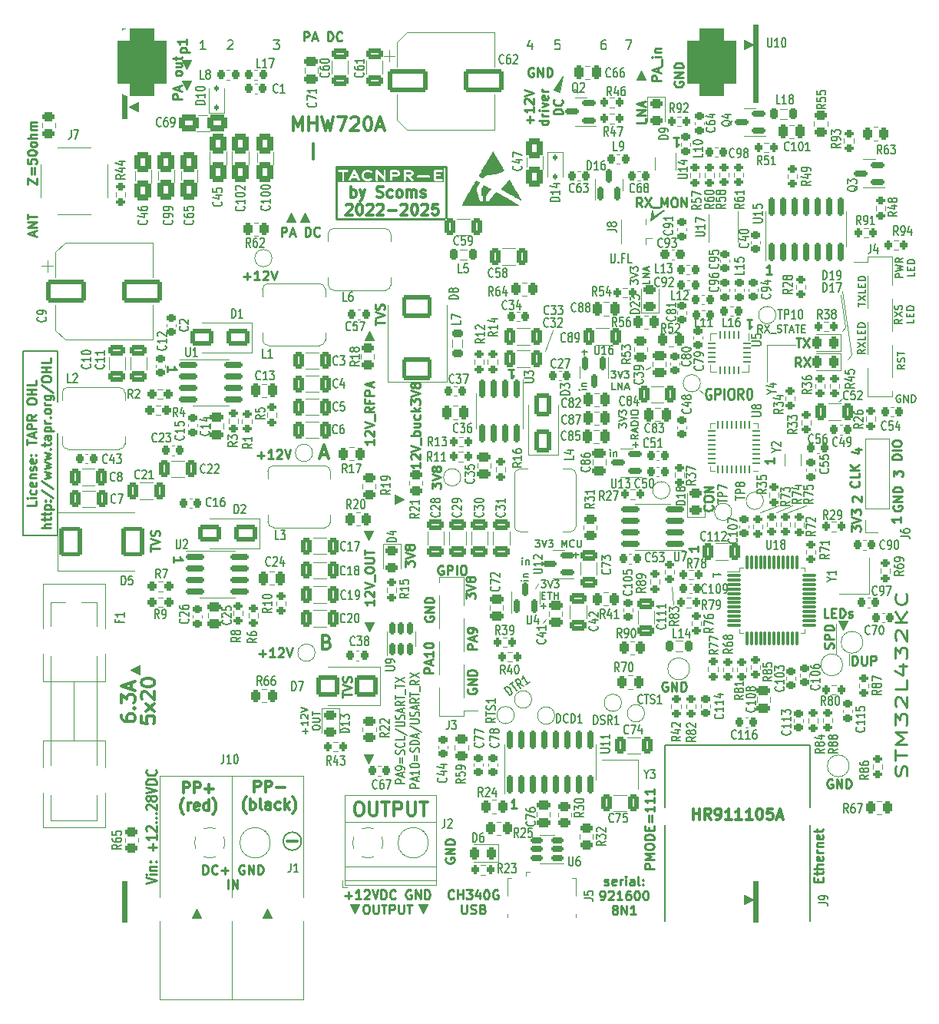
<source format=gto>
G04 #@! TF.GenerationSoftware,KiCad,Pcbnew,8.0.9-8.0.9-0~ubuntu24.04.1*
G04 #@! TF.CreationDate,2025-11-08T17:49:52+02:00*
G04 #@! TF.ProjectId,TACNPR,5441434e-5052-42e6-9b69-6361645f7063,rev?*
G04 #@! TF.SameCoordinates,Original*
G04 #@! TF.FileFunction,Legend,Top*
G04 #@! TF.FilePolarity,Positive*
%FSLAX46Y46*%
G04 Gerber Fmt 4.6, Leading zero omitted, Abs format (unit mm)*
G04 Created by KiCad (PCBNEW 8.0.9-8.0.9-0~ubuntu24.04.1) date 2025-11-08 17:49:52*
%MOMM*%
%LPD*%
G01*
G04 APERTURE LIST*
G04 Aperture macros list*
%AMRoundRect*
0 Rectangle with rounded corners*
0 $1 Rounding radius*
0 $2 $3 $4 $5 $6 $7 $8 $9 X,Y pos of 4 corners*
0 Add a 4 corners polygon primitive as box body*
4,1,4,$2,$3,$4,$5,$6,$7,$8,$9,$2,$3,0*
0 Add four circle primitives for the rounded corners*
1,1,$1+$1,$2,$3*
1,1,$1+$1,$4,$5*
1,1,$1+$1,$6,$7*
1,1,$1+$1,$8,$9*
0 Add four rect primitives between the rounded corners*
20,1,$1+$1,$2,$3,$4,$5,0*
20,1,$1+$1,$4,$5,$6,$7,0*
20,1,$1+$1,$6,$7,$8,$9,0*
20,1,$1+$1,$8,$9,$2,$3,0*%
%AMFreePoly0*
4,1,5,0.900000,-2.000000,-0.900000,-2.000000,-0.900000,2.000000,0.900000,2.000000,0.900000,-2.000000,0.900000,-2.000000,$1*%
G04 Aperture macros list end*
%ADD10C,0.200000*%
%ADD11C,0.100000*%
%ADD12C,0.120000*%
%ADD13C,0.250000*%
%ADD14C,0.300000*%
%ADD15C,0.375000*%
%ADD16C,0.254000*%
%ADD17C,0.150000*%
%ADD18C,0.010000*%
%ADD19C,3.250000*%
%ADD20C,1.200000*%
%ADD21C,1.300000*%
%ADD22C,2.000000*%
%ADD23RoundRect,0.200000X-0.200000X-0.275000X0.200000X-0.275000X0.200000X0.275000X-0.200000X0.275000X0*%
%ADD24RoundRect,0.225000X-0.225000X-0.250000X0.225000X-0.250000X0.225000X0.250000X-0.225000X0.250000X0*%
%ADD25RoundRect,0.200000X0.275000X-0.200000X0.275000X0.200000X-0.275000X0.200000X-0.275000X-0.200000X0*%
%ADD26RoundRect,0.150000X0.825000X0.150000X-0.825000X0.150000X-0.825000X-0.150000X0.825000X-0.150000X0*%
%ADD27RoundRect,0.225000X0.250000X-0.225000X0.250000X0.225000X-0.250000X0.225000X-0.250000X-0.225000X0*%
%ADD28C,1.500000*%
%ADD29R,2.950000X3.500000*%
%ADD30RoundRect,0.250000X-0.325000X-0.650000X0.325000X-0.650000X0.325000X0.650000X-0.325000X0.650000X0*%
%ADD31RoundRect,0.250000X0.650000X-0.325000X0.650000X0.325000X-0.650000X0.325000X-0.650000X-0.325000X0*%
%ADD32RoundRect,0.225000X-0.250000X0.225000X-0.250000X-0.225000X0.250000X-0.225000X0.250000X0.225000X0*%
%ADD33RoundRect,0.250000X-0.475000X0.250000X-0.475000X-0.250000X0.475000X-0.250000X0.475000X0.250000X0*%
%ADD34RoundRect,0.250000X1.000000X0.650000X-1.000000X0.650000X-1.000000X-0.650000X1.000000X-0.650000X0*%
%ADD35RoundRect,0.237500X0.250000X0.237500X-0.250000X0.237500X-0.250000X-0.237500X0.250000X-0.237500X0*%
%ADD36RoundRect,0.200000X-0.275000X0.200000X-0.275000X-0.200000X0.275000X-0.200000X0.275000X0.200000X0*%
%ADD37RoundRect,0.150000X-0.825000X-0.150000X0.825000X-0.150000X0.825000X0.150000X-0.825000X0.150000X0*%
%ADD38RoundRect,0.250000X0.325000X0.650000X-0.325000X0.650000X-0.325000X-0.650000X0.325000X-0.650000X0*%
%ADD39C,3.900000*%
%ADD40C,7.000000*%
%ADD41RoundRect,0.250000X0.250000X0.475000X-0.250000X0.475000X-0.250000X-0.475000X0.250000X-0.475000X0*%
%ADD42RoundRect,0.225000X0.225000X0.250000X-0.225000X0.250000X-0.225000X-0.250000X0.225000X-0.250000X0*%
%ADD43R,3.500000X2.950000*%
%ADD44RoundRect,0.150000X-0.150000X0.825000X-0.150000X-0.825000X0.150000X-0.825000X0.150000X0.825000X0*%
%ADD45RoundRect,0.200000X0.200000X0.275000X-0.200000X0.275000X-0.200000X-0.275000X0.200000X-0.275000X0*%
%ADD46RoundRect,0.237500X-0.250000X-0.237500X0.250000X-0.237500X0.250000X0.237500X-0.250000X0.237500X0*%
%ADD47RoundRect,0.250000X0.450000X-0.262500X0.450000X0.262500X-0.450000X0.262500X-0.450000X-0.262500X0*%
%ADD48RoundRect,0.150000X0.150000X-0.512500X0.150000X0.512500X-0.150000X0.512500X-0.150000X-0.512500X0*%
%ADD49RoundRect,0.250000X-1.950000X-1.000000X1.950000X-1.000000X1.950000X1.000000X-1.950000X1.000000X0*%
%ADD50RoundRect,0.250000X-0.250000X-0.475000X0.250000X-0.475000X0.250000X0.475000X-0.250000X0.475000X0*%
%ADD51RoundRect,0.250000X-0.650000X0.325000X-0.650000X-0.325000X0.650000X-0.325000X0.650000X0.325000X0*%
%ADD52RoundRect,0.250000X0.650000X-1.000000X0.650000X1.000000X-0.650000X1.000000X-0.650000X-1.000000X0*%
%ADD53RoundRect,0.250000X0.262500X0.450000X-0.262500X0.450000X-0.262500X-0.450000X0.262500X-0.450000X0*%
%ADD54RoundRect,0.250000X-0.450000X0.262500X-0.450000X-0.262500X0.450000X-0.262500X0.450000X0.262500X0*%
%ADD55RoundRect,0.243750X-0.456250X0.243750X-0.456250X-0.243750X0.456250X-0.243750X0.456250X0.243750X0*%
%ADD56C,2.050000*%
%ADD57C,2.250000*%
%ADD58RoundRect,0.250000X0.475000X-0.250000X0.475000X0.250000X-0.475000X0.250000X-0.475000X-0.250000X0*%
%ADD59RoundRect,0.150000X0.587500X0.150000X-0.587500X0.150000X-0.587500X-0.150000X0.587500X-0.150000X0*%
%ADD60RoundRect,0.062500X-0.062500X0.362500X-0.062500X-0.362500X0.062500X-0.362500X0.062500X0.362500X0*%
%ADD61RoundRect,0.062500X-0.362500X0.062500X-0.362500X-0.062500X0.362500X-0.062500X0.362500X0.062500X0*%
%ADD62R,2.600000X2.600000*%
%ADD63FreePoly0,0.000000*%
%ADD64RoundRect,1.375000X-1.375000X-2.375000X1.375000X-2.375000X1.375000X2.375000X-1.375000X2.375000X0*%
%ADD65R,1.400000X1.150000*%
%ADD66RoundRect,0.150000X0.512500X0.150000X-0.512500X0.150000X-0.512500X-0.150000X0.512500X-0.150000X0*%
%ADD67RoundRect,0.150000X0.150000X-0.825000X0.150000X0.825000X-0.150000X0.825000X-0.150000X-0.825000X0*%
%ADD68R,1.700000X1.700000*%
%ADD69O,1.700000X1.700000*%
%ADD70RoundRect,0.243750X0.243750X0.456250X-0.243750X0.456250X-0.243750X-0.456250X0.243750X-0.456250X0*%
%ADD71RoundRect,0.250000X-0.262500X-0.450000X0.262500X-0.450000X0.262500X0.450000X-0.262500X0.450000X0*%
%ADD72RoundRect,0.218750X0.381250X-0.218750X0.381250X0.218750X-0.381250X0.218750X-0.381250X-0.218750X0*%
%ADD73RoundRect,0.340200X-0.559800X0.759800X-0.559800X-0.759800X0.559800X-0.759800X0.559800X0.759800X0*%
%ADD74RoundRect,0.112500X0.112500X-0.187500X0.112500X0.187500X-0.112500X0.187500X-0.112500X-0.187500X0*%
%ADD75RoundRect,0.218750X0.218750X0.256250X-0.218750X0.256250X-0.218750X-0.256250X0.218750X-0.256250X0*%
%ADD76RoundRect,0.243750X0.456250X-0.243750X0.456250X0.243750X-0.456250X0.243750X-0.456250X-0.243750X0*%
%ADD77RoundRect,0.150000X0.150000X-0.587500X0.150000X0.587500X-0.150000X0.587500X-0.150000X-0.587500X0*%
%ADD78C,2.600000*%
%ADD79R,2.510000X1.000000*%
%ADD80RoundRect,0.218750X-0.256250X0.218750X-0.256250X-0.218750X0.256250X-0.218750X0.256250X0.218750X0*%
%ADD81R,0.400000X1.500000*%
%ADD82R,0.770000X1.500000*%
%ADD83RoundRect,0.112500X-0.112500X0.187500X-0.112500X-0.187500X0.112500X-0.187500X0.112500X0.187500X0*%
%ADD84RoundRect,0.218750X-0.218750X-0.381250X0.218750X-0.381250X0.218750X0.381250X-0.218750X0.381250X0*%
%ADD85RoundRect,0.150000X-0.150000X0.587500X-0.150000X-0.587500X0.150000X-0.587500X0.150000X0.587500X0*%
%ADD86RoundRect,0.237500X0.300000X0.237500X-0.300000X0.237500X-0.300000X-0.237500X0.300000X-0.237500X0*%
%ADD87RoundRect,0.218750X-0.218750X-0.256250X0.218750X-0.256250X0.218750X0.256250X-0.218750X0.256250X0*%
%ADD88R,1.150000X1.400000*%
%ADD89R,0.650000X1.750000*%
%ADD90R,0.650000X1.000000*%
%ADD91RoundRect,0.218750X0.218750X0.381250X-0.218750X0.381250X-0.218750X-0.381250X0.218750X-0.381250X0*%
%ADD92RoundRect,0.250000X1.000000X-1.400000X1.000000X1.400000X-1.000000X1.400000X-1.000000X-1.400000X0*%
%ADD93RoundRect,0.250000X1.400000X1.000000X-1.400000X1.000000X-1.400000X-1.000000X1.400000X-1.000000X0*%
%ADD94RoundRect,0.340200X-0.759800X-0.559800X0.759800X-0.559800X0.759800X0.559800X-0.759800X0.559800X0*%
%ADD95RoundRect,0.340200X0.559800X-0.759800X0.559800X0.759800X-0.559800X0.759800X-0.559800X-0.759800X0*%
%ADD96R,1.050000X1.000000*%
%ADD97R,2.200000X1.050000*%
%ADD98C,2.350000*%
%ADD99R,0.400000X1.350000*%
%ADD100O,0.890000X1.550000*%
%ADD101R,1.200000X1.550000*%
%ADD102O,1.250000X0.950000*%
%ADD103R,1.500000X1.550000*%
%ADD104RoundRect,0.250000X1.000000X0.900000X-1.000000X0.900000X-1.000000X-0.900000X1.000000X-0.900000X0*%
%ADD105R,1.800000X1.000000*%
%ADD106RoundRect,0.062500X0.375000X0.062500X-0.375000X0.062500X-0.375000X-0.062500X0.375000X-0.062500X0*%
%ADD107RoundRect,0.062500X0.062500X0.375000X-0.062500X0.375000X-0.062500X-0.375000X0.062500X-0.375000X0*%
%ADD108R,3.450000X3.450000*%
%ADD109RoundRect,0.075000X-0.662500X-0.075000X0.662500X-0.075000X0.662500X0.075000X-0.662500X0.075000X0*%
%ADD110RoundRect,0.075000X-0.075000X-0.662500X0.075000X-0.662500X0.075000X0.662500X-0.075000X0.662500X0*%
%ADD111R,1.200000X1.400000*%
%ADD112O,5.550000X2.100000*%
G04 APERTURE END LIST*
D10*
X186131276Y-77728190D02*
X186055086Y-77690095D01*
X186055086Y-77690095D02*
X185940800Y-77690095D01*
X185940800Y-77690095D02*
X185826514Y-77728190D01*
X185826514Y-77728190D02*
X185750324Y-77804380D01*
X185750324Y-77804380D02*
X185712229Y-77880571D01*
X185712229Y-77880571D02*
X185674133Y-78032952D01*
X185674133Y-78032952D02*
X185674133Y-78147238D01*
X185674133Y-78147238D02*
X185712229Y-78299619D01*
X185712229Y-78299619D02*
X185750324Y-78375809D01*
X185750324Y-78375809D02*
X185826514Y-78452000D01*
X185826514Y-78452000D02*
X185940800Y-78490095D01*
X185940800Y-78490095D02*
X186016991Y-78490095D01*
X186016991Y-78490095D02*
X186131276Y-78452000D01*
X186131276Y-78452000D02*
X186169372Y-78413904D01*
X186169372Y-78413904D02*
X186169372Y-78147238D01*
X186169372Y-78147238D02*
X186016991Y-78147238D01*
X186512229Y-78490095D02*
X186512229Y-77690095D01*
X186512229Y-77690095D02*
X186969372Y-78490095D01*
X186969372Y-78490095D02*
X186969372Y-77690095D01*
X187350324Y-78490095D02*
X187350324Y-77690095D01*
X187350324Y-77690095D02*
X187540800Y-77690095D01*
X187540800Y-77690095D02*
X187655086Y-77728190D01*
X187655086Y-77728190D02*
X187731276Y-77804380D01*
X187731276Y-77804380D02*
X187769371Y-77880571D01*
X187769371Y-77880571D02*
X187807467Y-78032952D01*
X187807467Y-78032952D02*
X187807467Y-78147238D01*
X187807467Y-78147238D02*
X187769371Y-78299619D01*
X187769371Y-78299619D02*
X187731276Y-78375809D01*
X187731276Y-78375809D02*
X187655086Y-78452000D01*
X187655086Y-78452000D02*
X187540800Y-78490095D01*
X187540800Y-78490095D02*
X187350324Y-78490095D01*
D11*
X100838000Y-135737600D02*
X100330000Y-135737600D01*
X100330000Y-131235600D01*
X100838000Y-131235600D01*
X100838000Y-135737600D01*
G36*
X100838000Y-135737600D02*
G01*
X100330000Y-135737600D01*
X100330000Y-131235600D01*
X100838000Y-131235600D01*
X100838000Y-135737600D01*
G37*
X170434000Y-45466000D02*
X169926000Y-45466000D01*
X169926000Y-36900000D01*
X170434000Y-36900000D01*
X170434000Y-45466000D01*
G36*
X170434000Y-45466000D02*
G01*
X169926000Y-45466000D01*
X169926000Y-36900000D01*
X170434000Y-36900000D01*
X170434000Y-45466000D01*
G37*
X170406810Y-135737600D02*
X169898810Y-135737600D01*
X169898810Y-131235600D01*
X170406810Y-131235600D01*
X170406810Y-135737600D01*
G36*
X170406810Y-135737600D02*
G01*
X169898810Y-135737600D01*
X169898810Y-131235600D01*
X170406810Y-131235600D01*
X170406810Y-135737600D01*
G37*
X125933200Y-134874000D02*
X125425200Y-133858000D01*
X126441200Y-133858000D01*
X125933200Y-134874000D01*
G36*
X125933200Y-134874000D02*
G01*
X125425200Y-133858000D01*
X126441200Y-133858000D01*
X125933200Y-134874000D01*
G37*
X133502400Y-134874000D02*
X132994400Y-133858000D01*
X134010400Y-133858000D01*
X133502400Y-134874000D01*
G36*
X133502400Y-134874000D02*
G01*
X132994400Y-133858000D01*
X134010400Y-133858000D01*
X133502400Y-134874000D01*
G37*
X169926000Y-39116000D02*
X168910000Y-39624000D01*
X168910000Y-38608000D01*
X169926000Y-39116000D01*
G36*
X169926000Y-39116000D02*
G01*
X168910000Y-39624000D01*
X168910000Y-38608000D01*
X169926000Y-39116000D01*
G37*
X169926000Y-133350000D02*
X168910000Y-133858000D01*
X168910000Y-132842000D01*
X169926000Y-133350000D01*
G36*
X169926000Y-133350000D02*
G01*
X168910000Y-133858000D01*
X168910000Y-132842000D01*
X169926000Y-133350000D01*
G37*
X100838000Y-47244000D02*
X100330000Y-47244000D01*
X100330000Y-37338000D01*
X100838000Y-37338000D01*
X100838000Y-47244000D01*
G36*
X100838000Y-47244000D02*
G01*
X100330000Y-47244000D01*
X100330000Y-37338000D01*
X100838000Y-37338000D01*
X100838000Y-47244000D01*
G37*
X120967500Y-58674000D02*
X119951500Y-58674000D01*
X120459500Y-57658000D01*
X120967500Y-58674000D01*
G36*
X120967500Y-58674000D02*
G01*
X119951500Y-58674000D01*
X120459500Y-57658000D01*
X120967500Y-58674000D01*
G37*
X119443500Y-58610500D02*
X118427500Y-58610500D01*
X118935500Y-57594500D01*
X119443500Y-58610500D01*
G36*
X119443500Y-58610500D02*
G01*
X118427500Y-58610500D01*
X118935500Y-57594500D01*
X119443500Y-58610500D01*
G37*
X102108000Y-46482000D02*
X101092000Y-45974000D01*
X102108000Y-45466000D01*
X102108000Y-46482000D01*
G36*
X102108000Y-46482000D02*
G01*
X101092000Y-45974000D01*
X102108000Y-45466000D01*
X102108000Y-46482000D01*
G37*
X107442000Y-41757600D02*
X106934000Y-40741600D01*
X107950000Y-40741600D01*
X107442000Y-41757600D01*
G36*
X107442000Y-41757600D02*
G01*
X106934000Y-40741600D01*
X107950000Y-40741600D01*
X107442000Y-41757600D01*
G37*
X107442000Y-44043600D02*
X106934000Y-43027600D01*
X107950000Y-43027600D01*
X107442000Y-44043600D01*
G36*
X107442000Y-44043600D02*
G01*
X106934000Y-43027600D01*
X107950000Y-43027600D01*
X107442000Y-44043600D01*
G37*
X158013400Y-42976800D02*
X156997400Y-42976800D01*
X157505400Y-41960800D01*
X158013400Y-42976800D01*
G36*
X158013400Y-42976800D02*
G01*
X156997400Y-42976800D01*
X157505400Y-41960800D01*
X158013400Y-42976800D01*
G37*
X127457200Y-118364000D02*
X126949200Y-117348000D01*
X127965200Y-117348000D01*
X127457200Y-118364000D01*
G36*
X127457200Y-118364000D02*
G01*
X126949200Y-117348000D01*
X127965200Y-117348000D01*
X127457200Y-118364000D01*
G37*
X127508000Y-93726000D02*
X127000000Y-92710000D01*
X128016000Y-92710000D01*
X127508000Y-93726000D01*
G36*
X127508000Y-93726000D02*
G01*
X127000000Y-92710000D01*
X128016000Y-92710000D01*
X127508000Y-93726000D01*
G37*
X127558800Y-103784400D02*
X127050800Y-102768400D01*
X128066800Y-102768400D01*
X127558800Y-103784400D01*
G36*
X127558800Y-103784400D02*
G01*
X127050800Y-102768400D01*
X128066800Y-102768400D01*
X127558800Y-103784400D01*
G37*
X109016800Y-135382000D02*
X108000800Y-135382000D01*
X108508800Y-134366000D01*
X109016800Y-135382000D01*
G36*
X109016800Y-135382000D02*
G01*
X108000800Y-135382000D01*
X108508800Y-134366000D01*
X109016800Y-135382000D01*
G37*
D12*
X180492000Y-107516000D02*
X180492000Y-106186000D01*
X146964400Y-72847200D02*
X147828000Y-70612000D01*
X146682000Y-102851000D02*
X147057000Y-102376000D01*
X179062000Y-102946000D02*
X179062000Y-106316000D01*
X146232000Y-98551000D02*
X145857000Y-98976000D01*
X179730400Y-78130400D02*
X179324000Y-78435200D01*
D11*
X131348000Y-89218000D02*
X130332000Y-89726000D01*
X130332000Y-88710000D01*
X131348000Y-89218000D01*
G36*
X131348000Y-89218000D02*
G01*
X130332000Y-89726000D01*
X130332000Y-88710000D01*
X131348000Y-89218000D01*
G37*
D12*
X180035200Y-70205600D02*
X179705000Y-70688200D01*
X174244000Y-89916000D02*
X172466000Y-90678000D01*
D11*
X128098000Y-71651000D02*
X127082000Y-71651000D01*
X127590000Y-70635000D01*
X128098000Y-71651000D01*
G36*
X128098000Y-71651000D02*
G01*
X127082000Y-71651000D01*
X127590000Y-70635000D01*
X128098000Y-71651000D01*
G37*
D12*
X163982000Y-77151000D02*
X164407000Y-77476000D01*
D10*
X120068185Y-126875385D02*
G75*
G02*
X118082215Y-126875385I-992985J0D01*
G01*
X118082215Y-126875385D02*
G75*
G02*
X120068185Y-126875385I992985J0D01*
G01*
D11*
X148590000Y-44348400D02*
X147878800Y-44043600D01*
X148894800Y-42570400D01*
X148590000Y-44348400D01*
G36*
X148590000Y-44348400D02*
G01*
X147878800Y-44043600D01*
X148894800Y-42570400D01*
X148590000Y-44348400D01*
G37*
D12*
X180746400Y-73253600D02*
X180327300Y-73748900D01*
X179527200Y-66700400D02*
X180035200Y-70205600D01*
D11*
X116840000Y-135382000D02*
X115824000Y-135382000D01*
X116332000Y-134366000D01*
X116840000Y-135382000D01*
G36*
X116840000Y-135382000D02*
G01*
X115824000Y-135382000D01*
X116332000Y-134366000D01*
X116840000Y-135382000D01*
G37*
D12*
X163756340Y-67416680D02*
X163736020Y-67416680D01*
X172720000Y-89916000D02*
X170688000Y-90678000D01*
D13*
X123901200Y-52578000D02*
X135991600Y-52578000D01*
X135991600Y-58267600D01*
X123901200Y-58267600D01*
X123901200Y-52578000D01*
D12*
X160892000Y-98866000D02*
X161132000Y-100776000D01*
D11*
X179770000Y-103592000D02*
X179262000Y-102576000D01*
X180278000Y-102576000D01*
X179770000Y-103592000D01*
G36*
X179770000Y-103592000D02*
G01*
X179262000Y-102576000D01*
X180278000Y-102576000D01*
X179770000Y-103592000D01*
G37*
D14*
X121412000Y-51663600D02*
X121412000Y-50025300D01*
D12*
X158007000Y-74851000D02*
X158532000Y-74626000D01*
X175768000Y-89916000D02*
X173736000Y-90678000D01*
X179730400Y-66268600D02*
X180746400Y-73253600D01*
D11*
X102209600Y-108508800D02*
X101193600Y-108000800D01*
X102209600Y-107492800D01*
X102209600Y-108508800D01*
G36*
X102209600Y-108508800D02*
G01*
X101193600Y-108000800D01*
X102209600Y-107492800D01*
X102209600Y-108508800D01*
G37*
D10*
X158927800Y-58166000D02*
X160070800Y-57378600D01*
X158673800Y-58470800D01*
X158775400Y-57353200D01*
X158927800Y-58166000D01*
G36*
X158927800Y-58166000D02*
G01*
X160070800Y-57378600D01*
X158673800Y-58470800D01*
X158775400Y-57353200D01*
X158927800Y-58166000D01*
G37*
X89408000Y-72898000D02*
X93218000Y-72898000D01*
X93218000Y-93218000D01*
X89408000Y-93218000D01*
X89408000Y-72898000D01*
D13*
X128056619Y-82583143D02*
X128056619Y-83154571D01*
X128056619Y-82868857D02*
X127056619Y-82868857D01*
X127056619Y-82868857D02*
X127199476Y-82964095D01*
X127199476Y-82964095D02*
X127294714Y-83059333D01*
X127294714Y-83059333D02*
X127342333Y-83154571D01*
X127151857Y-82202190D02*
X127104238Y-82154571D01*
X127104238Y-82154571D02*
X127056619Y-82059333D01*
X127056619Y-82059333D02*
X127056619Y-81821238D01*
X127056619Y-81821238D02*
X127104238Y-81726000D01*
X127104238Y-81726000D02*
X127151857Y-81678381D01*
X127151857Y-81678381D02*
X127247095Y-81630762D01*
X127247095Y-81630762D02*
X127342333Y-81630762D01*
X127342333Y-81630762D02*
X127485190Y-81678381D01*
X127485190Y-81678381D02*
X128056619Y-82249809D01*
X128056619Y-82249809D02*
X128056619Y-81630762D01*
X127056619Y-81345047D02*
X128056619Y-81011714D01*
X128056619Y-81011714D02*
X127056619Y-80678381D01*
X128151857Y-80583143D02*
X128151857Y-79821238D01*
X128056619Y-79011714D02*
X127580428Y-79345047D01*
X128056619Y-79583142D02*
X127056619Y-79583142D01*
X127056619Y-79583142D02*
X127056619Y-79202190D01*
X127056619Y-79202190D02*
X127104238Y-79106952D01*
X127104238Y-79106952D02*
X127151857Y-79059333D01*
X127151857Y-79059333D02*
X127247095Y-79011714D01*
X127247095Y-79011714D02*
X127389952Y-79011714D01*
X127389952Y-79011714D02*
X127485190Y-79059333D01*
X127485190Y-79059333D02*
X127532809Y-79106952D01*
X127532809Y-79106952D02*
X127580428Y-79202190D01*
X127580428Y-79202190D02*
X127580428Y-79583142D01*
X127532809Y-78249809D02*
X127532809Y-78583142D01*
X128056619Y-78583142D02*
X127056619Y-78583142D01*
X127056619Y-78583142D02*
X127056619Y-78106952D01*
X128056619Y-77725999D02*
X127056619Y-77725999D01*
X127056619Y-77725999D02*
X127056619Y-77345047D01*
X127056619Y-77345047D02*
X127104238Y-77249809D01*
X127104238Y-77249809D02*
X127151857Y-77202190D01*
X127151857Y-77202190D02*
X127247095Y-77154571D01*
X127247095Y-77154571D02*
X127389952Y-77154571D01*
X127389952Y-77154571D02*
X127485190Y-77202190D01*
X127485190Y-77202190D02*
X127532809Y-77249809D01*
X127532809Y-77249809D02*
X127580428Y-77345047D01*
X127580428Y-77345047D02*
X127580428Y-77725999D01*
X127770904Y-76773618D02*
X127770904Y-76297428D01*
X128056619Y-76868856D02*
X127056619Y-76535523D01*
X127056619Y-76535523D02*
X128056619Y-76202190D01*
X115395095Y-106194666D02*
X116157000Y-106194666D01*
X115776047Y-106575619D02*
X115776047Y-105813714D01*
X117156999Y-106575619D02*
X116585571Y-106575619D01*
X116871285Y-106575619D02*
X116871285Y-105575619D01*
X116871285Y-105575619D02*
X116776047Y-105718476D01*
X116776047Y-105718476D02*
X116680809Y-105813714D01*
X116680809Y-105813714D02*
X116585571Y-105861333D01*
X117537952Y-105670857D02*
X117585571Y-105623238D01*
X117585571Y-105623238D02*
X117680809Y-105575619D01*
X117680809Y-105575619D02*
X117918904Y-105575619D01*
X117918904Y-105575619D02*
X118014142Y-105623238D01*
X118014142Y-105623238D02*
X118061761Y-105670857D01*
X118061761Y-105670857D02*
X118109380Y-105766095D01*
X118109380Y-105766095D02*
X118109380Y-105861333D01*
X118109380Y-105861333D02*
X118061761Y-106004190D01*
X118061761Y-106004190D02*
X117490333Y-106575619D01*
X117490333Y-106575619D02*
X118109380Y-106575619D01*
X118395095Y-105575619D02*
X118728428Y-106575619D01*
X118728428Y-106575619D02*
X119061761Y-105575619D01*
X115220095Y-84344666D02*
X115982000Y-84344666D01*
X115601047Y-84725619D02*
X115601047Y-83963714D01*
X116981999Y-84725619D02*
X116410571Y-84725619D01*
X116696285Y-84725619D02*
X116696285Y-83725619D01*
X116696285Y-83725619D02*
X116601047Y-83868476D01*
X116601047Y-83868476D02*
X116505809Y-83963714D01*
X116505809Y-83963714D02*
X116410571Y-84011333D01*
X117362952Y-83820857D02*
X117410571Y-83773238D01*
X117410571Y-83773238D02*
X117505809Y-83725619D01*
X117505809Y-83725619D02*
X117743904Y-83725619D01*
X117743904Y-83725619D02*
X117839142Y-83773238D01*
X117839142Y-83773238D02*
X117886761Y-83820857D01*
X117886761Y-83820857D02*
X117934380Y-83916095D01*
X117934380Y-83916095D02*
X117934380Y-84011333D01*
X117934380Y-84011333D02*
X117886761Y-84154190D01*
X117886761Y-84154190D02*
X117315333Y-84725619D01*
X117315333Y-84725619D02*
X117934380Y-84725619D01*
X118220095Y-83725619D02*
X118553428Y-84725619D01*
X118553428Y-84725619D02*
X118886761Y-83725619D01*
X133164619Y-85145048D02*
X133164619Y-85716476D01*
X133164619Y-85430762D02*
X132164619Y-85430762D01*
X132164619Y-85430762D02*
X132307476Y-85526000D01*
X132307476Y-85526000D02*
X132402714Y-85621238D01*
X132402714Y-85621238D02*
X132450333Y-85716476D01*
X132259857Y-84764095D02*
X132212238Y-84716476D01*
X132212238Y-84716476D02*
X132164619Y-84621238D01*
X132164619Y-84621238D02*
X132164619Y-84383143D01*
X132164619Y-84383143D02*
X132212238Y-84287905D01*
X132212238Y-84287905D02*
X132259857Y-84240286D01*
X132259857Y-84240286D02*
X132355095Y-84192667D01*
X132355095Y-84192667D02*
X132450333Y-84192667D01*
X132450333Y-84192667D02*
X132593190Y-84240286D01*
X132593190Y-84240286D02*
X133164619Y-84811714D01*
X133164619Y-84811714D02*
X133164619Y-84192667D01*
X132164619Y-83906952D02*
X133164619Y-83573619D01*
X133164619Y-83573619D02*
X132164619Y-83240286D01*
X133259857Y-83145048D02*
X133259857Y-82383143D01*
X133164619Y-82145047D02*
X132164619Y-82145047D01*
X132545571Y-82145047D02*
X132497952Y-82049809D01*
X132497952Y-82049809D02*
X132497952Y-81859333D01*
X132497952Y-81859333D02*
X132545571Y-81764095D01*
X132545571Y-81764095D02*
X132593190Y-81716476D01*
X132593190Y-81716476D02*
X132688428Y-81668857D01*
X132688428Y-81668857D02*
X132974142Y-81668857D01*
X132974142Y-81668857D02*
X133069380Y-81716476D01*
X133069380Y-81716476D02*
X133117000Y-81764095D01*
X133117000Y-81764095D02*
X133164619Y-81859333D01*
X133164619Y-81859333D02*
X133164619Y-82049809D01*
X133164619Y-82049809D02*
X133117000Y-82145047D01*
X132497952Y-80811714D02*
X133164619Y-80811714D01*
X132497952Y-81240285D02*
X133021761Y-81240285D01*
X133021761Y-81240285D02*
X133117000Y-81192666D01*
X133117000Y-81192666D02*
X133164619Y-81097428D01*
X133164619Y-81097428D02*
X133164619Y-80954571D01*
X133164619Y-80954571D02*
X133117000Y-80859333D01*
X133117000Y-80859333D02*
X133069380Y-80811714D01*
X133117000Y-79906952D02*
X133164619Y-80002190D01*
X133164619Y-80002190D02*
X133164619Y-80192666D01*
X133164619Y-80192666D02*
X133117000Y-80287904D01*
X133117000Y-80287904D02*
X133069380Y-80335523D01*
X133069380Y-80335523D02*
X132974142Y-80383142D01*
X132974142Y-80383142D02*
X132688428Y-80383142D01*
X132688428Y-80383142D02*
X132593190Y-80335523D01*
X132593190Y-80335523D02*
X132545571Y-80287904D01*
X132545571Y-80287904D02*
X132497952Y-80192666D01*
X132497952Y-80192666D02*
X132497952Y-80002190D01*
X132497952Y-80002190D02*
X132545571Y-79906952D01*
X133164619Y-79478380D02*
X132164619Y-79478380D01*
X132783666Y-79383142D02*
X133164619Y-79097428D01*
X132497952Y-79097428D02*
X132878904Y-79478380D01*
X132164619Y-78764094D02*
X132164619Y-78145047D01*
X132164619Y-78145047D02*
X132545571Y-78478380D01*
X132545571Y-78478380D02*
X132545571Y-78335523D01*
X132545571Y-78335523D02*
X132593190Y-78240285D01*
X132593190Y-78240285D02*
X132640809Y-78192666D01*
X132640809Y-78192666D02*
X132736047Y-78145047D01*
X132736047Y-78145047D02*
X132974142Y-78145047D01*
X132974142Y-78145047D02*
X133069380Y-78192666D01*
X133069380Y-78192666D02*
X133117000Y-78240285D01*
X133117000Y-78240285D02*
X133164619Y-78335523D01*
X133164619Y-78335523D02*
X133164619Y-78621237D01*
X133164619Y-78621237D02*
X133117000Y-78716475D01*
X133117000Y-78716475D02*
X133069380Y-78764094D01*
X132164619Y-77859332D02*
X133164619Y-77525999D01*
X133164619Y-77525999D02*
X132164619Y-77192666D01*
X132593190Y-76716475D02*
X132545571Y-76811713D01*
X132545571Y-76811713D02*
X132497952Y-76859332D01*
X132497952Y-76859332D02*
X132402714Y-76906951D01*
X132402714Y-76906951D02*
X132355095Y-76906951D01*
X132355095Y-76906951D02*
X132259857Y-76859332D01*
X132259857Y-76859332D02*
X132212238Y-76811713D01*
X132212238Y-76811713D02*
X132164619Y-76716475D01*
X132164619Y-76716475D02*
X132164619Y-76525999D01*
X132164619Y-76525999D02*
X132212238Y-76430761D01*
X132212238Y-76430761D02*
X132259857Y-76383142D01*
X132259857Y-76383142D02*
X132355095Y-76335523D01*
X132355095Y-76335523D02*
X132402714Y-76335523D01*
X132402714Y-76335523D02*
X132497952Y-76383142D01*
X132497952Y-76383142D02*
X132545571Y-76430761D01*
X132545571Y-76430761D02*
X132593190Y-76525999D01*
X132593190Y-76525999D02*
X132593190Y-76716475D01*
X132593190Y-76716475D02*
X132640809Y-76811713D01*
X132640809Y-76811713D02*
X132688428Y-76859332D01*
X132688428Y-76859332D02*
X132783666Y-76906951D01*
X132783666Y-76906951D02*
X132974142Y-76906951D01*
X132974142Y-76906951D02*
X133069380Y-76859332D01*
X133069380Y-76859332D02*
X133117000Y-76811713D01*
X133117000Y-76811713D02*
X133164619Y-76716475D01*
X133164619Y-76716475D02*
X133164619Y-76525999D01*
X133164619Y-76525999D02*
X133117000Y-76430761D01*
X133117000Y-76430761D02*
X133069380Y-76383142D01*
X133069380Y-76383142D02*
X132974142Y-76335523D01*
X132974142Y-76335523D02*
X132783666Y-76335523D01*
X132783666Y-76335523D02*
X132688428Y-76383142D01*
X132688428Y-76383142D02*
X132640809Y-76430761D01*
X132640809Y-76430761D02*
X132593190Y-76525999D01*
G36*
X126057076Y-53582104D02*
G01*
X125747298Y-53582104D01*
X125902187Y-53272327D01*
X126057076Y-53582104D01*
G37*
G36*
X132132490Y-53153728D02*
G01*
X132172177Y-53180187D01*
X132205758Y-53224961D01*
X132205758Y-53284485D01*
X132172177Y-53329259D01*
X132132490Y-53355718D01*
X132024761Y-53391628D01*
X131598615Y-53391628D01*
X131598615Y-53117819D01*
X132024761Y-53117819D01*
X132132490Y-53153728D01*
G37*
G36*
X130632490Y-53153728D02*
G01*
X130672177Y-53180187D01*
X130705758Y-53224961D01*
X130705758Y-53284485D01*
X130672177Y-53329259D01*
X130632490Y-53355718D01*
X130524761Y-53391628D01*
X130098615Y-53391628D01*
X130098615Y-53117819D01*
X130524761Y-53117819D01*
X130632490Y-53153728D01*
G37*
G36*
X135792642Y-54242819D02*
G01*
X124011732Y-54242819D01*
X124011732Y-52968433D01*
X124136732Y-52968433D01*
X124136732Y-53017205D01*
X124155396Y-53062265D01*
X124189884Y-53096753D01*
X124234944Y-53115417D01*
X124259330Y-53117819D01*
X124562901Y-53117819D01*
X124562901Y-53992819D01*
X124565303Y-54017205D01*
X124583967Y-54062265D01*
X124618455Y-54096753D01*
X124663515Y-54115417D01*
X124712287Y-54115417D01*
X124757347Y-54096753D01*
X124791835Y-54062265D01*
X124810499Y-54017205D01*
X124811361Y-54008453D01*
X125278168Y-54008453D01*
X125293592Y-54054723D01*
X125325548Y-54091568D01*
X125369171Y-54113380D01*
X125417821Y-54116838D01*
X125464091Y-54101414D01*
X125500936Y-54069458D01*
X125513990Y-54048721D01*
X125622298Y-53832104D01*
X126182076Y-53832104D01*
X126290384Y-54048721D01*
X126303438Y-54069458D01*
X126340283Y-54101414D01*
X126386553Y-54116838D01*
X126435203Y-54113380D01*
X126478826Y-54091568D01*
X126510782Y-54054723D01*
X126526206Y-54008453D01*
X126522748Y-53959803D01*
X126513990Y-53936917D01*
X126256226Y-53421390D01*
X126705758Y-53421390D01*
X126705758Y-53564247D01*
X126707491Y-53581848D01*
X126707403Y-53584460D01*
X126707951Y-53586517D01*
X126708160Y-53588633D01*
X126709158Y-53591044D01*
X126713717Y-53608137D01*
X126785145Y-53798613D01*
X126788753Y-53805952D01*
X126789476Y-53808773D01*
X126792977Y-53814544D01*
X126795956Y-53820603D01*
X126797943Y-53822730D01*
X126802186Y-53829723D01*
X126873615Y-53924961D01*
X126883562Y-53935818D01*
X126885319Y-53938441D01*
X126887908Y-53940561D01*
X126890169Y-53943029D01*
X126892884Y-53944636D01*
X126904277Y-53953967D01*
X127047134Y-54049206D01*
X127064367Y-54058394D01*
X127066072Y-54059589D01*
X127067465Y-54060045D01*
X127068756Y-54060734D01*
X127070794Y-54061137D01*
X127089356Y-54067223D01*
X127303642Y-54114842D01*
X127305538Y-54115071D01*
X127306372Y-54115417D01*
X127317182Y-54116481D01*
X127327968Y-54117788D01*
X127328856Y-54117631D01*
X127330758Y-54117819D01*
X127473615Y-54117819D01*
X127475516Y-54117631D01*
X127476405Y-54117788D01*
X127487190Y-54116481D01*
X127498001Y-54115417D01*
X127498834Y-54115071D01*
X127500731Y-54114842D01*
X127715017Y-54067223D01*
X127733578Y-54061137D01*
X127735617Y-54060734D01*
X127736907Y-54060045D01*
X127738301Y-54059589D01*
X127740005Y-54058393D01*
X127757240Y-54049205D01*
X127828668Y-54001585D01*
X127847626Y-53986059D01*
X127874765Y-53945535D01*
X127884329Y-53897708D01*
X127874863Y-53849863D01*
X127847809Y-53809283D01*
X127807285Y-53782144D01*
X127759458Y-53772580D01*
X127711613Y-53782046D01*
X127689991Y-53793574D01*
X127637990Y-53828242D01*
X127459896Y-53867819D01*
X127344477Y-53867819D01*
X127166383Y-53828242D01*
X127060768Y-53757831D01*
X127012935Y-53694055D01*
X126955758Y-53541581D01*
X126955758Y-53444055D01*
X127012935Y-53291581D01*
X127060767Y-53227805D01*
X127166382Y-53157395D01*
X127344477Y-53117819D01*
X127459896Y-53117819D01*
X127637990Y-53157395D01*
X127689991Y-53192063D01*
X127711614Y-53203591D01*
X127759459Y-53213057D01*
X127807285Y-53203492D01*
X127847810Y-53176353D01*
X127874864Y-53135772D01*
X127884329Y-53087927D01*
X127874764Y-53040101D01*
X127847625Y-52999577D01*
X127839373Y-52992819D01*
X128277186Y-52992819D01*
X128277186Y-53992819D01*
X128279588Y-54017205D01*
X128298252Y-54062265D01*
X128332740Y-54096753D01*
X128377800Y-54115417D01*
X128426572Y-54115417D01*
X128471632Y-54096753D01*
X128506120Y-54062265D01*
X128524784Y-54017205D01*
X128527186Y-53992819D01*
X128527186Y-53330726D01*
X129164422Y-54074168D01*
X129182116Y-54091120D01*
X129186447Y-54093317D01*
X129189883Y-54096753D01*
X129208059Y-54104281D01*
X129225611Y-54113186D01*
X129230456Y-54113558D01*
X129234943Y-54115417D01*
X129254612Y-54115417D01*
X129274241Y-54116927D01*
X129278860Y-54115417D01*
X129283715Y-54115417D01*
X129301888Y-54107889D01*
X129320600Y-54101773D01*
X129324288Y-54098611D01*
X129328775Y-54096753D01*
X129342689Y-54082838D01*
X129357630Y-54070032D01*
X129359827Y-54065700D01*
X129363263Y-54062265D01*
X129370791Y-54044088D01*
X129379696Y-54026537D01*
X129380068Y-54021691D01*
X129381927Y-54017205D01*
X129384329Y-53992819D01*
X129384329Y-52992819D01*
X129848615Y-52992819D01*
X129848615Y-53992819D01*
X129851017Y-54017205D01*
X129869681Y-54062265D01*
X129904169Y-54096753D01*
X129949229Y-54115417D01*
X129998001Y-54115417D01*
X130043061Y-54096753D01*
X130077549Y-54062265D01*
X130096213Y-54017205D01*
X130098615Y-53992819D01*
X130098615Y-53641628D01*
X130545044Y-53641628D01*
X130557387Y-53640412D01*
X130560678Y-53640646D01*
X130565007Y-53639661D01*
X130569430Y-53639226D01*
X130572481Y-53637962D01*
X130584572Y-53635213D01*
X130727429Y-53587595D01*
X130733185Y-53585024D01*
X130735615Y-53584544D01*
X130742591Y-53580824D01*
X130749804Y-53577604D01*
X130751673Y-53575982D01*
X130757238Y-53573016D01*
X130828667Y-53525396D01*
X130840061Y-53516065D01*
X130842777Y-53514457D01*
X130845036Y-53511990D01*
X130847625Y-53509871D01*
X130849381Y-53507248D01*
X130859330Y-53496390D01*
X130930758Y-53401152D01*
X130933256Y-53397033D01*
X130934692Y-53395598D01*
X130935906Y-53392665D01*
X130943468Y-53380202D01*
X130947358Y-53365018D01*
X130953356Y-53350538D01*
X130954784Y-53336030D01*
X130955573Y-53332955D01*
X130955285Y-53330945D01*
X130955758Y-53326152D01*
X130955758Y-53183295D01*
X130955285Y-53178501D01*
X130955573Y-53176492D01*
X130954784Y-53173416D01*
X130953356Y-53158909D01*
X130947358Y-53144428D01*
X130943468Y-53129245D01*
X130935906Y-53116781D01*
X130934692Y-53113849D01*
X130933256Y-53112413D01*
X130930758Y-53108295D01*
X130859330Y-53013057D01*
X130849381Y-53002198D01*
X130847625Y-52999576D01*
X130845036Y-52997456D01*
X130842777Y-52994990D01*
X130840061Y-52993381D01*
X130839375Y-52992819D01*
X131348615Y-52992819D01*
X131348615Y-53992819D01*
X131351017Y-54017205D01*
X131369681Y-54062265D01*
X131404169Y-54096753D01*
X131449229Y-54115417D01*
X131498001Y-54115417D01*
X131543061Y-54096753D01*
X131577549Y-54062265D01*
X131596213Y-54017205D01*
X131598615Y-53992819D01*
X131598615Y-53641628D01*
X131780758Y-53641628D01*
X132244551Y-54083337D01*
X132263867Y-54098415D01*
X132309368Y-54115976D01*
X132358127Y-54114786D01*
X132402718Y-54095029D01*
X132436354Y-54059711D01*
X132453915Y-54014210D01*
X132452725Y-53965451D01*
X132432968Y-53920859D01*
X132416965Y-53902302D01*
X132123053Y-53622386D01*
X132227429Y-53587595D01*
X132227686Y-53587480D01*
X132851017Y-53587480D01*
X132851017Y-53636252D01*
X132869681Y-53681312D01*
X132904169Y-53715800D01*
X132949229Y-53734464D01*
X132973615Y-53736866D01*
X134116473Y-53736866D01*
X134140859Y-53734464D01*
X134185919Y-53715800D01*
X134220407Y-53681312D01*
X134239071Y-53636252D01*
X134239071Y-53587480D01*
X134220407Y-53542420D01*
X134185919Y-53507932D01*
X134140859Y-53489268D01*
X134116473Y-53486866D01*
X132973615Y-53486866D01*
X132949229Y-53489268D01*
X132904169Y-53507932D01*
X132869681Y-53542420D01*
X132851017Y-53587480D01*
X132227686Y-53587480D01*
X132233185Y-53585024D01*
X132235615Y-53584544D01*
X132242591Y-53580824D01*
X132249804Y-53577604D01*
X132251673Y-53575982D01*
X132257238Y-53573016D01*
X132328667Y-53525396D01*
X132340061Y-53516065D01*
X132342777Y-53514457D01*
X132345036Y-53511990D01*
X132347625Y-53509871D01*
X132349381Y-53507248D01*
X132359330Y-53496390D01*
X132430758Y-53401152D01*
X132433256Y-53397033D01*
X132434692Y-53395598D01*
X132435906Y-53392665D01*
X132443468Y-53380202D01*
X132447358Y-53365018D01*
X132453356Y-53350538D01*
X132454784Y-53336030D01*
X132455573Y-53332955D01*
X132455285Y-53330945D01*
X132455758Y-53326152D01*
X132455758Y-53183295D01*
X132455285Y-53178501D01*
X132455573Y-53176492D01*
X132454784Y-53173416D01*
X132453356Y-53158909D01*
X132447358Y-53144428D01*
X132443468Y-53129245D01*
X132435906Y-53116781D01*
X132434692Y-53113849D01*
X132433256Y-53112413D01*
X132430758Y-53108295D01*
X132359330Y-53013057D01*
X132349381Y-53002198D01*
X132347625Y-52999576D01*
X132345036Y-52997456D01*
X132342777Y-52994990D01*
X132340061Y-52993381D01*
X132339375Y-52992819D01*
X134705758Y-52992819D01*
X134705758Y-53992819D01*
X134708160Y-54017205D01*
X134726824Y-54062265D01*
X134761312Y-54096753D01*
X134806372Y-54115417D01*
X134830758Y-54117819D01*
X135545044Y-54117819D01*
X135569430Y-54115417D01*
X135614490Y-54096753D01*
X135648978Y-54062265D01*
X135667642Y-54017205D01*
X135667642Y-53968433D01*
X135648978Y-53923373D01*
X135614490Y-53888885D01*
X135569430Y-53870221D01*
X135545044Y-53867819D01*
X134955758Y-53867819D01*
X134955758Y-53594009D01*
X135330758Y-53594009D01*
X135355144Y-53591607D01*
X135400204Y-53572943D01*
X135434692Y-53538455D01*
X135453356Y-53493395D01*
X135453356Y-53444623D01*
X135434692Y-53399563D01*
X135400204Y-53365075D01*
X135355144Y-53346411D01*
X135330758Y-53344009D01*
X134955758Y-53344009D01*
X134955758Y-53117819D01*
X135545044Y-53117819D01*
X135569430Y-53115417D01*
X135614490Y-53096753D01*
X135648978Y-53062265D01*
X135667642Y-53017205D01*
X135667642Y-52968433D01*
X135648978Y-52923373D01*
X135614490Y-52888885D01*
X135569430Y-52870221D01*
X135545044Y-52867819D01*
X134830758Y-52867819D01*
X134806372Y-52870221D01*
X134761312Y-52888885D01*
X134726824Y-52923373D01*
X134708160Y-52968433D01*
X134705758Y-52992819D01*
X132339375Y-52992819D01*
X132328667Y-52984051D01*
X132257238Y-52936431D01*
X132251673Y-52933464D01*
X132249804Y-52931843D01*
X132242591Y-52928622D01*
X132235615Y-52924903D01*
X132233185Y-52924422D01*
X132227429Y-52921852D01*
X132084572Y-52874234D01*
X132072481Y-52871484D01*
X132069430Y-52870221D01*
X132065007Y-52869785D01*
X132060678Y-52868801D01*
X132057387Y-52869034D01*
X132045044Y-52867819D01*
X131473615Y-52867819D01*
X131449229Y-52870221D01*
X131404169Y-52888885D01*
X131369681Y-52923373D01*
X131351017Y-52968433D01*
X131348615Y-52992819D01*
X130839375Y-52992819D01*
X130828667Y-52984051D01*
X130757238Y-52936431D01*
X130751673Y-52933464D01*
X130749804Y-52931843D01*
X130742591Y-52928622D01*
X130735615Y-52924903D01*
X130733185Y-52924422D01*
X130727429Y-52921852D01*
X130584572Y-52874234D01*
X130572481Y-52871484D01*
X130569430Y-52870221D01*
X130565007Y-52869785D01*
X130560678Y-52868801D01*
X130557387Y-52869034D01*
X130545044Y-52867819D01*
X129973615Y-52867819D01*
X129949229Y-52870221D01*
X129904169Y-52888885D01*
X129869681Y-52923373D01*
X129851017Y-52968433D01*
X129848615Y-52992819D01*
X129384329Y-52992819D01*
X129381927Y-52968433D01*
X129363263Y-52923373D01*
X129328775Y-52888885D01*
X129283715Y-52870221D01*
X129234943Y-52870221D01*
X129189883Y-52888885D01*
X129155395Y-52923373D01*
X129136731Y-52968433D01*
X129134329Y-52992819D01*
X129134329Y-53654911D01*
X128497093Y-52911470D01*
X128479399Y-52894518D01*
X128475067Y-52892320D01*
X128471632Y-52888885D01*
X128453455Y-52881356D01*
X128435904Y-52872452D01*
X128431058Y-52872079D01*
X128426572Y-52870221D01*
X128406895Y-52870221D01*
X128387274Y-52868712D01*
X128382657Y-52870221D01*
X128377800Y-52870221D01*
X128359619Y-52877751D01*
X128340916Y-52883865D01*
X128337228Y-52887025D01*
X128332740Y-52888885D01*
X128318823Y-52902801D01*
X128303885Y-52915606D01*
X128301687Y-52919937D01*
X128298252Y-52923373D01*
X128290723Y-52941549D01*
X128281819Y-52959101D01*
X128281446Y-52963946D01*
X128279588Y-52968433D01*
X128277186Y-52992819D01*
X127839373Y-52992819D01*
X127828667Y-52984051D01*
X127757239Y-52936432D01*
X127740007Y-52927245D01*
X127738301Y-52926049D01*
X127736905Y-52925591D01*
X127735616Y-52924904D01*
X127733580Y-52924501D01*
X127715017Y-52918415D01*
X127500731Y-52870796D01*
X127498834Y-52870566D01*
X127498001Y-52870221D01*
X127487190Y-52869156D01*
X127476405Y-52867850D01*
X127475516Y-52868006D01*
X127473615Y-52867819D01*
X127330758Y-52867819D01*
X127328856Y-52868006D01*
X127327968Y-52867850D01*
X127317182Y-52869156D01*
X127306372Y-52870221D01*
X127305538Y-52870566D01*
X127303642Y-52870796D01*
X127089356Y-52918415D01*
X127070800Y-52924498D01*
X127068757Y-52924903D01*
X127067463Y-52925592D01*
X127066072Y-52926049D01*
X127064368Y-52927242D01*
X127047135Y-52936432D01*
X126904277Y-53031670D01*
X126892881Y-53041001D01*
X126890169Y-53042608D01*
X126887911Y-53045071D01*
X126885319Y-53047195D01*
X126883560Y-53049821D01*
X126873615Y-53060676D01*
X126802186Y-53155914D01*
X126797943Y-53162906D01*
X126795956Y-53165034D01*
X126792977Y-53171092D01*
X126789476Y-53176864D01*
X126788753Y-53179684D01*
X126785145Y-53187024D01*
X126713717Y-53377500D01*
X126709158Y-53394592D01*
X126708160Y-53397004D01*
X126707951Y-53399119D01*
X126707403Y-53401177D01*
X126707491Y-53403788D01*
X126705758Y-53421390D01*
X126256226Y-53421390D01*
X126013990Y-52936917D01*
X126011423Y-52932840D01*
X126010782Y-52930915D01*
X126008702Y-52928516D01*
X126000936Y-52916180D01*
X125989095Y-52905910D01*
X125978826Y-52894070D01*
X125970838Y-52890076D01*
X125964091Y-52884224D01*
X125949220Y-52879267D01*
X125935203Y-52872258D01*
X125926295Y-52871624D01*
X125917821Y-52868800D01*
X125902187Y-52869911D01*
X125886553Y-52868800D01*
X125878078Y-52871624D01*
X125869171Y-52872258D01*
X125855153Y-52879267D01*
X125840283Y-52884224D01*
X125833535Y-52890076D01*
X125825548Y-52894070D01*
X125815278Y-52905910D01*
X125803438Y-52916180D01*
X125795671Y-52928516D01*
X125793592Y-52930915D01*
X125792950Y-52932840D01*
X125790384Y-52936917D01*
X125290384Y-53936917D01*
X125281626Y-53959803D01*
X125278168Y-54008453D01*
X124811361Y-54008453D01*
X124812901Y-53992819D01*
X124812901Y-53117819D01*
X125116473Y-53117819D01*
X125140859Y-53115417D01*
X125185919Y-53096753D01*
X125220407Y-53062265D01*
X125239071Y-53017205D01*
X125239071Y-52968433D01*
X125220407Y-52923373D01*
X125185919Y-52888885D01*
X125140859Y-52870221D01*
X125116473Y-52867819D01*
X124259330Y-52867819D01*
X124234944Y-52870221D01*
X124189884Y-52888885D01*
X124155396Y-52923373D01*
X124136732Y-52968433D01*
X124011732Y-52968433D01*
X124011732Y-52742819D01*
X135792642Y-52742819D01*
X135792642Y-54242819D01*
G37*
D15*
X100241028Y-112985371D02*
X100241028Y-113271085D01*
X100241028Y-113271085D02*
X100312457Y-113413942D01*
X100312457Y-113413942D02*
X100383885Y-113485371D01*
X100383885Y-113485371D02*
X100598171Y-113628228D01*
X100598171Y-113628228D02*
X100883885Y-113699656D01*
X100883885Y-113699656D02*
X101455314Y-113699656D01*
X101455314Y-113699656D02*
X101598171Y-113628228D01*
X101598171Y-113628228D02*
X101669600Y-113556799D01*
X101669600Y-113556799D02*
X101741028Y-113413942D01*
X101741028Y-113413942D02*
X101741028Y-113128228D01*
X101741028Y-113128228D02*
X101669600Y-112985371D01*
X101669600Y-112985371D02*
X101598171Y-112913942D01*
X101598171Y-112913942D02*
X101455314Y-112842513D01*
X101455314Y-112842513D02*
X101098171Y-112842513D01*
X101098171Y-112842513D02*
X100955314Y-112913942D01*
X100955314Y-112913942D02*
X100883885Y-112985371D01*
X100883885Y-112985371D02*
X100812457Y-113128228D01*
X100812457Y-113128228D02*
X100812457Y-113413942D01*
X100812457Y-113413942D02*
X100883885Y-113556799D01*
X100883885Y-113556799D02*
X100955314Y-113628228D01*
X100955314Y-113628228D02*
X101098171Y-113699656D01*
X101598171Y-112199657D02*
X101669600Y-112128228D01*
X101669600Y-112128228D02*
X101741028Y-112199657D01*
X101741028Y-112199657D02*
X101669600Y-112271085D01*
X101669600Y-112271085D02*
X101598171Y-112199657D01*
X101598171Y-112199657D02*
X101741028Y-112199657D01*
X100241028Y-111628228D02*
X100241028Y-110699656D01*
X100241028Y-110699656D02*
X100812457Y-111199656D01*
X100812457Y-111199656D02*
X100812457Y-110985371D01*
X100812457Y-110985371D02*
X100883885Y-110842514D01*
X100883885Y-110842514D02*
X100955314Y-110771085D01*
X100955314Y-110771085D02*
X101098171Y-110699656D01*
X101098171Y-110699656D02*
X101455314Y-110699656D01*
X101455314Y-110699656D02*
X101598171Y-110771085D01*
X101598171Y-110771085D02*
X101669600Y-110842514D01*
X101669600Y-110842514D02*
X101741028Y-110985371D01*
X101741028Y-110985371D02*
X101741028Y-111413942D01*
X101741028Y-111413942D02*
X101669600Y-111556799D01*
X101669600Y-111556799D02*
X101598171Y-111628228D01*
X101312457Y-110128228D02*
X101312457Y-109413943D01*
X101741028Y-110271085D02*
X100241028Y-109771085D01*
X100241028Y-109771085D02*
X101741028Y-109271085D01*
X102400028Y-113108370D02*
X102400028Y-113822656D01*
X102400028Y-113822656D02*
X103114314Y-113894084D01*
X103114314Y-113894084D02*
X103042885Y-113822656D01*
X103042885Y-113822656D02*
X102971457Y-113679799D01*
X102971457Y-113679799D02*
X102971457Y-113322656D01*
X102971457Y-113322656D02*
X103042885Y-113179799D01*
X103042885Y-113179799D02*
X103114314Y-113108370D01*
X103114314Y-113108370D02*
X103257171Y-113036941D01*
X103257171Y-113036941D02*
X103614314Y-113036941D01*
X103614314Y-113036941D02*
X103757171Y-113108370D01*
X103757171Y-113108370D02*
X103828600Y-113179799D01*
X103828600Y-113179799D02*
X103900028Y-113322656D01*
X103900028Y-113322656D02*
X103900028Y-113679799D01*
X103900028Y-113679799D02*
X103828600Y-113822656D01*
X103828600Y-113822656D02*
X103757171Y-113894084D01*
X103900028Y-112536942D02*
X102900028Y-111751228D01*
X102900028Y-112536942D02*
X103900028Y-111751228D01*
X102542885Y-111251227D02*
X102471457Y-111179799D01*
X102471457Y-111179799D02*
X102400028Y-111036942D01*
X102400028Y-111036942D02*
X102400028Y-110679799D01*
X102400028Y-110679799D02*
X102471457Y-110536942D01*
X102471457Y-110536942D02*
X102542885Y-110465513D01*
X102542885Y-110465513D02*
X102685742Y-110394084D01*
X102685742Y-110394084D02*
X102828600Y-110394084D01*
X102828600Y-110394084D02*
X103042885Y-110465513D01*
X103042885Y-110465513D02*
X103900028Y-111322656D01*
X103900028Y-111322656D02*
X103900028Y-110394084D01*
X102400028Y-109465513D02*
X102400028Y-109322656D01*
X102400028Y-109322656D02*
X102471457Y-109179799D01*
X102471457Y-109179799D02*
X102542885Y-109108371D01*
X102542885Y-109108371D02*
X102685742Y-109036942D01*
X102685742Y-109036942D02*
X102971457Y-108965513D01*
X102971457Y-108965513D02*
X103328600Y-108965513D01*
X103328600Y-108965513D02*
X103614314Y-109036942D01*
X103614314Y-109036942D02*
X103757171Y-109108371D01*
X103757171Y-109108371D02*
X103828600Y-109179799D01*
X103828600Y-109179799D02*
X103900028Y-109322656D01*
X103900028Y-109322656D02*
X103900028Y-109465513D01*
X103900028Y-109465513D02*
X103828600Y-109608371D01*
X103828600Y-109608371D02*
X103757171Y-109679799D01*
X103757171Y-109679799D02*
X103614314Y-109751228D01*
X103614314Y-109751228D02*
X103328600Y-109822656D01*
X103328600Y-109822656D02*
X102971457Y-109822656D01*
X102971457Y-109822656D02*
X102685742Y-109751228D01*
X102685742Y-109751228D02*
X102542885Y-109679799D01*
X102542885Y-109679799D02*
X102471457Y-109608371D01*
X102471457Y-109608371D02*
X102400028Y-109465513D01*
D10*
X120518156Y-115049123D02*
X120518156Y-114439600D01*
X120822918Y-114744361D02*
X120213394Y-114744361D01*
X120822918Y-113639600D02*
X120822918Y-114096743D01*
X120822918Y-113868171D02*
X120022918Y-113868171D01*
X120022918Y-113868171D02*
X120137203Y-113944362D01*
X120137203Y-113944362D02*
X120213394Y-114020552D01*
X120213394Y-114020552D02*
X120251489Y-114096743D01*
X120099108Y-113334838D02*
X120061013Y-113296742D01*
X120061013Y-113296742D02*
X120022918Y-113220552D01*
X120022918Y-113220552D02*
X120022918Y-113030076D01*
X120022918Y-113030076D02*
X120061013Y-112953885D01*
X120061013Y-112953885D02*
X120099108Y-112915790D01*
X120099108Y-112915790D02*
X120175299Y-112877695D01*
X120175299Y-112877695D02*
X120251489Y-112877695D01*
X120251489Y-112877695D02*
X120365775Y-112915790D01*
X120365775Y-112915790D02*
X120822918Y-113372933D01*
X120822918Y-113372933D02*
X120822918Y-112877695D01*
X120022918Y-112649123D02*
X120822918Y-112382456D01*
X120822918Y-112382456D02*
X120022918Y-112115790D01*
X121310873Y-114439599D02*
X121310873Y-114287218D01*
X121310873Y-114287218D02*
X121348968Y-114211028D01*
X121348968Y-114211028D02*
X121425158Y-114134837D01*
X121425158Y-114134837D02*
X121577539Y-114096742D01*
X121577539Y-114096742D02*
X121844206Y-114096742D01*
X121844206Y-114096742D02*
X121996587Y-114134837D01*
X121996587Y-114134837D02*
X122072778Y-114211028D01*
X122072778Y-114211028D02*
X122110873Y-114287218D01*
X122110873Y-114287218D02*
X122110873Y-114439599D01*
X122110873Y-114439599D02*
X122072778Y-114515790D01*
X122072778Y-114515790D02*
X121996587Y-114591980D01*
X121996587Y-114591980D02*
X121844206Y-114630076D01*
X121844206Y-114630076D02*
X121577539Y-114630076D01*
X121577539Y-114630076D02*
X121425158Y-114591980D01*
X121425158Y-114591980D02*
X121348968Y-114515790D01*
X121348968Y-114515790D02*
X121310873Y-114439599D01*
X121310873Y-113753885D02*
X121958492Y-113753885D01*
X121958492Y-113753885D02*
X122034682Y-113715790D01*
X122034682Y-113715790D02*
X122072778Y-113677695D01*
X122072778Y-113677695D02*
X122110873Y-113601504D01*
X122110873Y-113601504D02*
X122110873Y-113449123D01*
X122110873Y-113449123D02*
X122072778Y-113372933D01*
X122072778Y-113372933D02*
X122034682Y-113334838D01*
X122034682Y-113334838D02*
X121958492Y-113296742D01*
X121958492Y-113296742D02*
X121310873Y-113296742D01*
X121310873Y-113030076D02*
X121310873Y-112572933D01*
X122110873Y-112801505D02*
X121310873Y-112801505D01*
D13*
X139387619Y-105713066D02*
X138387619Y-105713066D01*
X138387619Y-105713066D02*
X138387619Y-105332114D01*
X138387619Y-105332114D02*
X138435238Y-105236876D01*
X138435238Y-105236876D02*
X138482857Y-105189257D01*
X138482857Y-105189257D02*
X138578095Y-105141638D01*
X138578095Y-105141638D02*
X138720952Y-105141638D01*
X138720952Y-105141638D02*
X138816190Y-105189257D01*
X138816190Y-105189257D02*
X138863809Y-105236876D01*
X138863809Y-105236876D02*
X138911428Y-105332114D01*
X138911428Y-105332114D02*
X138911428Y-105713066D01*
X139101904Y-104760685D02*
X139101904Y-104284495D01*
X139387619Y-104855923D02*
X138387619Y-104522590D01*
X138387619Y-104522590D02*
X139387619Y-104189257D01*
X139387619Y-103808304D02*
X139387619Y-103617828D01*
X139387619Y-103617828D02*
X139340000Y-103522590D01*
X139340000Y-103522590D02*
X139292380Y-103474971D01*
X139292380Y-103474971D02*
X139149523Y-103379733D01*
X139149523Y-103379733D02*
X138959047Y-103332114D01*
X138959047Y-103332114D02*
X138578095Y-103332114D01*
X138578095Y-103332114D02*
X138482857Y-103379733D01*
X138482857Y-103379733D02*
X138435238Y-103427352D01*
X138435238Y-103427352D02*
X138387619Y-103522590D01*
X138387619Y-103522590D02*
X138387619Y-103713066D01*
X138387619Y-103713066D02*
X138435238Y-103808304D01*
X138435238Y-103808304D02*
X138482857Y-103855923D01*
X138482857Y-103855923D02*
X138578095Y-103903542D01*
X138578095Y-103903542D02*
X138816190Y-103903542D01*
X138816190Y-103903542D02*
X138911428Y-103855923D01*
X138911428Y-103855923D02*
X138959047Y-103808304D01*
X138959047Y-103808304D02*
X139006666Y-103713066D01*
X139006666Y-103713066D02*
X139006666Y-103522590D01*
X139006666Y-103522590D02*
X138959047Y-103427352D01*
X138959047Y-103427352D02*
X138911428Y-103379733D01*
X138911428Y-103379733D02*
X138816190Y-103332114D01*
X138435238Y-110083504D02*
X138387619Y-110178742D01*
X138387619Y-110178742D02*
X138387619Y-110321599D01*
X138387619Y-110321599D02*
X138435238Y-110464456D01*
X138435238Y-110464456D02*
X138530476Y-110559694D01*
X138530476Y-110559694D02*
X138625714Y-110607313D01*
X138625714Y-110607313D02*
X138816190Y-110654932D01*
X138816190Y-110654932D02*
X138959047Y-110654932D01*
X138959047Y-110654932D02*
X139149523Y-110607313D01*
X139149523Y-110607313D02*
X139244761Y-110559694D01*
X139244761Y-110559694D02*
X139340000Y-110464456D01*
X139340000Y-110464456D02*
X139387619Y-110321599D01*
X139387619Y-110321599D02*
X139387619Y-110226361D01*
X139387619Y-110226361D02*
X139340000Y-110083504D01*
X139340000Y-110083504D02*
X139292380Y-110035885D01*
X139292380Y-110035885D02*
X138959047Y-110035885D01*
X138959047Y-110035885D02*
X138959047Y-110226361D01*
X139387619Y-109607313D02*
X138387619Y-109607313D01*
X138387619Y-109607313D02*
X139387619Y-109035885D01*
X139387619Y-109035885D02*
X138387619Y-109035885D01*
X139387619Y-108559694D02*
X138387619Y-108559694D01*
X138387619Y-108559694D02*
X138387619Y-108321599D01*
X138387619Y-108321599D02*
X138435238Y-108178742D01*
X138435238Y-108178742D02*
X138530476Y-108083504D01*
X138530476Y-108083504D02*
X138625714Y-108035885D01*
X138625714Y-108035885D02*
X138816190Y-107988266D01*
X138816190Y-107988266D02*
X138959047Y-107988266D01*
X138959047Y-107988266D02*
X139149523Y-108035885D01*
X139149523Y-108035885D02*
X139244761Y-108083504D01*
X139244761Y-108083504D02*
X139340000Y-108178742D01*
X139340000Y-108178742D02*
X139387619Y-108321599D01*
X139387619Y-108321599D02*
X139387619Y-108559694D01*
X134612419Y-108322856D02*
X133612419Y-108322856D01*
X133612419Y-108322856D02*
X133612419Y-107941904D01*
X133612419Y-107941904D02*
X133660038Y-107846666D01*
X133660038Y-107846666D02*
X133707657Y-107799047D01*
X133707657Y-107799047D02*
X133802895Y-107751428D01*
X133802895Y-107751428D02*
X133945752Y-107751428D01*
X133945752Y-107751428D02*
X134040990Y-107799047D01*
X134040990Y-107799047D02*
X134088609Y-107846666D01*
X134088609Y-107846666D02*
X134136228Y-107941904D01*
X134136228Y-107941904D02*
X134136228Y-108322856D01*
X134326704Y-107370475D02*
X134326704Y-106894285D01*
X134612419Y-107465713D02*
X133612419Y-107132380D01*
X133612419Y-107132380D02*
X134612419Y-106799047D01*
X134612419Y-105941904D02*
X134612419Y-106513332D01*
X134612419Y-106227618D02*
X133612419Y-106227618D01*
X133612419Y-106227618D02*
X133755276Y-106322856D01*
X133755276Y-106322856D02*
X133850514Y-106418094D01*
X133850514Y-106418094D02*
X133898133Y-106513332D01*
X133612419Y-105322856D02*
X133612419Y-105227618D01*
X133612419Y-105227618D02*
X133660038Y-105132380D01*
X133660038Y-105132380D02*
X133707657Y-105084761D01*
X133707657Y-105084761D02*
X133802895Y-105037142D01*
X133802895Y-105037142D02*
X133993371Y-104989523D01*
X133993371Y-104989523D02*
X134231466Y-104989523D01*
X134231466Y-104989523D02*
X134421942Y-105037142D01*
X134421942Y-105037142D02*
X134517180Y-105084761D01*
X134517180Y-105084761D02*
X134564800Y-105132380D01*
X134564800Y-105132380D02*
X134612419Y-105227618D01*
X134612419Y-105227618D02*
X134612419Y-105322856D01*
X134612419Y-105322856D02*
X134564800Y-105418094D01*
X134564800Y-105418094D02*
X134517180Y-105465713D01*
X134517180Y-105465713D02*
X134421942Y-105513332D01*
X134421942Y-105513332D02*
X134231466Y-105560951D01*
X134231466Y-105560951D02*
X133993371Y-105560951D01*
X133993371Y-105560951D02*
X133802895Y-105513332D01*
X133802895Y-105513332D02*
X133707657Y-105465713D01*
X133707657Y-105465713D02*
X133660038Y-105418094D01*
X133660038Y-105418094D02*
X133612419Y-105322856D01*
X180754819Y-92728894D02*
X180754819Y-92109847D01*
X180754819Y-92109847D02*
X181135771Y-92443180D01*
X181135771Y-92443180D02*
X181135771Y-92300323D01*
X181135771Y-92300323D02*
X181183390Y-92205085D01*
X181183390Y-92205085D02*
X181231009Y-92157466D01*
X181231009Y-92157466D02*
X181326247Y-92109847D01*
X181326247Y-92109847D02*
X181564342Y-92109847D01*
X181564342Y-92109847D02*
X181659580Y-92157466D01*
X181659580Y-92157466D02*
X181707200Y-92205085D01*
X181707200Y-92205085D02*
X181754819Y-92300323D01*
X181754819Y-92300323D02*
X181754819Y-92586037D01*
X181754819Y-92586037D02*
X181707200Y-92681275D01*
X181707200Y-92681275D02*
X181659580Y-92728894D01*
X180754819Y-91824132D02*
X181754819Y-91490799D01*
X181754819Y-91490799D02*
X180754819Y-91157466D01*
X180754819Y-90919370D02*
X180754819Y-90300323D01*
X180754819Y-90300323D02*
X181135771Y-90633656D01*
X181135771Y-90633656D02*
X181135771Y-90490799D01*
X181135771Y-90490799D02*
X181183390Y-90395561D01*
X181183390Y-90395561D02*
X181231009Y-90347942D01*
X181231009Y-90347942D02*
X181326247Y-90300323D01*
X181326247Y-90300323D02*
X181564342Y-90300323D01*
X181564342Y-90300323D02*
X181659580Y-90347942D01*
X181659580Y-90347942D02*
X181707200Y-90395561D01*
X181707200Y-90395561D02*
X181754819Y-90490799D01*
X181754819Y-90490799D02*
X181754819Y-90776513D01*
X181754819Y-90776513D02*
X181707200Y-90871751D01*
X181707200Y-90871751D02*
X181659580Y-90919370D01*
X185374438Y-89915904D02*
X185326819Y-90011142D01*
X185326819Y-90011142D02*
X185326819Y-90153999D01*
X185326819Y-90153999D02*
X185374438Y-90296856D01*
X185374438Y-90296856D02*
X185469676Y-90392094D01*
X185469676Y-90392094D02*
X185564914Y-90439713D01*
X185564914Y-90439713D02*
X185755390Y-90487332D01*
X185755390Y-90487332D02*
X185898247Y-90487332D01*
X185898247Y-90487332D02*
X186088723Y-90439713D01*
X186088723Y-90439713D02*
X186183961Y-90392094D01*
X186183961Y-90392094D02*
X186279200Y-90296856D01*
X186279200Y-90296856D02*
X186326819Y-90153999D01*
X186326819Y-90153999D02*
X186326819Y-90058761D01*
X186326819Y-90058761D02*
X186279200Y-89915904D01*
X186279200Y-89915904D02*
X186231580Y-89868285D01*
X186231580Y-89868285D02*
X185898247Y-89868285D01*
X185898247Y-89868285D02*
X185898247Y-90058761D01*
X186326819Y-89439713D02*
X185326819Y-89439713D01*
X185326819Y-89439713D02*
X186326819Y-88868285D01*
X186326819Y-88868285D02*
X185326819Y-88868285D01*
X186326819Y-88392094D02*
X185326819Y-88392094D01*
X185326819Y-88392094D02*
X185326819Y-88153999D01*
X185326819Y-88153999D02*
X185374438Y-88011142D01*
X185374438Y-88011142D02*
X185469676Y-87915904D01*
X185469676Y-87915904D02*
X185564914Y-87868285D01*
X185564914Y-87868285D02*
X185755390Y-87820666D01*
X185755390Y-87820666D02*
X185898247Y-87820666D01*
X185898247Y-87820666D02*
X186088723Y-87868285D01*
X186088723Y-87868285D02*
X186183961Y-87915904D01*
X186183961Y-87915904D02*
X186279200Y-88011142D01*
X186279200Y-88011142D02*
X186326819Y-88153999D01*
X186326819Y-88153999D02*
X186326819Y-88392094D01*
X181507180Y-87209238D02*
X181554800Y-87256857D01*
X181554800Y-87256857D02*
X181602419Y-87399714D01*
X181602419Y-87399714D02*
X181602419Y-87494952D01*
X181602419Y-87494952D02*
X181554800Y-87637809D01*
X181554800Y-87637809D02*
X181459561Y-87733047D01*
X181459561Y-87733047D02*
X181364323Y-87780666D01*
X181364323Y-87780666D02*
X181173847Y-87828285D01*
X181173847Y-87828285D02*
X181030990Y-87828285D01*
X181030990Y-87828285D02*
X180840514Y-87780666D01*
X180840514Y-87780666D02*
X180745276Y-87733047D01*
X180745276Y-87733047D02*
X180650038Y-87637809D01*
X180650038Y-87637809D02*
X180602419Y-87494952D01*
X180602419Y-87494952D02*
X180602419Y-87399714D01*
X180602419Y-87399714D02*
X180650038Y-87256857D01*
X180650038Y-87256857D02*
X180697657Y-87209238D01*
X181602419Y-86304476D02*
X181602419Y-86780666D01*
X181602419Y-86780666D02*
X180602419Y-86780666D01*
X181602419Y-85971142D02*
X180602419Y-85971142D01*
X181602419Y-85399714D02*
X181030990Y-85828285D01*
X180602419Y-85399714D02*
X181173847Y-85971142D01*
X186225219Y-84793008D02*
X185225219Y-84793008D01*
X185225219Y-84793008D02*
X185225219Y-84554913D01*
X185225219Y-84554913D02*
X185272838Y-84412056D01*
X185272838Y-84412056D02*
X185368076Y-84316818D01*
X185368076Y-84316818D02*
X185463314Y-84269199D01*
X185463314Y-84269199D02*
X185653790Y-84221580D01*
X185653790Y-84221580D02*
X185796647Y-84221580D01*
X185796647Y-84221580D02*
X185987123Y-84269199D01*
X185987123Y-84269199D02*
X186082361Y-84316818D01*
X186082361Y-84316818D02*
X186177600Y-84412056D01*
X186177600Y-84412056D02*
X186225219Y-84554913D01*
X186225219Y-84554913D02*
X186225219Y-84793008D01*
X186225219Y-83793008D02*
X185225219Y-83793008D01*
X185225219Y-83126342D02*
X185225219Y-82935866D01*
X185225219Y-82935866D02*
X185272838Y-82840628D01*
X185272838Y-82840628D02*
X185368076Y-82745390D01*
X185368076Y-82745390D02*
X185558552Y-82697771D01*
X185558552Y-82697771D02*
X185891885Y-82697771D01*
X185891885Y-82697771D02*
X186082361Y-82745390D01*
X186082361Y-82745390D02*
X186177600Y-82840628D01*
X186177600Y-82840628D02*
X186225219Y-82935866D01*
X186225219Y-82935866D02*
X186225219Y-83126342D01*
X186225219Y-83126342D02*
X186177600Y-83221580D01*
X186177600Y-83221580D02*
X186082361Y-83316818D01*
X186082361Y-83316818D02*
X185891885Y-83364437D01*
X185891885Y-83364437D02*
X185558552Y-83364437D01*
X185558552Y-83364437D02*
X185368076Y-83316818D01*
X185368076Y-83316818D02*
X185272838Y-83221580D01*
X185272838Y-83221580D02*
X185225219Y-83126342D01*
X124873333Y-132867694D02*
X125635238Y-132867694D01*
X125254285Y-133248647D02*
X125254285Y-132486742D01*
X126635237Y-133248647D02*
X126063809Y-133248647D01*
X126349523Y-133248647D02*
X126349523Y-132248647D01*
X126349523Y-132248647D02*
X126254285Y-132391504D01*
X126254285Y-132391504D02*
X126159047Y-132486742D01*
X126159047Y-132486742D02*
X126063809Y-132534361D01*
X127016190Y-132343885D02*
X127063809Y-132296266D01*
X127063809Y-132296266D02*
X127159047Y-132248647D01*
X127159047Y-132248647D02*
X127397142Y-132248647D01*
X127397142Y-132248647D02*
X127492380Y-132296266D01*
X127492380Y-132296266D02*
X127539999Y-132343885D01*
X127539999Y-132343885D02*
X127587618Y-132439123D01*
X127587618Y-132439123D02*
X127587618Y-132534361D01*
X127587618Y-132534361D02*
X127539999Y-132677218D01*
X127539999Y-132677218D02*
X126968571Y-133248647D01*
X126968571Y-133248647D02*
X127587618Y-133248647D01*
X127873333Y-132248647D02*
X128206666Y-133248647D01*
X128206666Y-133248647D02*
X128539999Y-132248647D01*
X128873333Y-133248647D02*
X128873333Y-132248647D01*
X128873333Y-132248647D02*
X129111428Y-132248647D01*
X129111428Y-132248647D02*
X129254285Y-132296266D01*
X129254285Y-132296266D02*
X129349523Y-132391504D01*
X129349523Y-132391504D02*
X129397142Y-132486742D01*
X129397142Y-132486742D02*
X129444761Y-132677218D01*
X129444761Y-132677218D02*
X129444761Y-132820075D01*
X129444761Y-132820075D02*
X129397142Y-133010551D01*
X129397142Y-133010551D02*
X129349523Y-133105789D01*
X129349523Y-133105789D02*
X129254285Y-133201028D01*
X129254285Y-133201028D02*
X129111428Y-133248647D01*
X129111428Y-133248647D02*
X128873333Y-133248647D01*
X130444761Y-133153408D02*
X130397142Y-133201028D01*
X130397142Y-133201028D02*
X130254285Y-133248647D01*
X130254285Y-133248647D02*
X130159047Y-133248647D01*
X130159047Y-133248647D02*
X130016190Y-133201028D01*
X130016190Y-133201028D02*
X129920952Y-133105789D01*
X129920952Y-133105789D02*
X129873333Y-133010551D01*
X129873333Y-133010551D02*
X129825714Y-132820075D01*
X129825714Y-132820075D02*
X129825714Y-132677218D01*
X129825714Y-132677218D02*
X129873333Y-132486742D01*
X129873333Y-132486742D02*
X129920952Y-132391504D01*
X129920952Y-132391504D02*
X130016190Y-132296266D01*
X130016190Y-132296266D02*
X130159047Y-132248647D01*
X130159047Y-132248647D02*
X130254285Y-132248647D01*
X130254285Y-132248647D02*
X130397142Y-132296266D01*
X130397142Y-132296266D02*
X130444761Y-132343885D01*
X132159047Y-132296266D02*
X132063809Y-132248647D01*
X132063809Y-132248647D02*
X131920952Y-132248647D01*
X131920952Y-132248647D02*
X131778095Y-132296266D01*
X131778095Y-132296266D02*
X131682857Y-132391504D01*
X131682857Y-132391504D02*
X131635238Y-132486742D01*
X131635238Y-132486742D02*
X131587619Y-132677218D01*
X131587619Y-132677218D02*
X131587619Y-132820075D01*
X131587619Y-132820075D02*
X131635238Y-133010551D01*
X131635238Y-133010551D02*
X131682857Y-133105789D01*
X131682857Y-133105789D02*
X131778095Y-133201028D01*
X131778095Y-133201028D02*
X131920952Y-133248647D01*
X131920952Y-133248647D02*
X132016190Y-133248647D01*
X132016190Y-133248647D02*
X132159047Y-133201028D01*
X132159047Y-133201028D02*
X132206666Y-133153408D01*
X132206666Y-133153408D02*
X132206666Y-132820075D01*
X132206666Y-132820075D02*
X132016190Y-132820075D01*
X132635238Y-133248647D02*
X132635238Y-132248647D01*
X132635238Y-132248647D02*
X133206666Y-133248647D01*
X133206666Y-133248647D02*
X133206666Y-132248647D01*
X133682857Y-133248647D02*
X133682857Y-132248647D01*
X133682857Y-132248647D02*
X133920952Y-132248647D01*
X133920952Y-132248647D02*
X134063809Y-132296266D01*
X134063809Y-132296266D02*
X134159047Y-132391504D01*
X134159047Y-132391504D02*
X134206666Y-132486742D01*
X134206666Y-132486742D02*
X134254285Y-132677218D01*
X134254285Y-132677218D02*
X134254285Y-132820075D01*
X134254285Y-132820075D02*
X134206666Y-133010551D01*
X134206666Y-133010551D02*
X134159047Y-133105789D01*
X134159047Y-133105789D02*
X134063809Y-133201028D01*
X134063809Y-133201028D02*
X133920952Y-133248647D01*
X133920952Y-133248647D02*
X133682857Y-133248647D01*
X127135238Y-133858591D02*
X127325714Y-133858591D01*
X127325714Y-133858591D02*
X127420952Y-133906210D01*
X127420952Y-133906210D02*
X127516190Y-134001448D01*
X127516190Y-134001448D02*
X127563809Y-134191924D01*
X127563809Y-134191924D02*
X127563809Y-134525257D01*
X127563809Y-134525257D02*
X127516190Y-134715733D01*
X127516190Y-134715733D02*
X127420952Y-134810972D01*
X127420952Y-134810972D02*
X127325714Y-134858591D01*
X127325714Y-134858591D02*
X127135238Y-134858591D01*
X127135238Y-134858591D02*
X127040000Y-134810972D01*
X127040000Y-134810972D02*
X126944762Y-134715733D01*
X126944762Y-134715733D02*
X126897143Y-134525257D01*
X126897143Y-134525257D02*
X126897143Y-134191924D01*
X126897143Y-134191924D02*
X126944762Y-134001448D01*
X126944762Y-134001448D02*
X127040000Y-133906210D01*
X127040000Y-133906210D02*
X127135238Y-133858591D01*
X127992381Y-133858591D02*
X127992381Y-134668114D01*
X127992381Y-134668114D02*
X128040000Y-134763352D01*
X128040000Y-134763352D02*
X128087619Y-134810972D01*
X128087619Y-134810972D02*
X128182857Y-134858591D01*
X128182857Y-134858591D02*
X128373333Y-134858591D01*
X128373333Y-134858591D02*
X128468571Y-134810972D01*
X128468571Y-134810972D02*
X128516190Y-134763352D01*
X128516190Y-134763352D02*
X128563809Y-134668114D01*
X128563809Y-134668114D02*
X128563809Y-133858591D01*
X128897143Y-133858591D02*
X129468571Y-133858591D01*
X129182857Y-134858591D02*
X129182857Y-133858591D01*
X129801905Y-134858591D02*
X129801905Y-133858591D01*
X129801905Y-133858591D02*
X130182857Y-133858591D01*
X130182857Y-133858591D02*
X130278095Y-133906210D01*
X130278095Y-133906210D02*
X130325714Y-133953829D01*
X130325714Y-133953829D02*
X130373333Y-134049067D01*
X130373333Y-134049067D02*
X130373333Y-134191924D01*
X130373333Y-134191924D02*
X130325714Y-134287162D01*
X130325714Y-134287162D02*
X130278095Y-134334781D01*
X130278095Y-134334781D02*
X130182857Y-134382400D01*
X130182857Y-134382400D02*
X129801905Y-134382400D01*
X130801905Y-133858591D02*
X130801905Y-134668114D01*
X130801905Y-134668114D02*
X130849524Y-134763352D01*
X130849524Y-134763352D02*
X130897143Y-134810972D01*
X130897143Y-134810972D02*
X130992381Y-134858591D01*
X130992381Y-134858591D02*
X131182857Y-134858591D01*
X131182857Y-134858591D02*
X131278095Y-134810972D01*
X131278095Y-134810972D02*
X131325714Y-134763352D01*
X131325714Y-134763352D02*
X131373333Y-134668114D01*
X131373333Y-134668114D02*
X131373333Y-133858591D01*
X131706667Y-133858591D02*
X132278095Y-133858591D01*
X131992381Y-134858591D02*
X131992381Y-133858591D01*
D15*
X126299257Y-122567628D02*
X126584971Y-122567628D01*
X126584971Y-122567628D02*
X126727828Y-122639057D01*
X126727828Y-122639057D02*
X126870685Y-122781914D01*
X126870685Y-122781914D02*
X126942114Y-123067628D01*
X126942114Y-123067628D02*
X126942114Y-123567628D01*
X126942114Y-123567628D02*
X126870685Y-123853342D01*
X126870685Y-123853342D02*
X126727828Y-123996200D01*
X126727828Y-123996200D02*
X126584971Y-124067628D01*
X126584971Y-124067628D02*
X126299257Y-124067628D01*
X126299257Y-124067628D02*
X126156400Y-123996200D01*
X126156400Y-123996200D02*
X126013542Y-123853342D01*
X126013542Y-123853342D02*
X125942114Y-123567628D01*
X125942114Y-123567628D02*
X125942114Y-123067628D01*
X125942114Y-123067628D02*
X126013542Y-122781914D01*
X126013542Y-122781914D02*
X126156400Y-122639057D01*
X126156400Y-122639057D02*
X126299257Y-122567628D01*
X127584971Y-122567628D02*
X127584971Y-123781914D01*
X127584971Y-123781914D02*
X127656400Y-123924771D01*
X127656400Y-123924771D02*
X127727829Y-123996200D01*
X127727829Y-123996200D02*
X127870686Y-124067628D01*
X127870686Y-124067628D02*
X128156400Y-124067628D01*
X128156400Y-124067628D02*
X128299257Y-123996200D01*
X128299257Y-123996200D02*
X128370686Y-123924771D01*
X128370686Y-123924771D02*
X128442114Y-123781914D01*
X128442114Y-123781914D02*
X128442114Y-122567628D01*
X128942115Y-122567628D02*
X129799258Y-122567628D01*
X129370686Y-124067628D02*
X129370686Y-122567628D01*
X130299257Y-124067628D02*
X130299257Y-122567628D01*
X130299257Y-122567628D02*
X130870686Y-122567628D01*
X130870686Y-122567628D02*
X131013543Y-122639057D01*
X131013543Y-122639057D02*
X131084972Y-122710485D01*
X131084972Y-122710485D02*
X131156400Y-122853342D01*
X131156400Y-122853342D02*
X131156400Y-123067628D01*
X131156400Y-123067628D02*
X131084972Y-123210485D01*
X131084972Y-123210485D02*
X131013543Y-123281914D01*
X131013543Y-123281914D02*
X130870686Y-123353342D01*
X130870686Y-123353342D02*
X130299257Y-123353342D01*
X131799257Y-122567628D02*
X131799257Y-123781914D01*
X131799257Y-123781914D02*
X131870686Y-123924771D01*
X131870686Y-123924771D02*
X131942115Y-123996200D01*
X131942115Y-123996200D02*
X132084972Y-124067628D01*
X132084972Y-124067628D02*
X132370686Y-124067628D01*
X132370686Y-124067628D02*
X132513543Y-123996200D01*
X132513543Y-123996200D02*
X132584972Y-123924771D01*
X132584972Y-123924771D02*
X132656400Y-123781914D01*
X132656400Y-123781914D02*
X132656400Y-122567628D01*
X133156401Y-122567628D02*
X134013544Y-122567628D01*
X133584972Y-124067628D02*
X133584972Y-122567628D01*
D13*
X135996838Y-128727104D02*
X135949219Y-128822342D01*
X135949219Y-128822342D02*
X135949219Y-128965199D01*
X135949219Y-128965199D02*
X135996838Y-129108056D01*
X135996838Y-129108056D02*
X136092076Y-129203294D01*
X136092076Y-129203294D02*
X136187314Y-129250913D01*
X136187314Y-129250913D02*
X136377790Y-129298532D01*
X136377790Y-129298532D02*
X136520647Y-129298532D01*
X136520647Y-129298532D02*
X136711123Y-129250913D01*
X136711123Y-129250913D02*
X136806361Y-129203294D01*
X136806361Y-129203294D02*
X136901600Y-129108056D01*
X136901600Y-129108056D02*
X136949219Y-128965199D01*
X136949219Y-128965199D02*
X136949219Y-128869961D01*
X136949219Y-128869961D02*
X136901600Y-128727104D01*
X136901600Y-128727104D02*
X136853980Y-128679485D01*
X136853980Y-128679485D02*
X136520647Y-128679485D01*
X136520647Y-128679485D02*
X136520647Y-128869961D01*
X136949219Y-128250913D02*
X135949219Y-128250913D01*
X135949219Y-128250913D02*
X136949219Y-127679485D01*
X136949219Y-127679485D02*
X135949219Y-127679485D01*
X136949219Y-127203294D02*
X135949219Y-127203294D01*
X135949219Y-127203294D02*
X135949219Y-126965199D01*
X135949219Y-126965199D02*
X135996838Y-126822342D01*
X135996838Y-126822342D02*
X136092076Y-126727104D01*
X136092076Y-126727104D02*
X136187314Y-126679485D01*
X136187314Y-126679485D02*
X136377790Y-126631866D01*
X136377790Y-126631866D02*
X136520647Y-126631866D01*
X136520647Y-126631866D02*
X136711123Y-126679485D01*
X136711123Y-126679485D02*
X136806361Y-126727104D01*
X136806361Y-126727104D02*
X136901600Y-126822342D01*
X136901600Y-126822342D02*
X136949219Y-126965199D01*
X136949219Y-126965199D02*
X136949219Y-127203294D01*
X136871342Y-133153408D02*
X136823723Y-133201028D01*
X136823723Y-133201028D02*
X136680866Y-133248647D01*
X136680866Y-133248647D02*
X136585628Y-133248647D01*
X136585628Y-133248647D02*
X136442771Y-133201028D01*
X136442771Y-133201028D02*
X136347533Y-133105789D01*
X136347533Y-133105789D02*
X136299914Y-133010551D01*
X136299914Y-133010551D02*
X136252295Y-132820075D01*
X136252295Y-132820075D02*
X136252295Y-132677218D01*
X136252295Y-132677218D02*
X136299914Y-132486742D01*
X136299914Y-132486742D02*
X136347533Y-132391504D01*
X136347533Y-132391504D02*
X136442771Y-132296266D01*
X136442771Y-132296266D02*
X136585628Y-132248647D01*
X136585628Y-132248647D02*
X136680866Y-132248647D01*
X136680866Y-132248647D02*
X136823723Y-132296266D01*
X136823723Y-132296266D02*
X136871342Y-132343885D01*
X137299914Y-133248647D02*
X137299914Y-132248647D01*
X137299914Y-132724837D02*
X137871342Y-132724837D01*
X137871342Y-133248647D02*
X137871342Y-132248647D01*
X138252295Y-132248647D02*
X138871342Y-132248647D01*
X138871342Y-132248647D02*
X138538009Y-132629599D01*
X138538009Y-132629599D02*
X138680866Y-132629599D01*
X138680866Y-132629599D02*
X138776104Y-132677218D01*
X138776104Y-132677218D02*
X138823723Y-132724837D01*
X138823723Y-132724837D02*
X138871342Y-132820075D01*
X138871342Y-132820075D02*
X138871342Y-133058170D01*
X138871342Y-133058170D02*
X138823723Y-133153408D01*
X138823723Y-133153408D02*
X138776104Y-133201028D01*
X138776104Y-133201028D02*
X138680866Y-133248647D01*
X138680866Y-133248647D02*
X138395152Y-133248647D01*
X138395152Y-133248647D02*
X138299914Y-133201028D01*
X138299914Y-133201028D02*
X138252295Y-133153408D01*
X139728485Y-132581980D02*
X139728485Y-133248647D01*
X139490390Y-132201028D02*
X139252295Y-132915313D01*
X139252295Y-132915313D02*
X139871342Y-132915313D01*
X140442771Y-132248647D02*
X140538009Y-132248647D01*
X140538009Y-132248647D02*
X140633247Y-132296266D01*
X140633247Y-132296266D02*
X140680866Y-132343885D01*
X140680866Y-132343885D02*
X140728485Y-132439123D01*
X140728485Y-132439123D02*
X140776104Y-132629599D01*
X140776104Y-132629599D02*
X140776104Y-132867694D01*
X140776104Y-132867694D02*
X140728485Y-133058170D01*
X140728485Y-133058170D02*
X140680866Y-133153408D01*
X140680866Y-133153408D02*
X140633247Y-133201028D01*
X140633247Y-133201028D02*
X140538009Y-133248647D01*
X140538009Y-133248647D02*
X140442771Y-133248647D01*
X140442771Y-133248647D02*
X140347533Y-133201028D01*
X140347533Y-133201028D02*
X140299914Y-133153408D01*
X140299914Y-133153408D02*
X140252295Y-133058170D01*
X140252295Y-133058170D02*
X140204676Y-132867694D01*
X140204676Y-132867694D02*
X140204676Y-132629599D01*
X140204676Y-132629599D02*
X140252295Y-132439123D01*
X140252295Y-132439123D02*
X140299914Y-132343885D01*
X140299914Y-132343885D02*
X140347533Y-132296266D01*
X140347533Y-132296266D02*
X140442771Y-132248647D01*
X141728485Y-132296266D02*
X141633247Y-132248647D01*
X141633247Y-132248647D02*
X141490390Y-132248647D01*
X141490390Y-132248647D02*
X141347533Y-132296266D01*
X141347533Y-132296266D02*
X141252295Y-132391504D01*
X141252295Y-132391504D02*
X141204676Y-132486742D01*
X141204676Y-132486742D02*
X141157057Y-132677218D01*
X141157057Y-132677218D02*
X141157057Y-132820075D01*
X141157057Y-132820075D02*
X141204676Y-133010551D01*
X141204676Y-133010551D02*
X141252295Y-133105789D01*
X141252295Y-133105789D02*
X141347533Y-133201028D01*
X141347533Y-133201028D02*
X141490390Y-133248647D01*
X141490390Y-133248647D02*
X141585628Y-133248647D01*
X141585628Y-133248647D02*
X141728485Y-133201028D01*
X141728485Y-133201028D02*
X141776104Y-133153408D01*
X141776104Y-133153408D02*
X141776104Y-132820075D01*
X141776104Y-132820075D02*
X141585628Y-132820075D01*
X137752295Y-133858591D02*
X137752295Y-134668114D01*
X137752295Y-134668114D02*
X137799914Y-134763352D01*
X137799914Y-134763352D02*
X137847533Y-134810972D01*
X137847533Y-134810972D02*
X137942771Y-134858591D01*
X137942771Y-134858591D02*
X138133247Y-134858591D01*
X138133247Y-134858591D02*
X138228485Y-134810972D01*
X138228485Y-134810972D02*
X138276104Y-134763352D01*
X138276104Y-134763352D02*
X138323723Y-134668114D01*
X138323723Y-134668114D02*
X138323723Y-133858591D01*
X138752295Y-134810972D02*
X138895152Y-134858591D01*
X138895152Y-134858591D02*
X139133247Y-134858591D01*
X139133247Y-134858591D02*
X139228485Y-134810972D01*
X139228485Y-134810972D02*
X139276104Y-134763352D01*
X139276104Y-134763352D02*
X139323723Y-134668114D01*
X139323723Y-134668114D02*
X139323723Y-134572876D01*
X139323723Y-134572876D02*
X139276104Y-134477638D01*
X139276104Y-134477638D02*
X139228485Y-134430019D01*
X139228485Y-134430019D02*
X139133247Y-134382400D01*
X139133247Y-134382400D02*
X138942771Y-134334781D01*
X138942771Y-134334781D02*
X138847533Y-134287162D01*
X138847533Y-134287162D02*
X138799914Y-134239543D01*
X138799914Y-134239543D02*
X138752295Y-134144305D01*
X138752295Y-134144305D02*
X138752295Y-134049067D01*
X138752295Y-134049067D02*
X138799914Y-133953829D01*
X138799914Y-133953829D02*
X138847533Y-133906210D01*
X138847533Y-133906210D02*
X138942771Y-133858591D01*
X138942771Y-133858591D02*
X139180866Y-133858591D01*
X139180866Y-133858591D02*
X139323723Y-133906210D01*
X140085628Y-134334781D02*
X140228485Y-134382400D01*
X140228485Y-134382400D02*
X140276104Y-134430019D01*
X140276104Y-134430019D02*
X140323723Y-134525257D01*
X140323723Y-134525257D02*
X140323723Y-134668114D01*
X140323723Y-134668114D02*
X140276104Y-134763352D01*
X140276104Y-134763352D02*
X140228485Y-134810972D01*
X140228485Y-134810972D02*
X140133247Y-134858591D01*
X140133247Y-134858591D02*
X139752295Y-134858591D01*
X139752295Y-134858591D02*
X139752295Y-133858591D01*
X139752295Y-133858591D02*
X140085628Y-133858591D01*
X140085628Y-133858591D02*
X140180866Y-133906210D01*
X140180866Y-133906210D02*
X140228485Y-133953829D01*
X140228485Y-133953829D02*
X140276104Y-134049067D01*
X140276104Y-134049067D02*
X140276104Y-134144305D01*
X140276104Y-134144305D02*
X140228485Y-134239543D01*
X140228485Y-134239543D02*
X140180866Y-134287162D01*
X140180866Y-134287162D02*
X140085628Y-134334781D01*
X140085628Y-134334781D02*
X139752295Y-134334781D01*
X128059219Y-100269371D02*
X128059219Y-100840799D01*
X128059219Y-100555085D02*
X127059219Y-100555085D01*
X127059219Y-100555085D02*
X127202076Y-100650323D01*
X127202076Y-100650323D02*
X127297314Y-100745561D01*
X127297314Y-100745561D02*
X127344933Y-100840799D01*
X127154457Y-99888418D02*
X127106838Y-99840799D01*
X127106838Y-99840799D02*
X127059219Y-99745561D01*
X127059219Y-99745561D02*
X127059219Y-99507466D01*
X127059219Y-99507466D02*
X127106838Y-99412228D01*
X127106838Y-99412228D02*
X127154457Y-99364609D01*
X127154457Y-99364609D02*
X127249695Y-99316990D01*
X127249695Y-99316990D02*
X127344933Y-99316990D01*
X127344933Y-99316990D02*
X127487790Y-99364609D01*
X127487790Y-99364609D02*
X128059219Y-99936037D01*
X128059219Y-99936037D02*
X128059219Y-99316990D01*
X127059219Y-99031275D02*
X128059219Y-98697942D01*
X128059219Y-98697942D02*
X127059219Y-98364609D01*
X128154457Y-98269371D02*
X128154457Y-97507466D01*
X127059219Y-97078894D02*
X127059219Y-96888418D01*
X127059219Y-96888418D02*
X127106838Y-96793180D01*
X127106838Y-96793180D02*
X127202076Y-96697942D01*
X127202076Y-96697942D02*
X127392552Y-96650323D01*
X127392552Y-96650323D02*
X127725885Y-96650323D01*
X127725885Y-96650323D02*
X127916361Y-96697942D01*
X127916361Y-96697942D02*
X128011600Y-96793180D01*
X128011600Y-96793180D02*
X128059219Y-96888418D01*
X128059219Y-96888418D02*
X128059219Y-97078894D01*
X128059219Y-97078894D02*
X128011600Y-97174132D01*
X128011600Y-97174132D02*
X127916361Y-97269370D01*
X127916361Y-97269370D02*
X127725885Y-97316989D01*
X127725885Y-97316989D02*
X127392552Y-97316989D01*
X127392552Y-97316989D02*
X127202076Y-97269370D01*
X127202076Y-97269370D02*
X127106838Y-97174132D01*
X127106838Y-97174132D02*
X127059219Y-97078894D01*
X127059219Y-96221751D02*
X127868742Y-96221751D01*
X127868742Y-96221751D02*
X127963980Y-96174132D01*
X127963980Y-96174132D02*
X128011600Y-96126513D01*
X128011600Y-96126513D02*
X128059219Y-96031275D01*
X128059219Y-96031275D02*
X128059219Y-95840799D01*
X128059219Y-95840799D02*
X128011600Y-95745561D01*
X128011600Y-95745561D02*
X127963980Y-95697942D01*
X127963980Y-95697942D02*
X127868742Y-95650323D01*
X127868742Y-95650323D02*
X127059219Y-95650323D01*
X127059219Y-95316989D02*
X127059219Y-94745561D01*
X128059219Y-95031275D02*
X127059219Y-95031275D01*
X120356571Y-38676619D02*
X120356571Y-37676619D01*
X120356571Y-37676619D02*
X120737523Y-37676619D01*
X120737523Y-37676619D02*
X120832761Y-37724238D01*
X120832761Y-37724238D02*
X120880380Y-37771857D01*
X120880380Y-37771857D02*
X120927999Y-37867095D01*
X120927999Y-37867095D02*
X120927999Y-38009952D01*
X120927999Y-38009952D02*
X120880380Y-38105190D01*
X120880380Y-38105190D02*
X120832761Y-38152809D01*
X120832761Y-38152809D02*
X120737523Y-38200428D01*
X120737523Y-38200428D02*
X120356571Y-38200428D01*
X121308952Y-38390904D02*
X121785142Y-38390904D01*
X121213714Y-38676619D02*
X121547047Y-37676619D01*
X121547047Y-37676619D02*
X121880380Y-38676619D01*
X122975619Y-38676619D02*
X122975619Y-37676619D01*
X122975619Y-37676619D02*
X123213714Y-37676619D01*
X123213714Y-37676619D02*
X123356571Y-37724238D01*
X123356571Y-37724238D02*
X123451809Y-37819476D01*
X123451809Y-37819476D02*
X123499428Y-37914714D01*
X123499428Y-37914714D02*
X123547047Y-38105190D01*
X123547047Y-38105190D02*
X123547047Y-38248047D01*
X123547047Y-38248047D02*
X123499428Y-38438523D01*
X123499428Y-38438523D02*
X123451809Y-38533761D01*
X123451809Y-38533761D02*
X123356571Y-38629000D01*
X123356571Y-38629000D02*
X123213714Y-38676619D01*
X123213714Y-38676619D02*
X122975619Y-38676619D01*
X124547047Y-38581380D02*
X124499428Y-38629000D01*
X124499428Y-38629000D02*
X124356571Y-38676619D01*
X124356571Y-38676619D02*
X124261333Y-38676619D01*
X124261333Y-38676619D02*
X124118476Y-38629000D01*
X124118476Y-38629000D02*
X124023238Y-38533761D01*
X124023238Y-38533761D02*
X123975619Y-38438523D01*
X123975619Y-38438523D02*
X123928000Y-38248047D01*
X123928000Y-38248047D02*
X123928000Y-38105190D01*
X123928000Y-38105190D02*
X123975619Y-37914714D01*
X123975619Y-37914714D02*
X124023238Y-37819476D01*
X124023238Y-37819476D02*
X124118476Y-37724238D01*
X124118476Y-37724238D02*
X124261333Y-37676619D01*
X124261333Y-37676619D02*
X124356571Y-37676619D01*
X124356571Y-37676619D02*
X124499428Y-37724238D01*
X124499428Y-37724238D02*
X124547047Y-37771857D01*
X145270722Y-47735904D02*
X145270722Y-46974000D01*
X145651675Y-47354952D02*
X144889770Y-47354952D01*
X145651675Y-45974000D02*
X145651675Y-46545428D01*
X145651675Y-46259714D02*
X144651675Y-46259714D01*
X144651675Y-46259714D02*
X144794532Y-46354952D01*
X144794532Y-46354952D02*
X144889770Y-46450190D01*
X144889770Y-46450190D02*
X144937389Y-46545428D01*
X144746913Y-45593047D02*
X144699294Y-45545428D01*
X144699294Y-45545428D02*
X144651675Y-45450190D01*
X144651675Y-45450190D02*
X144651675Y-45212095D01*
X144651675Y-45212095D02*
X144699294Y-45116857D01*
X144699294Y-45116857D02*
X144746913Y-45069238D01*
X144746913Y-45069238D02*
X144842151Y-45021619D01*
X144842151Y-45021619D02*
X144937389Y-45021619D01*
X144937389Y-45021619D02*
X145080246Y-45069238D01*
X145080246Y-45069238D02*
X145651675Y-45640666D01*
X145651675Y-45640666D02*
X145651675Y-45021619D01*
X144651675Y-44735904D02*
X145651675Y-44402571D01*
X145651675Y-44402571D02*
X144651675Y-44069238D01*
X147261619Y-47426381D02*
X146261619Y-47426381D01*
X147214000Y-47426381D02*
X147261619Y-47521619D01*
X147261619Y-47521619D02*
X147261619Y-47712095D01*
X147261619Y-47712095D02*
X147214000Y-47807333D01*
X147214000Y-47807333D02*
X147166380Y-47854952D01*
X147166380Y-47854952D02*
X147071142Y-47902571D01*
X147071142Y-47902571D02*
X146785428Y-47902571D01*
X146785428Y-47902571D02*
X146690190Y-47854952D01*
X146690190Y-47854952D02*
X146642571Y-47807333D01*
X146642571Y-47807333D02*
X146594952Y-47712095D01*
X146594952Y-47712095D02*
X146594952Y-47521619D01*
X146594952Y-47521619D02*
X146642571Y-47426381D01*
X147261619Y-46950190D02*
X146594952Y-46950190D01*
X146785428Y-46950190D02*
X146690190Y-46902571D01*
X146690190Y-46902571D02*
X146642571Y-46854952D01*
X146642571Y-46854952D02*
X146594952Y-46759714D01*
X146594952Y-46759714D02*
X146594952Y-46664476D01*
X147261619Y-46331142D02*
X146594952Y-46331142D01*
X146261619Y-46331142D02*
X146309238Y-46378761D01*
X146309238Y-46378761D02*
X146356857Y-46331142D01*
X146356857Y-46331142D02*
X146309238Y-46283523D01*
X146309238Y-46283523D02*
X146261619Y-46331142D01*
X146261619Y-46331142D02*
X146356857Y-46331142D01*
X146594952Y-45950190D02*
X147261619Y-45712095D01*
X147261619Y-45712095D02*
X146594952Y-45474000D01*
X147214000Y-44712095D02*
X147261619Y-44807333D01*
X147261619Y-44807333D02*
X147261619Y-44997809D01*
X147261619Y-44997809D02*
X147214000Y-45093047D01*
X147214000Y-45093047D02*
X147118761Y-45140666D01*
X147118761Y-45140666D02*
X146737809Y-45140666D01*
X146737809Y-45140666D02*
X146642571Y-45093047D01*
X146642571Y-45093047D02*
X146594952Y-44997809D01*
X146594952Y-44997809D02*
X146594952Y-44807333D01*
X146594952Y-44807333D02*
X146642571Y-44712095D01*
X146642571Y-44712095D02*
X146737809Y-44664476D01*
X146737809Y-44664476D02*
X146833047Y-44664476D01*
X146833047Y-44664476D02*
X146928285Y-45140666D01*
X147261619Y-44235904D02*
X146594952Y-44235904D01*
X146785428Y-44235904D02*
X146690190Y-44188285D01*
X146690190Y-44188285D02*
X146642571Y-44140666D01*
X146642571Y-44140666D02*
X146594952Y-44045428D01*
X146594952Y-44045428D02*
X146594952Y-43950190D01*
X148871563Y-46735904D02*
X147871563Y-46735904D01*
X147871563Y-46735904D02*
X147871563Y-46497809D01*
X147871563Y-46497809D02*
X147919182Y-46354952D01*
X147919182Y-46354952D02*
X148014420Y-46259714D01*
X148014420Y-46259714D02*
X148109658Y-46212095D01*
X148109658Y-46212095D02*
X148300134Y-46164476D01*
X148300134Y-46164476D02*
X148442991Y-46164476D01*
X148442991Y-46164476D02*
X148633467Y-46212095D01*
X148633467Y-46212095D02*
X148728705Y-46259714D01*
X148728705Y-46259714D02*
X148823944Y-46354952D01*
X148823944Y-46354952D02*
X148871563Y-46497809D01*
X148871563Y-46497809D02*
X148871563Y-46735904D01*
X148776324Y-45164476D02*
X148823944Y-45212095D01*
X148823944Y-45212095D02*
X148871563Y-45354952D01*
X148871563Y-45354952D02*
X148871563Y-45450190D01*
X148871563Y-45450190D02*
X148823944Y-45593047D01*
X148823944Y-45593047D02*
X148728705Y-45688285D01*
X148728705Y-45688285D02*
X148633467Y-45735904D01*
X148633467Y-45735904D02*
X148442991Y-45783523D01*
X148442991Y-45783523D02*
X148300134Y-45783523D01*
X148300134Y-45783523D02*
X148109658Y-45735904D01*
X148109658Y-45735904D02*
X148014420Y-45688285D01*
X148014420Y-45688285D02*
X147919182Y-45593047D01*
X147919182Y-45593047D02*
X147871563Y-45450190D01*
X147871563Y-45450190D02*
X147871563Y-45354952D01*
X147871563Y-45354952D02*
X147919182Y-45212095D01*
X147919182Y-45212095D02*
X147966801Y-45164476D01*
X117880071Y-60203119D02*
X117880071Y-59203119D01*
X117880071Y-59203119D02*
X118261023Y-59203119D01*
X118261023Y-59203119D02*
X118356261Y-59250738D01*
X118356261Y-59250738D02*
X118403880Y-59298357D01*
X118403880Y-59298357D02*
X118451499Y-59393595D01*
X118451499Y-59393595D02*
X118451499Y-59536452D01*
X118451499Y-59536452D02*
X118403880Y-59631690D01*
X118403880Y-59631690D02*
X118356261Y-59679309D01*
X118356261Y-59679309D02*
X118261023Y-59726928D01*
X118261023Y-59726928D02*
X117880071Y-59726928D01*
X118832452Y-59917404D02*
X119308642Y-59917404D01*
X118737214Y-60203119D02*
X119070547Y-59203119D01*
X119070547Y-59203119D02*
X119403880Y-60203119D01*
X120499119Y-60203119D02*
X120499119Y-59203119D01*
X120499119Y-59203119D02*
X120737214Y-59203119D01*
X120737214Y-59203119D02*
X120880071Y-59250738D01*
X120880071Y-59250738D02*
X120975309Y-59345976D01*
X120975309Y-59345976D02*
X121022928Y-59441214D01*
X121022928Y-59441214D02*
X121070547Y-59631690D01*
X121070547Y-59631690D02*
X121070547Y-59774547D01*
X121070547Y-59774547D02*
X121022928Y-59965023D01*
X121022928Y-59965023D02*
X120975309Y-60060261D01*
X120975309Y-60060261D02*
X120880071Y-60155500D01*
X120880071Y-60155500D02*
X120737214Y-60203119D01*
X120737214Y-60203119D02*
X120499119Y-60203119D01*
X122070547Y-60107880D02*
X122022928Y-60155500D01*
X122022928Y-60155500D02*
X121880071Y-60203119D01*
X121880071Y-60203119D02*
X121784833Y-60203119D01*
X121784833Y-60203119D02*
X121641976Y-60155500D01*
X121641976Y-60155500D02*
X121546738Y-60060261D01*
X121546738Y-60060261D02*
X121499119Y-59965023D01*
X121499119Y-59965023D02*
X121451500Y-59774547D01*
X121451500Y-59774547D02*
X121451500Y-59631690D01*
X121451500Y-59631690D02*
X121499119Y-59441214D01*
X121499119Y-59441214D02*
X121546738Y-59345976D01*
X121546738Y-59345976D02*
X121641976Y-59250738D01*
X121641976Y-59250738D02*
X121784833Y-59203119D01*
X121784833Y-59203119D02*
X121880071Y-59203119D01*
X121880071Y-59203119D02*
X122022928Y-59250738D01*
X122022928Y-59250738D02*
X122070547Y-59298357D01*
X90587904Y-60133714D02*
X90587904Y-59657524D01*
X90873619Y-60228952D02*
X89873619Y-59895619D01*
X89873619Y-59895619D02*
X90873619Y-59562286D01*
X90873619Y-59228952D02*
X89873619Y-59228952D01*
X89873619Y-59228952D02*
X90873619Y-58657524D01*
X90873619Y-58657524D02*
X89873619Y-58657524D01*
X89873619Y-58324190D02*
X89873619Y-57752762D01*
X90873619Y-58038476D02*
X89873619Y-58038476D01*
X89873619Y-54467046D02*
X89873619Y-53800380D01*
X89873619Y-53800380D02*
X90873619Y-54467046D01*
X90873619Y-54467046D02*
X90873619Y-53800380D01*
X90349809Y-53419427D02*
X90349809Y-52657523D01*
X90635523Y-52657523D02*
X90635523Y-53419427D01*
X89873619Y-51705142D02*
X89873619Y-52181332D01*
X89873619Y-52181332D02*
X90349809Y-52228951D01*
X90349809Y-52228951D02*
X90302190Y-52181332D01*
X90302190Y-52181332D02*
X90254571Y-52086094D01*
X90254571Y-52086094D02*
X90254571Y-51847999D01*
X90254571Y-51847999D02*
X90302190Y-51752761D01*
X90302190Y-51752761D02*
X90349809Y-51705142D01*
X90349809Y-51705142D02*
X90445047Y-51657523D01*
X90445047Y-51657523D02*
X90683142Y-51657523D01*
X90683142Y-51657523D02*
X90778380Y-51705142D01*
X90778380Y-51705142D02*
X90826000Y-51752761D01*
X90826000Y-51752761D02*
X90873619Y-51847999D01*
X90873619Y-51847999D02*
X90873619Y-52086094D01*
X90873619Y-52086094D02*
X90826000Y-52181332D01*
X90826000Y-52181332D02*
X90778380Y-52228951D01*
X89873619Y-51038475D02*
X89873619Y-50943237D01*
X89873619Y-50943237D02*
X89921238Y-50847999D01*
X89921238Y-50847999D02*
X89968857Y-50800380D01*
X89968857Y-50800380D02*
X90064095Y-50752761D01*
X90064095Y-50752761D02*
X90254571Y-50705142D01*
X90254571Y-50705142D02*
X90492666Y-50705142D01*
X90492666Y-50705142D02*
X90683142Y-50752761D01*
X90683142Y-50752761D02*
X90778380Y-50800380D01*
X90778380Y-50800380D02*
X90826000Y-50847999D01*
X90826000Y-50847999D02*
X90873619Y-50943237D01*
X90873619Y-50943237D02*
X90873619Y-51038475D01*
X90873619Y-51038475D02*
X90826000Y-51133713D01*
X90826000Y-51133713D02*
X90778380Y-51181332D01*
X90778380Y-51181332D02*
X90683142Y-51228951D01*
X90683142Y-51228951D02*
X90492666Y-51276570D01*
X90492666Y-51276570D02*
X90254571Y-51276570D01*
X90254571Y-51276570D02*
X90064095Y-51228951D01*
X90064095Y-51228951D02*
X89968857Y-51181332D01*
X89968857Y-51181332D02*
X89921238Y-51133713D01*
X89921238Y-51133713D02*
X89873619Y-51038475D01*
X90873619Y-50133713D02*
X90826000Y-50228951D01*
X90826000Y-50228951D02*
X90778380Y-50276570D01*
X90778380Y-50276570D02*
X90683142Y-50324189D01*
X90683142Y-50324189D02*
X90397428Y-50324189D01*
X90397428Y-50324189D02*
X90302190Y-50276570D01*
X90302190Y-50276570D02*
X90254571Y-50228951D01*
X90254571Y-50228951D02*
X90206952Y-50133713D01*
X90206952Y-50133713D02*
X90206952Y-49990856D01*
X90206952Y-49990856D02*
X90254571Y-49895618D01*
X90254571Y-49895618D02*
X90302190Y-49847999D01*
X90302190Y-49847999D02*
X90397428Y-49800380D01*
X90397428Y-49800380D02*
X90683142Y-49800380D01*
X90683142Y-49800380D02*
X90778380Y-49847999D01*
X90778380Y-49847999D02*
X90826000Y-49895618D01*
X90826000Y-49895618D02*
X90873619Y-49990856D01*
X90873619Y-49990856D02*
X90873619Y-50133713D01*
X90873619Y-49371808D02*
X89873619Y-49371808D01*
X90873619Y-48943237D02*
X90349809Y-48943237D01*
X90349809Y-48943237D02*
X90254571Y-48990856D01*
X90254571Y-48990856D02*
X90206952Y-49086094D01*
X90206952Y-49086094D02*
X90206952Y-49228951D01*
X90206952Y-49228951D02*
X90254571Y-49324189D01*
X90254571Y-49324189D02*
X90302190Y-49371808D01*
X90873619Y-48467046D02*
X90206952Y-48467046D01*
X90302190Y-48467046D02*
X90254571Y-48419427D01*
X90254571Y-48419427D02*
X90206952Y-48324189D01*
X90206952Y-48324189D02*
X90206952Y-48181332D01*
X90206952Y-48181332D02*
X90254571Y-48086094D01*
X90254571Y-48086094D02*
X90349809Y-48038475D01*
X90349809Y-48038475D02*
X90873619Y-48038475D01*
X90349809Y-48038475D02*
X90254571Y-47990856D01*
X90254571Y-47990856D02*
X90206952Y-47895618D01*
X90206952Y-47895618D02*
X90206952Y-47752761D01*
X90206952Y-47752761D02*
X90254571Y-47657522D01*
X90254571Y-47657522D02*
X90349809Y-47609903D01*
X90349809Y-47609903D02*
X90873619Y-47609903D01*
X174605311Y-71407819D02*
X175176739Y-71407819D01*
X174891025Y-72407819D02*
X174891025Y-71407819D01*
X175414835Y-71407819D02*
X176081501Y-72407819D01*
X176081501Y-71407819D02*
X175414835Y-72407819D01*
D10*
X181474495Y-67938438D02*
X181474495Y-67481295D01*
X182274495Y-67709867D02*
X181474495Y-67709867D01*
X181474495Y-67290819D02*
X182274495Y-66757485D01*
X181474495Y-66757485D02*
X182274495Y-67290819D01*
X182274495Y-66071771D02*
X182274495Y-66452723D01*
X182274495Y-66452723D02*
X181474495Y-66452723D01*
X181855447Y-65805104D02*
X181855447Y-65538438D01*
X182274495Y-65424152D02*
X182274495Y-65805104D01*
X182274495Y-65805104D02*
X181474495Y-65805104D01*
X181474495Y-65805104D02*
X181474495Y-65424152D01*
X182274495Y-65081294D02*
X181474495Y-65081294D01*
X181474495Y-65081294D02*
X181474495Y-64890818D01*
X181474495Y-64890818D02*
X181512590Y-64776532D01*
X181512590Y-64776532D02*
X181588780Y-64700342D01*
X181588780Y-64700342D02*
X181664971Y-64662247D01*
X181664971Y-64662247D02*
X181817352Y-64624151D01*
X181817352Y-64624151D02*
X181931638Y-64624151D01*
X181931638Y-64624151D02*
X182084019Y-64662247D01*
X182084019Y-64662247D02*
X182160209Y-64700342D01*
X182160209Y-64700342D02*
X182236400Y-64776532D01*
X182236400Y-64776532D02*
X182274495Y-64890818D01*
X182274495Y-64890818D02*
X182274495Y-65081294D01*
X155122718Y-81302816D02*
X155122718Y-80807578D01*
X155122718Y-80807578D02*
X155427480Y-81074244D01*
X155427480Y-81074244D02*
X155427480Y-80959959D01*
X155427480Y-80959959D02*
X155465575Y-80883768D01*
X155465575Y-80883768D02*
X155503670Y-80845673D01*
X155503670Y-80845673D02*
X155579861Y-80807578D01*
X155579861Y-80807578D02*
X155770337Y-80807578D01*
X155770337Y-80807578D02*
X155846527Y-80845673D01*
X155846527Y-80845673D02*
X155884623Y-80883768D01*
X155884623Y-80883768D02*
X155922718Y-80959959D01*
X155922718Y-80959959D02*
X155922718Y-81188530D01*
X155922718Y-81188530D02*
X155884623Y-81264721D01*
X155884623Y-81264721D02*
X155846527Y-81302816D01*
X155122718Y-80579006D02*
X155922718Y-80312339D01*
X155922718Y-80312339D02*
X155122718Y-80045673D01*
X155122718Y-79855197D02*
X155122718Y-79359959D01*
X155122718Y-79359959D02*
X155427480Y-79626625D01*
X155427480Y-79626625D02*
X155427480Y-79512340D01*
X155427480Y-79512340D02*
X155465575Y-79436149D01*
X155465575Y-79436149D02*
X155503670Y-79398054D01*
X155503670Y-79398054D02*
X155579861Y-79359959D01*
X155579861Y-79359959D02*
X155770337Y-79359959D01*
X155770337Y-79359959D02*
X155846527Y-79398054D01*
X155846527Y-79398054D02*
X155884623Y-79436149D01*
X155884623Y-79436149D02*
X155922718Y-79512340D01*
X155922718Y-79512340D02*
X155922718Y-79740911D01*
X155922718Y-79740911D02*
X155884623Y-79817102D01*
X155884623Y-79817102D02*
X155846527Y-79855197D01*
X157210673Y-82064719D02*
X156829720Y-82331386D01*
X157210673Y-82521862D02*
X156410673Y-82521862D01*
X156410673Y-82521862D02*
X156410673Y-82217100D01*
X156410673Y-82217100D02*
X156448768Y-82140910D01*
X156448768Y-82140910D02*
X156486863Y-82102815D01*
X156486863Y-82102815D02*
X156563054Y-82064719D01*
X156563054Y-82064719D02*
X156677339Y-82064719D01*
X156677339Y-82064719D02*
X156753530Y-82102815D01*
X156753530Y-82102815D02*
X156791625Y-82140910D01*
X156791625Y-82140910D02*
X156829720Y-82217100D01*
X156829720Y-82217100D02*
X156829720Y-82521862D01*
X156982101Y-81759958D02*
X156982101Y-81379005D01*
X157210673Y-81836148D02*
X156410673Y-81569481D01*
X156410673Y-81569481D02*
X157210673Y-81302815D01*
X157210673Y-81036148D02*
X156410673Y-81036148D01*
X156410673Y-81036148D02*
X156410673Y-80845672D01*
X156410673Y-80845672D02*
X156448768Y-80731386D01*
X156448768Y-80731386D02*
X156524958Y-80655196D01*
X156524958Y-80655196D02*
X156601149Y-80617101D01*
X156601149Y-80617101D02*
X156753530Y-80579005D01*
X156753530Y-80579005D02*
X156867816Y-80579005D01*
X156867816Y-80579005D02*
X157020197Y-80617101D01*
X157020197Y-80617101D02*
X157096387Y-80655196D01*
X157096387Y-80655196D02*
X157172578Y-80731386D01*
X157172578Y-80731386D02*
X157210673Y-80845672D01*
X157210673Y-80845672D02*
X157210673Y-81036148D01*
X157210673Y-80236148D02*
X156410673Y-80236148D01*
X156410673Y-79702815D02*
X156410673Y-79550434D01*
X156410673Y-79550434D02*
X156448768Y-79474244D01*
X156448768Y-79474244D02*
X156524958Y-79398053D01*
X156524958Y-79398053D02*
X156677339Y-79359958D01*
X156677339Y-79359958D02*
X156944006Y-79359958D01*
X156944006Y-79359958D02*
X157096387Y-79398053D01*
X157096387Y-79398053D02*
X157172578Y-79474244D01*
X157172578Y-79474244D02*
X157210673Y-79550434D01*
X157210673Y-79550434D02*
X157210673Y-79702815D01*
X157210673Y-79702815D02*
X157172578Y-79779006D01*
X157172578Y-79779006D02*
X157096387Y-79855196D01*
X157096387Y-79855196D02*
X156944006Y-79893292D01*
X156944006Y-79893292D02*
X156677339Y-79893292D01*
X156677339Y-79893292D02*
X156524958Y-79855196D01*
X156524958Y-79855196D02*
X156448768Y-79779006D01*
X156448768Y-79779006D02*
X156410673Y-79702815D01*
D13*
X161231738Y-43168022D02*
X161184119Y-43263260D01*
X161184119Y-43263260D02*
X161184119Y-43406117D01*
X161184119Y-43406117D02*
X161231738Y-43548974D01*
X161231738Y-43548974D02*
X161326976Y-43644212D01*
X161326976Y-43644212D02*
X161422214Y-43691831D01*
X161422214Y-43691831D02*
X161612690Y-43739450D01*
X161612690Y-43739450D02*
X161755547Y-43739450D01*
X161755547Y-43739450D02*
X161946023Y-43691831D01*
X161946023Y-43691831D02*
X162041261Y-43644212D01*
X162041261Y-43644212D02*
X162136500Y-43548974D01*
X162136500Y-43548974D02*
X162184119Y-43406117D01*
X162184119Y-43406117D02*
X162184119Y-43310879D01*
X162184119Y-43310879D02*
X162136500Y-43168022D01*
X162136500Y-43168022D02*
X162088880Y-43120403D01*
X162088880Y-43120403D02*
X161755547Y-43120403D01*
X161755547Y-43120403D02*
X161755547Y-43310879D01*
X162184119Y-42691831D02*
X161184119Y-42691831D01*
X161184119Y-42691831D02*
X162184119Y-42120403D01*
X162184119Y-42120403D02*
X161184119Y-42120403D01*
X162184119Y-41644212D02*
X161184119Y-41644212D01*
X161184119Y-41644212D02*
X161184119Y-41406117D01*
X161184119Y-41406117D02*
X161231738Y-41263260D01*
X161231738Y-41263260D02*
X161326976Y-41168022D01*
X161326976Y-41168022D02*
X161422214Y-41120403D01*
X161422214Y-41120403D02*
X161612690Y-41072784D01*
X161612690Y-41072784D02*
X161755547Y-41072784D01*
X161755547Y-41072784D02*
X161946023Y-41120403D01*
X161946023Y-41120403D02*
X162041261Y-41168022D01*
X162041261Y-41168022D02*
X162136500Y-41263260D01*
X162136500Y-41263260D02*
X162184119Y-41406117D01*
X162184119Y-41406117D02*
X162184119Y-41644212D01*
X159707619Y-43056831D02*
X158707619Y-43056831D01*
X158707619Y-43056831D02*
X158707619Y-42675879D01*
X158707619Y-42675879D02*
X158755238Y-42580641D01*
X158755238Y-42580641D02*
X158802857Y-42533022D01*
X158802857Y-42533022D02*
X158898095Y-42485403D01*
X158898095Y-42485403D02*
X159040952Y-42485403D01*
X159040952Y-42485403D02*
X159136190Y-42533022D01*
X159136190Y-42533022D02*
X159183809Y-42580641D01*
X159183809Y-42580641D02*
X159231428Y-42675879D01*
X159231428Y-42675879D02*
X159231428Y-43056831D01*
X159421904Y-42104450D02*
X159421904Y-41628260D01*
X159707619Y-42199688D02*
X158707619Y-41866355D01*
X158707619Y-41866355D02*
X159707619Y-41533022D01*
X159802857Y-41437784D02*
X159802857Y-40675879D01*
X159707619Y-40437783D02*
X159040952Y-40437783D01*
X158707619Y-40437783D02*
X158755238Y-40485402D01*
X158755238Y-40485402D02*
X158802857Y-40437783D01*
X158802857Y-40437783D02*
X158755238Y-40390164D01*
X158755238Y-40390164D02*
X158707619Y-40437783D01*
X158707619Y-40437783D02*
X158802857Y-40437783D01*
X159040952Y-39961593D02*
X159707619Y-39961593D01*
X159136190Y-39961593D02*
X159088571Y-39913974D01*
X159088571Y-39913974D02*
X159040952Y-39818736D01*
X159040952Y-39818736D02*
X159040952Y-39675879D01*
X159040952Y-39675879D02*
X159088571Y-39580641D01*
X159088571Y-39580641D02*
X159183809Y-39533022D01*
X159183809Y-39533022D02*
X159707619Y-39533022D01*
X106875619Y-45063431D02*
X105875619Y-45063431D01*
X105875619Y-45063431D02*
X105875619Y-44682479D01*
X105875619Y-44682479D02*
X105923238Y-44587241D01*
X105923238Y-44587241D02*
X105970857Y-44539622D01*
X105970857Y-44539622D02*
X106066095Y-44492003D01*
X106066095Y-44492003D02*
X106208952Y-44492003D01*
X106208952Y-44492003D02*
X106304190Y-44539622D01*
X106304190Y-44539622D02*
X106351809Y-44587241D01*
X106351809Y-44587241D02*
X106399428Y-44682479D01*
X106399428Y-44682479D02*
X106399428Y-45063431D01*
X106589904Y-44111050D02*
X106589904Y-43634860D01*
X106875619Y-44206288D02*
X105875619Y-43872955D01*
X105875619Y-43872955D02*
X106875619Y-43539622D01*
X106875619Y-42301526D02*
X106828000Y-42396764D01*
X106828000Y-42396764D02*
X106780380Y-42444383D01*
X106780380Y-42444383D02*
X106685142Y-42492002D01*
X106685142Y-42492002D02*
X106399428Y-42492002D01*
X106399428Y-42492002D02*
X106304190Y-42444383D01*
X106304190Y-42444383D02*
X106256571Y-42396764D01*
X106256571Y-42396764D02*
X106208952Y-42301526D01*
X106208952Y-42301526D02*
X106208952Y-42158669D01*
X106208952Y-42158669D02*
X106256571Y-42063431D01*
X106256571Y-42063431D02*
X106304190Y-42015812D01*
X106304190Y-42015812D02*
X106399428Y-41968193D01*
X106399428Y-41968193D02*
X106685142Y-41968193D01*
X106685142Y-41968193D02*
X106780380Y-42015812D01*
X106780380Y-42015812D02*
X106828000Y-42063431D01*
X106828000Y-42063431D02*
X106875619Y-42158669D01*
X106875619Y-42158669D02*
X106875619Y-42301526D01*
X106208952Y-41111050D02*
X106875619Y-41111050D01*
X106208952Y-41539621D02*
X106732761Y-41539621D01*
X106732761Y-41539621D02*
X106828000Y-41492002D01*
X106828000Y-41492002D02*
X106875619Y-41396764D01*
X106875619Y-41396764D02*
X106875619Y-41253907D01*
X106875619Y-41253907D02*
X106828000Y-41158669D01*
X106828000Y-41158669D02*
X106780380Y-41111050D01*
X106208952Y-40777716D02*
X106208952Y-40396764D01*
X105875619Y-40634859D02*
X106732761Y-40634859D01*
X106732761Y-40634859D02*
X106828000Y-40587240D01*
X106828000Y-40587240D02*
X106875619Y-40492002D01*
X106875619Y-40492002D02*
X106875619Y-40396764D01*
X106742352Y-39894531D02*
X107742352Y-39894531D01*
X106789971Y-39894531D02*
X106742352Y-39799293D01*
X106742352Y-39799293D02*
X106742352Y-39608817D01*
X106742352Y-39608817D02*
X106789971Y-39513579D01*
X106789971Y-39513579D02*
X106837590Y-39465960D01*
X106837590Y-39465960D02*
X106932828Y-39418341D01*
X106932828Y-39418341D02*
X107218542Y-39418341D01*
X107218542Y-39418341D02*
X107313780Y-39465960D01*
X107313780Y-39465960D02*
X107361400Y-39513579D01*
X107361400Y-39513579D02*
X107409019Y-39608817D01*
X107409019Y-39608817D02*
X107409019Y-39799293D01*
X107409019Y-39799293D02*
X107361400Y-39894531D01*
X107409019Y-38465960D02*
X107409019Y-39037388D01*
X107409019Y-38751674D02*
X106409019Y-38751674D01*
X106409019Y-38751674D02*
X106551876Y-38846912D01*
X106551876Y-38846912D02*
X106647114Y-38942150D01*
X106647114Y-38942150D02*
X106694733Y-39037388D01*
D10*
X146516523Y-98116718D02*
X147011761Y-98116718D01*
X147011761Y-98116718D02*
X146745095Y-98421480D01*
X146745095Y-98421480D02*
X146859380Y-98421480D01*
X146859380Y-98421480D02*
X146935571Y-98459575D01*
X146935571Y-98459575D02*
X146973666Y-98497670D01*
X146973666Y-98497670D02*
X147011761Y-98573861D01*
X147011761Y-98573861D02*
X147011761Y-98764337D01*
X147011761Y-98764337D02*
X146973666Y-98840527D01*
X146973666Y-98840527D02*
X146935571Y-98878623D01*
X146935571Y-98878623D02*
X146859380Y-98916718D01*
X146859380Y-98916718D02*
X146630809Y-98916718D01*
X146630809Y-98916718D02*
X146554618Y-98878623D01*
X146554618Y-98878623D02*
X146516523Y-98840527D01*
X147240333Y-98116718D02*
X147507000Y-98916718D01*
X147507000Y-98916718D02*
X147773666Y-98116718D01*
X147964142Y-98116718D02*
X148459380Y-98116718D01*
X148459380Y-98116718D02*
X148192714Y-98421480D01*
X148192714Y-98421480D02*
X148306999Y-98421480D01*
X148306999Y-98421480D02*
X148383190Y-98459575D01*
X148383190Y-98459575D02*
X148421285Y-98497670D01*
X148421285Y-98497670D02*
X148459380Y-98573861D01*
X148459380Y-98573861D02*
X148459380Y-98764337D01*
X148459380Y-98764337D02*
X148421285Y-98840527D01*
X148421285Y-98840527D02*
X148383190Y-98878623D01*
X148383190Y-98878623D02*
X148306999Y-98916718D01*
X148306999Y-98916718D02*
X148078428Y-98916718D01*
X148078428Y-98916718D02*
X148002237Y-98878623D01*
X148002237Y-98878623D02*
X147964142Y-98840527D01*
X146611762Y-99785625D02*
X146878428Y-99785625D01*
X146992714Y-100204673D02*
X146611762Y-100204673D01*
X146611762Y-100204673D02*
X146611762Y-99404673D01*
X146611762Y-99404673D02*
X146992714Y-99404673D01*
X147221286Y-99404673D02*
X147678429Y-99404673D01*
X147449857Y-100204673D02*
X147449857Y-99404673D01*
X147945096Y-100204673D02*
X147945096Y-99404673D01*
X147945096Y-99785625D02*
X148402239Y-99785625D01*
X148402239Y-100204673D02*
X148402239Y-99404673D01*
X154241523Y-75041718D02*
X154736761Y-75041718D01*
X154736761Y-75041718D02*
X154470095Y-75346480D01*
X154470095Y-75346480D02*
X154584380Y-75346480D01*
X154584380Y-75346480D02*
X154660571Y-75384575D01*
X154660571Y-75384575D02*
X154698666Y-75422670D01*
X154698666Y-75422670D02*
X154736761Y-75498861D01*
X154736761Y-75498861D02*
X154736761Y-75689337D01*
X154736761Y-75689337D02*
X154698666Y-75765527D01*
X154698666Y-75765527D02*
X154660571Y-75803623D01*
X154660571Y-75803623D02*
X154584380Y-75841718D01*
X154584380Y-75841718D02*
X154355809Y-75841718D01*
X154355809Y-75841718D02*
X154279618Y-75803623D01*
X154279618Y-75803623D02*
X154241523Y-75765527D01*
X154965333Y-75041718D02*
X155232000Y-75841718D01*
X155232000Y-75841718D02*
X155498666Y-75041718D01*
X155689142Y-75041718D02*
X156184380Y-75041718D01*
X156184380Y-75041718D02*
X155917714Y-75346480D01*
X155917714Y-75346480D02*
X156031999Y-75346480D01*
X156031999Y-75346480D02*
X156108190Y-75384575D01*
X156108190Y-75384575D02*
X156146285Y-75422670D01*
X156146285Y-75422670D02*
X156184380Y-75498861D01*
X156184380Y-75498861D02*
X156184380Y-75689337D01*
X156184380Y-75689337D02*
X156146285Y-75765527D01*
X156146285Y-75765527D02*
X156108190Y-75803623D01*
X156108190Y-75803623D02*
X156031999Y-75841718D01*
X156031999Y-75841718D02*
X155803428Y-75841718D01*
X155803428Y-75841718D02*
X155727237Y-75803623D01*
X155727237Y-75803623D02*
X155689142Y-75765527D01*
X154717714Y-77129673D02*
X154336762Y-77129673D01*
X154336762Y-77129673D02*
X154336762Y-76329673D01*
X154984381Y-77129673D02*
X154984381Y-76329673D01*
X154984381Y-76329673D02*
X155441524Y-77129673D01*
X155441524Y-77129673D02*
X155441524Y-76329673D01*
X155784380Y-76901101D02*
X156165333Y-76901101D01*
X155708190Y-77129673D02*
X155974857Y-76329673D01*
X155974857Y-76329673D02*
X156241523Y-77129673D01*
X156395718Y-65506476D02*
X156395718Y-65011238D01*
X156395718Y-65011238D02*
X156700480Y-65277904D01*
X156700480Y-65277904D02*
X156700480Y-65163619D01*
X156700480Y-65163619D02*
X156738575Y-65087428D01*
X156738575Y-65087428D02*
X156776670Y-65049333D01*
X156776670Y-65049333D02*
X156852861Y-65011238D01*
X156852861Y-65011238D02*
X157043337Y-65011238D01*
X157043337Y-65011238D02*
X157119527Y-65049333D01*
X157119527Y-65049333D02*
X157157623Y-65087428D01*
X157157623Y-65087428D02*
X157195718Y-65163619D01*
X157195718Y-65163619D02*
X157195718Y-65392190D01*
X157195718Y-65392190D02*
X157157623Y-65468381D01*
X157157623Y-65468381D02*
X157119527Y-65506476D01*
X156395718Y-64782666D02*
X157195718Y-64515999D01*
X157195718Y-64515999D02*
X156395718Y-64249333D01*
X156395718Y-64058857D02*
X156395718Y-63563619D01*
X156395718Y-63563619D02*
X156700480Y-63830285D01*
X156700480Y-63830285D02*
X156700480Y-63716000D01*
X156700480Y-63716000D02*
X156738575Y-63639809D01*
X156738575Y-63639809D02*
X156776670Y-63601714D01*
X156776670Y-63601714D02*
X156852861Y-63563619D01*
X156852861Y-63563619D02*
X157043337Y-63563619D01*
X157043337Y-63563619D02*
X157119527Y-63601714D01*
X157119527Y-63601714D02*
X157157623Y-63639809D01*
X157157623Y-63639809D02*
X157195718Y-63716000D01*
X157195718Y-63716000D02*
X157195718Y-63944571D01*
X157195718Y-63944571D02*
X157157623Y-64020762D01*
X157157623Y-64020762D02*
X157119527Y-64058857D01*
X158483673Y-65030285D02*
X158483673Y-65411237D01*
X158483673Y-65411237D02*
X157683673Y-65411237D01*
X158483673Y-64763618D02*
X157683673Y-64763618D01*
X157683673Y-64763618D02*
X158483673Y-64306475D01*
X158483673Y-64306475D02*
X157683673Y-64306475D01*
X158255101Y-63963619D02*
X158255101Y-63582666D01*
X158483673Y-64039809D02*
X157683673Y-63773142D01*
X157683673Y-63773142D02*
X158483673Y-63506476D01*
D13*
X143783014Y-123233219D02*
X143211586Y-123233219D01*
X143497300Y-123233219D02*
X143497300Y-122233219D01*
X143497300Y-122233219D02*
X143402062Y-122376076D01*
X143402062Y-122376076D02*
X143306824Y-122471314D01*
X143306824Y-122471314D02*
X143211586Y-122518933D01*
X169195785Y-69413080D02*
X169767213Y-69413080D01*
X169481499Y-69413080D02*
X169481499Y-70413080D01*
X169481499Y-70413080D02*
X169576737Y-70270223D01*
X169576737Y-70270223D02*
X169671975Y-70174985D01*
X169671975Y-70174985D02*
X169767213Y-70127366D01*
X163822419Y-94354685D02*
X163822419Y-94926113D01*
X163822419Y-94640399D02*
X162822419Y-94640399D01*
X162822419Y-94640399D02*
X162965276Y-94735637D01*
X162965276Y-94735637D02*
X163060514Y-94830875D01*
X163060514Y-94830875D02*
X163108133Y-94926113D01*
X105950980Y-96145314D02*
X105950980Y-95573886D01*
X105950980Y-95859600D02*
X106950980Y-95859600D01*
X106950980Y-95859600D02*
X106808123Y-95764362D01*
X106808123Y-95764362D02*
X106712885Y-95669124D01*
X106712885Y-95669124D02*
X106665266Y-95573886D01*
X105315980Y-75152214D02*
X105315980Y-74580786D01*
X105315980Y-74866500D02*
X106315980Y-74866500D01*
X106315980Y-74866500D02*
X106173123Y-74771262D01*
X106173123Y-74771262D02*
X106077885Y-74676024D01*
X106077885Y-74676024D02*
X106030266Y-74580786D01*
X142932185Y-74861380D02*
X143503613Y-74861380D01*
X143217899Y-74861380D02*
X143217899Y-75861380D01*
X143217899Y-75861380D02*
X143313137Y-75718523D01*
X143313137Y-75718523D02*
X143408375Y-75623285D01*
X143408375Y-75623285D02*
X143503613Y-75575666D01*
D10*
X186592495Y-74352094D02*
X186211542Y-74618761D01*
X186592495Y-74809237D02*
X185792495Y-74809237D01*
X185792495Y-74809237D02*
X185792495Y-74504475D01*
X185792495Y-74504475D02*
X185830590Y-74428285D01*
X185830590Y-74428285D02*
X185868685Y-74390190D01*
X185868685Y-74390190D02*
X185944876Y-74352094D01*
X185944876Y-74352094D02*
X186059161Y-74352094D01*
X186059161Y-74352094D02*
X186135352Y-74390190D01*
X186135352Y-74390190D02*
X186173447Y-74428285D01*
X186173447Y-74428285D02*
X186211542Y-74504475D01*
X186211542Y-74504475D02*
X186211542Y-74809237D01*
X186554400Y-74047333D02*
X186592495Y-73933047D01*
X186592495Y-73933047D02*
X186592495Y-73742571D01*
X186592495Y-73742571D02*
X186554400Y-73666380D01*
X186554400Y-73666380D02*
X186516304Y-73628285D01*
X186516304Y-73628285D02*
X186440114Y-73590190D01*
X186440114Y-73590190D02*
X186363923Y-73590190D01*
X186363923Y-73590190D02*
X186287733Y-73628285D01*
X186287733Y-73628285D02*
X186249638Y-73666380D01*
X186249638Y-73666380D02*
X186211542Y-73742571D01*
X186211542Y-73742571D02*
X186173447Y-73894952D01*
X186173447Y-73894952D02*
X186135352Y-73971142D01*
X186135352Y-73971142D02*
X186097257Y-74009237D01*
X186097257Y-74009237D02*
X186021066Y-74047333D01*
X186021066Y-74047333D02*
X185944876Y-74047333D01*
X185944876Y-74047333D02*
X185868685Y-74009237D01*
X185868685Y-74009237D02*
X185830590Y-73971142D01*
X185830590Y-73971142D02*
X185792495Y-73894952D01*
X185792495Y-73894952D02*
X185792495Y-73704475D01*
X185792495Y-73704475D02*
X185830590Y-73590190D01*
X185792495Y-73361618D02*
X185792495Y-72904475D01*
X186592495Y-73133047D02*
X185792495Y-73133047D01*
D13*
X128227619Y-69973675D02*
X128227619Y-69402247D01*
X129227619Y-69687961D02*
X128227619Y-69687961D01*
X128227619Y-69211770D02*
X129227619Y-68878437D01*
X129227619Y-68878437D02*
X128227619Y-68545104D01*
X129180000Y-68259389D02*
X129227619Y-68116532D01*
X129227619Y-68116532D02*
X129227619Y-67878437D01*
X129227619Y-67878437D02*
X129180000Y-67783199D01*
X129180000Y-67783199D02*
X129132380Y-67735580D01*
X129132380Y-67735580D02*
X129037142Y-67687961D01*
X129037142Y-67687961D02*
X128941904Y-67687961D01*
X128941904Y-67687961D02*
X128846666Y-67735580D01*
X128846666Y-67735580D02*
X128799047Y-67783199D01*
X128799047Y-67783199D02*
X128751428Y-67878437D01*
X128751428Y-67878437D02*
X128703809Y-68068913D01*
X128703809Y-68068913D02*
X128656190Y-68164151D01*
X128656190Y-68164151D02*
X128608571Y-68211770D01*
X128608571Y-68211770D02*
X128513333Y-68259389D01*
X128513333Y-68259389D02*
X128418095Y-68259389D01*
X128418095Y-68259389D02*
X128322857Y-68211770D01*
X128322857Y-68211770D02*
X128275238Y-68164151D01*
X128275238Y-68164151D02*
X128227619Y-68068913D01*
X128227619Y-68068913D02*
X128227619Y-67830818D01*
X128227619Y-67830818D02*
X128275238Y-67687961D01*
X177040009Y-131355743D02*
X177040009Y-131022410D01*
X177563819Y-130879553D02*
X177563819Y-131355743D01*
X177563819Y-131355743D02*
X176563819Y-131355743D01*
X176563819Y-131355743D02*
X176563819Y-130879553D01*
X176897152Y-130593838D02*
X176897152Y-130212886D01*
X176563819Y-130450981D02*
X177420961Y-130450981D01*
X177420961Y-130450981D02*
X177516200Y-130403362D01*
X177516200Y-130403362D02*
X177563819Y-130308124D01*
X177563819Y-130308124D02*
X177563819Y-130212886D01*
X177563819Y-129879552D02*
X176563819Y-129879552D01*
X177563819Y-129450981D02*
X177040009Y-129450981D01*
X177040009Y-129450981D02*
X176944771Y-129498600D01*
X176944771Y-129498600D02*
X176897152Y-129593838D01*
X176897152Y-129593838D02*
X176897152Y-129736695D01*
X176897152Y-129736695D02*
X176944771Y-129831933D01*
X176944771Y-129831933D02*
X176992390Y-129879552D01*
X177516200Y-128593838D02*
X177563819Y-128689076D01*
X177563819Y-128689076D02*
X177563819Y-128879552D01*
X177563819Y-128879552D02*
X177516200Y-128974790D01*
X177516200Y-128974790D02*
X177420961Y-129022409D01*
X177420961Y-129022409D02*
X177040009Y-129022409D01*
X177040009Y-129022409D02*
X176944771Y-128974790D01*
X176944771Y-128974790D02*
X176897152Y-128879552D01*
X176897152Y-128879552D02*
X176897152Y-128689076D01*
X176897152Y-128689076D02*
X176944771Y-128593838D01*
X176944771Y-128593838D02*
X177040009Y-128546219D01*
X177040009Y-128546219D02*
X177135247Y-128546219D01*
X177135247Y-128546219D02*
X177230485Y-129022409D01*
X177563819Y-128117647D02*
X176897152Y-128117647D01*
X177087628Y-128117647D02*
X176992390Y-128070028D01*
X176992390Y-128070028D02*
X176944771Y-128022409D01*
X176944771Y-128022409D02*
X176897152Y-127927171D01*
X176897152Y-127927171D02*
X176897152Y-127831933D01*
X176897152Y-127498599D02*
X177563819Y-127498599D01*
X176992390Y-127498599D02*
X176944771Y-127450980D01*
X176944771Y-127450980D02*
X176897152Y-127355742D01*
X176897152Y-127355742D02*
X176897152Y-127212885D01*
X176897152Y-127212885D02*
X176944771Y-127117647D01*
X176944771Y-127117647D02*
X177040009Y-127070028D01*
X177040009Y-127070028D02*
X177563819Y-127070028D01*
X177516200Y-126212885D02*
X177563819Y-126308123D01*
X177563819Y-126308123D02*
X177563819Y-126498599D01*
X177563819Y-126498599D02*
X177516200Y-126593837D01*
X177516200Y-126593837D02*
X177420961Y-126641456D01*
X177420961Y-126641456D02*
X177040009Y-126641456D01*
X177040009Y-126641456D02*
X176944771Y-126593837D01*
X176944771Y-126593837D02*
X176897152Y-126498599D01*
X176897152Y-126498599D02*
X176897152Y-126308123D01*
X176897152Y-126308123D02*
X176944771Y-126212885D01*
X176944771Y-126212885D02*
X177040009Y-126165266D01*
X177040009Y-126165266D02*
X177135247Y-126165266D01*
X177135247Y-126165266D02*
X177230485Y-126641456D01*
X176897152Y-125879551D02*
X176897152Y-125498599D01*
X176563819Y-125736694D02*
X177420961Y-125736694D01*
X177420961Y-125736694D02*
X177516200Y-125689075D01*
X177516200Y-125689075D02*
X177563819Y-125593837D01*
X177563819Y-125593837D02*
X177563819Y-125498599D01*
D14*
X163297082Y-124491542D02*
X163297082Y-123291542D01*
X163297082Y-123862971D02*
X163982796Y-123862971D01*
X163982796Y-124491542D02*
X163982796Y-123291542D01*
X165239939Y-124491542D02*
X164839939Y-123920114D01*
X164554225Y-124491542D02*
X164554225Y-123291542D01*
X164554225Y-123291542D02*
X165011368Y-123291542D01*
X165011368Y-123291542D02*
X165125653Y-123348685D01*
X165125653Y-123348685D02*
X165182796Y-123405828D01*
X165182796Y-123405828D02*
X165239939Y-123520114D01*
X165239939Y-123520114D02*
X165239939Y-123691542D01*
X165239939Y-123691542D02*
X165182796Y-123805828D01*
X165182796Y-123805828D02*
X165125653Y-123862971D01*
X165125653Y-123862971D02*
X165011368Y-123920114D01*
X165011368Y-123920114D02*
X164554225Y-123920114D01*
X165811368Y-124491542D02*
X166039939Y-124491542D01*
X166039939Y-124491542D02*
X166154225Y-124434400D01*
X166154225Y-124434400D02*
X166211368Y-124377257D01*
X166211368Y-124377257D02*
X166325653Y-124205828D01*
X166325653Y-124205828D02*
X166382796Y-123977257D01*
X166382796Y-123977257D02*
X166382796Y-123520114D01*
X166382796Y-123520114D02*
X166325653Y-123405828D01*
X166325653Y-123405828D02*
X166268511Y-123348685D01*
X166268511Y-123348685D02*
X166154225Y-123291542D01*
X166154225Y-123291542D02*
X165925653Y-123291542D01*
X165925653Y-123291542D02*
X165811368Y-123348685D01*
X165811368Y-123348685D02*
X165754225Y-123405828D01*
X165754225Y-123405828D02*
X165697082Y-123520114D01*
X165697082Y-123520114D02*
X165697082Y-123805828D01*
X165697082Y-123805828D02*
X165754225Y-123920114D01*
X165754225Y-123920114D02*
X165811368Y-123977257D01*
X165811368Y-123977257D02*
X165925653Y-124034400D01*
X165925653Y-124034400D02*
X166154225Y-124034400D01*
X166154225Y-124034400D02*
X166268511Y-123977257D01*
X166268511Y-123977257D02*
X166325653Y-123920114D01*
X166325653Y-123920114D02*
X166382796Y-123805828D01*
X167525653Y-124491542D02*
X166839939Y-124491542D01*
X167182796Y-124491542D02*
X167182796Y-123291542D01*
X167182796Y-123291542D02*
X167068510Y-123462971D01*
X167068510Y-123462971D02*
X166954225Y-123577257D01*
X166954225Y-123577257D02*
X166839939Y-123634400D01*
X168668510Y-124491542D02*
X167982796Y-124491542D01*
X168325653Y-124491542D02*
X168325653Y-123291542D01*
X168325653Y-123291542D02*
X168211367Y-123462971D01*
X168211367Y-123462971D02*
X168097082Y-123577257D01*
X168097082Y-123577257D02*
X167982796Y-123634400D01*
X169811367Y-124491542D02*
X169125653Y-124491542D01*
X169468510Y-124491542D02*
X169468510Y-123291542D01*
X169468510Y-123291542D02*
X169354224Y-123462971D01*
X169354224Y-123462971D02*
X169239939Y-123577257D01*
X169239939Y-123577257D02*
X169125653Y-123634400D01*
X170554224Y-123291542D02*
X170668510Y-123291542D01*
X170668510Y-123291542D02*
X170782796Y-123348685D01*
X170782796Y-123348685D02*
X170839939Y-123405828D01*
X170839939Y-123405828D02*
X170897081Y-123520114D01*
X170897081Y-123520114D02*
X170954224Y-123748685D01*
X170954224Y-123748685D02*
X170954224Y-124034400D01*
X170954224Y-124034400D02*
X170897081Y-124262971D01*
X170897081Y-124262971D02*
X170839939Y-124377257D01*
X170839939Y-124377257D02*
X170782796Y-124434400D01*
X170782796Y-124434400D02*
X170668510Y-124491542D01*
X170668510Y-124491542D02*
X170554224Y-124491542D01*
X170554224Y-124491542D02*
X170439939Y-124434400D01*
X170439939Y-124434400D02*
X170382796Y-124377257D01*
X170382796Y-124377257D02*
X170325653Y-124262971D01*
X170325653Y-124262971D02*
X170268510Y-124034400D01*
X170268510Y-124034400D02*
X170268510Y-123748685D01*
X170268510Y-123748685D02*
X170325653Y-123520114D01*
X170325653Y-123520114D02*
X170382796Y-123405828D01*
X170382796Y-123405828D02*
X170439939Y-123348685D01*
X170439939Y-123348685D02*
X170554224Y-123291542D01*
X172039938Y-123291542D02*
X171468510Y-123291542D01*
X171468510Y-123291542D02*
X171411367Y-123862971D01*
X171411367Y-123862971D02*
X171468510Y-123805828D01*
X171468510Y-123805828D02*
X171582796Y-123748685D01*
X171582796Y-123748685D02*
X171868510Y-123748685D01*
X171868510Y-123748685D02*
X171982796Y-123805828D01*
X171982796Y-123805828D02*
X172039938Y-123862971D01*
X172039938Y-123862971D02*
X172097081Y-123977257D01*
X172097081Y-123977257D02*
X172097081Y-124262971D01*
X172097081Y-124262971D02*
X172039938Y-124377257D01*
X172039938Y-124377257D02*
X171982796Y-124434400D01*
X171982796Y-124434400D02*
X171868510Y-124491542D01*
X171868510Y-124491542D02*
X171582796Y-124491542D01*
X171582796Y-124491542D02*
X171468510Y-124434400D01*
X171468510Y-124434400D02*
X171411367Y-124377257D01*
X172554224Y-124148685D02*
X173125653Y-124148685D01*
X172439938Y-124491542D02*
X172839938Y-123291542D01*
X172839938Y-123291542D02*
X173239938Y-124491542D01*
D10*
X165502304Y-97764571D02*
X165502304Y-97307428D01*
X165502304Y-97536000D02*
X166302304Y-97536000D01*
X166302304Y-97536000D02*
X166188019Y-97459809D01*
X166188019Y-97459809D02*
X166111828Y-97383619D01*
X166111828Y-97383619D02*
X166073733Y-97307428D01*
D13*
X131531619Y-96614094D02*
X131531619Y-95995047D01*
X131531619Y-95995047D02*
X131912571Y-96328380D01*
X131912571Y-96328380D02*
X131912571Y-96185523D01*
X131912571Y-96185523D02*
X131960190Y-96090285D01*
X131960190Y-96090285D02*
X132007809Y-96042666D01*
X132007809Y-96042666D02*
X132103047Y-95995047D01*
X132103047Y-95995047D02*
X132341142Y-95995047D01*
X132341142Y-95995047D02*
X132436380Y-96042666D01*
X132436380Y-96042666D02*
X132484000Y-96090285D01*
X132484000Y-96090285D02*
X132531619Y-96185523D01*
X132531619Y-96185523D02*
X132531619Y-96471237D01*
X132531619Y-96471237D02*
X132484000Y-96566475D01*
X132484000Y-96566475D02*
X132436380Y-96614094D01*
X131531619Y-95709332D02*
X132531619Y-95375999D01*
X132531619Y-95375999D02*
X131531619Y-95042666D01*
X131960190Y-94566475D02*
X131912571Y-94661713D01*
X131912571Y-94661713D02*
X131864952Y-94709332D01*
X131864952Y-94709332D02*
X131769714Y-94756951D01*
X131769714Y-94756951D02*
X131722095Y-94756951D01*
X131722095Y-94756951D02*
X131626857Y-94709332D01*
X131626857Y-94709332D02*
X131579238Y-94661713D01*
X131579238Y-94661713D02*
X131531619Y-94566475D01*
X131531619Y-94566475D02*
X131531619Y-94375999D01*
X131531619Y-94375999D02*
X131579238Y-94280761D01*
X131579238Y-94280761D02*
X131626857Y-94233142D01*
X131626857Y-94233142D02*
X131722095Y-94185523D01*
X131722095Y-94185523D02*
X131769714Y-94185523D01*
X131769714Y-94185523D02*
X131864952Y-94233142D01*
X131864952Y-94233142D02*
X131912571Y-94280761D01*
X131912571Y-94280761D02*
X131960190Y-94375999D01*
X131960190Y-94375999D02*
X131960190Y-94566475D01*
X131960190Y-94566475D02*
X132007809Y-94661713D01*
X132007809Y-94661713D02*
X132055428Y-94709332D01*
X132055428Y-94709332D02*
X132150666Y-94756951D01*
X132150666Y-94756951D02*
X132341142Y-94756951D01*
X132341142Y-94756951D02*
X132436380Y-94709332D01*
X132436380Y-94709332D02*
X132484000Y-94661713D01*
X132484000Y-94661713D02*
X132531619Y-94566475D01*
X132531619Y-94566475D02*
X132531619Y-94375999D01*
X132531619Y-94375999D02*
X132484000Y-94280761D01*
X132484000Y-94280761D02*
X132436380Y-94233142D01*
X132436380Y-94233142D02*
X132341142Y-94185523D01*
X132341142Y-94185523D02*
X132150666Y-94185523D01*
X132150666Y-94185523D02*
X132055428Y-94233142D01*
X132055428Y-94233142D02*
X132007809Y-94280761D01*
X132007809Y-94280761D02*
X131960190Y-94375999D01*
X186174419Y-91154285D02*
X186174419Y-91725713D01*
X186174419Y-91439999D02*
X185174419Y-91439999D01*
X185174419Y-91439999D02*
X185317276Y-91535237D01*
X185317276Y-91535237D02*
X185412514Y-91630475D01*
X185412514Y-91630475D02*
X185460133Y-91725713D01*
D15*
X122199857Y-84296857D02*
X122914143Y-84296857D01*
X122057000Y-84725428D02*
X122557000Y-83225428D01*
X122557000Y-83225428D02*
X123057000Y-84725428D01*
D10*
X145091695Y-98137904D02*
X144558361Y-98137904D01*
X144291695Y-98137904D02*
X144329790Y-98176000D01*
X144329790Y-98176000D02*
X144367885Y-98137904D01*
X144367885Y-98137904D02*
X144329790Y-98099809D01*
X144329790Y-98099809D02*
X144291695Y-98137904D01*
X144291695Y-98137904D02*
X144367885Y-98137904D01*
X144558361Y-97756952D02*
X145091695Y-97756952D01*
X144634552Y-97756952D02*
X144596457Y-97718857D01*
X144596457Y-97718857D02*
X144558361Y-97642667D01*
X144558361Y-97642667D02*
X144558361Y-97528381D01*
X144558361Y-97528381D02*
X144596457Y-97452190D01*
X144596457Y-97452190D02*
X144672647Y-97414095D01*
X144672647Y-97414095D02*
X145091695Y-97414095D01*
D13*
X181138952Y-83680323D02*
X181805619Y-83680323D01*
X180758000Y-83918418D02*
X181472285Y-84156513D01*
X181472285Y-84156513D02*
X181472285Y-83537466D01*
D10*
X145890571Y-93675695D02*
X146385809Y-93675695D01*
X146385809Y-93675695D02*
X146119143Y-93980457D01*
X146119143Y-93980457D02*
X146233428Y-93980457D01*
X146233428Y-93980457D02*
X146309619Y-94018552D01*
X146309619Y-94018552D02*
X146347714Y-94056647D01*
X146347714Y-94056647D02*
X146385809Y-94132838D01*
X146385809Y-94132838D02*
X146385809Y-94323314D01*
X146385809Y-94323314D02*
X146347714Y-94399504D01*
X146347714Y-94399504D02*
X146309619Y-94437600D01*
X146309619Y-94437600D02*
X146233428Y-94475695D01*
X146233428Y-94475695D02*
X146004857Y-94475695D01*
X146004857Y-94475695D02*
X145928666Y-94437600D01*
X145928666Y-94437600D02*
X145890571Y-94399504D01*
X146614381Y-93675695D02*
X146881048Y-94475695D01*
X146881048Y-94475695D02*
X147147714Y-93675695D01*
X147338190Y-93675695D02*
X147833428Y-93675695D01*
X147833428Y-93675695D02*
X147566762Y-93980457D01*
X147566762Y-93980457D02*
X147681047Y-93980457D01*
X147681047Y-93980457D02*
X147757238Y-94018552D01*
X147757238Y-94018552D02*
X147795333Y-94056647D01*
X147795333Y-94056647D02*
X147833428Y-94132838D01*
X147833428Y-94132838D02*
X147833428Y-94323314D01*
X147833428Y-94323314D02*
X147795333Y-94399504D01*
X147795333Y-94399504D02*
X147757238Y-94437600D01*
X147757238Y-94437600D02*
X147681047Y-94475695D01*
X147681047Y-94475695D02*
X147452476Y-94475695D01*
X147452476Y-94475695D02*
X147376285Y-94437600D01*
X147376285Y-94437600D02*
X147338190Y-94399504D01*
X148785810Y-94475695D02*
X148785810Y-93675695D01*
X148785810Y-93675695D02*
X149052476Y-94247123D01*
X149052476Y-94247123D02*
X149319143Y-93675695D01*
X149319143Y-93675695D02*
X149319143Y-94475695D01*
X150157239Y-94399504D02*
X150119143Y-94437600D01*
X150119143Y-94437600D02*
X150004858Y-94475695D01*
X150004858Y-94475695D02*
X149928667Y-94475695D01*
X149928667Y-94475695D02*
X149814381Y-94437600D01*
X149814381Y-94437600D02*
X149738191Y-94361409D01*
X149738191Y-94361409D02*
X149700096Y-94285219D01*
X149700096Y-94285219D02*
X149662000Y-94132838D01*
X149662000Y-94132838D02*
X149662000Y-94018552D01*
X149662000Y-94018552D02*
X149700096Y-93866171D01*
X149700096Y-93866171D02*
X149738191Y-93789980D01*
X149738191Y-93789980D02*
X149814381Y-93713790D01*
X149814381Y-93713790D02*
X149928667Y-93675695D01*
X149928667Y-93675695D02*
X150004858Y-93675695D01*
X150004858Y-93675695D02*
X150119143Y-93713790D01*
X150119143Y-93713790D02*
X150157239Y-93751885D01*
X150500096Y-93675695D02*
X150500096Y-94323314D01*
X150500096Y-94323314D02*
X150538191Y-94399504D01*
X150538191Y-94399504D02*
X150576286Y-94437600D01*
X150576286Y-94437600D02*
X150652477Y-94475695D01*
X150652477Y-94475695D02*
X150804858Y-94475695D01*
X150804858Y-94475695D02*
X150881048Y-94437600D01*
X150881048Y-94437600D02*
X150919143Y-94399504D01*
X150919143Y-94399504D02*
X150957239Y-94323314D01*
X150957239Y-94323314D02*
X150957239Y-93675695D01*
D16*
X186798292Y-119693619D02*
X186860196Y-119407905D01*
X186860196Y-119407905D02*
X186860196Y-118931714D01*
X186860196Y-118931714D02*
X186798292Y-118741238D01*
X186798292Y-118741238D02*
X186736387Y-118646000D01*
X186736387Y-118646000D02*
X186612577Y-118550762D01*
X186612577Y-118550762D02*
X186488768Y-118550762D01*
X186488768Y-118550762D02*
X186364958Y-118646000D01*
X186364958Y-118646000D02*
X186303053Y-118741238D01*
X186303053Y-118741238D02*
X186241149Y-118931714D01*
X186241149Y-118931714D02*
X186179244Y-119312667D01*
X186179244Y-119312667D02*
X186117339Y-119503143D01*
X186117339Y-119503143D02*
X186055434Y-119598381D01*
X186055434Y-119598381D02*
X185931625Y-119693619D01*
X185931625Y-119693619D02*
X185807815Y-119693619D01*
X185807815Y-119693619D02*
X185684006Y-119598381D01*
X185684006Y-119598381D02*
X185622101Y-119503143D01*
X185622101Y-119503143D02*
X185560196Y-119312667D01*
X185560196Y-119312667D02*
X185560196Y-118836476D01*
X185560196Y-118836476D02*
X185622101Y-118550762D01*
X185560196Y-117979333D02*
X185560196Y-116836476D01*
X186860196Y-117407905D02*
X185560196Y-117407905D01*
X186860196Y-116169809D02*
X185560196Y-116169809D01*
X185560196Y-116169809D02*
X186488768Y-115503142D01*
X186488768Y-115503142D02*
X185560196Y-114836476D01*
X185560196Y-114836476D02*
X186860196Y-114836476D01*
X185560196Y-114074571D02*
X185560196Y-112836476D01*
X185560196Y-112836476D02*
X186055434Y-113503143D01*
X186055434Y-113503143D02*
X186055434Y-113217428D01*
X186055434Y-113217428D02*
X186117339Y-113026952D01*
X186117339Y-113026952D02*
X186179244Y-112931714D01*
X186179244Y-112931714D02*
X186303053Y-112836476D01*
X186303053Y-112836476D02*
X186612577Y-112836476D01*
X186612577Y-112836476D02*
X186736387Y-112931714D01*
X186736387Y-112931714D02*
X186798292Y-113026952D01*
X186798292Y-113026952D02*
X186860196Y-113217428D01*
X186860196Y-113217428D02*
X186860196Y-113788857D01*
X186860196Y-113788857D02*
X186798292Y-113979333D01*
X186798292Y-113979333D02*
X186736387Y-114074571D01*
X185684006Y-112074571D02*
X185622101Y-111979333D01*
X185622101Y-111979333D02*
X185560196Y-111788857D01*
X185560196Y-111788857D02*
X185560196Y-111312666D01*
X185560196Y-111312666D02*
X185622101Y-111122190D01*
X185622101Y-111122190D02*
X185684006Y-111026952D01*
X185684006Y-111026952D02*
X185807815Y-110931714D01*
X185807815Y-110931714D02*
X185931625Y-110931714D01*
X185931625Y-110931714D02*
X186117339Y-111026952D01*
X186117339Y-111026952D02*
X186860196Y-112169809D01*
X186860196Y-112169809D02*
X186860196Y-110931714D01*
X186860196Y-109122190D02*
X186860196Y-110074571D01*
X186860196Y-110074571D02*
X185560196Y-110074571D01*
X185993530Y-107598380D02*
X186860196Y-107598380D01*
X185498292Y-108074571D02*
X186426863Y-108550761D01*
X186426863Y-108550761D02*
X186426863Y-107312666D01*
X185560196Y-106741237D02*
X185560196Y-105503142D01*
X185560196Y-105503142D02*
X186055434Y-106169809D01*
X186055434Y-106169809D02*
X186055434Y-105884094D01*
X186055434Y-105884094D02*
X186117339Y-105693618D01*
X186117339Y-105693618D02*
X186179244Y-105598380D01*
X186179244Y-105598380D02*
X186303053Y-105503142D01*
X186303053Y-105503142D02*
X186612577Y-105503142D01*
X186612577Y-105503142D02*
X186736387Y-105598380D01*
X186736387Y-105598380D02*
X186798292Y-105693618D01*
X186798292Y-105693618D02*
X186860196Y-105884094D01*
X186860196Y-105884094D02*
X186860196Y-106455523D01*
X186860196Y-106455523D02*
X186798292Y-106645999D01*
X186798292Y-106645999D02*
X186736387Y-106741237D01*
X185684006Y-104741237D02*
X185622101Y-104645999D01*
X185622101Y-104645999D02*
X185560196Y-104455523D01*
X185560196Y-104455523D02*
X185560196Y-103979332D01*
X185560196Y-103979332D02*
X185622101Y-103788856D01*
X185622101Y-103788856D02*
X185684006Y-103693618D01*
X185684006Y-103693618D02*
X185807815Y-103598380D01*
X185807815Y-103598380D02*
X185931625Y-103598380D01*
X185931625Y-103598380D02*
X186117339Y-103693618D01*
X186117339Y-103693618D02*
X186860196Y-104836475D01*
X186860196Y-104836475D02*
X186860196Y-103598380D01*
X186860196Y-102741237D02*
X185560196Y-102741237D01*
X186860196Y-101598380D02*
X186117339Y-102455523D01*
X185560196Y-101598380D02*
X186303053Y-102741237D01*
X186736387Y-99598380D02*
X186798292Y-99693618D01*
X186798292Y-99693618D02*
X186860196Y-99979332D01*
X186860196Y-99979332D02*
X186860196Y-100169808D01*
X186860196Y-100169808D02*
X186798292Y-100455523D01*
X186798292Y-100455523D02*
X186674482Y-100645999D01*
X186674482Y-100645999D02*
X186550672Y-100741237D01*
X186550672Y-100741237D02*
X186303053Y-100836475D01*
X186303053Y-100836475D02*
X186117339Y-100836475D01*
X186117339Y-100836475D02*
X185869720Y-100741237D01*
X185869720Y-100741237D02*
X185745911Y-100645999D01*
X185745911Y-100645999D02*
X185622101Y-100455523D01*
X185622101Y-100455523D02*
X185560196Y-100169808D01*
X185560196Y-100169808D02*
X185560196Y-99979332D01*
X185560196Y-99979332D02*
X185622101Y-99693618D01*
X185622101Y-99693618D02*
X185684006Y-99598380D01*
D10*
X131473247Y-120496875D02*
X130473247Y-120496875D01*
X130473247Y-120496875D02*
X130473247Y-120192113D01*
X130473247Y-120192113D02*
X130520866Y-120115923D01*
X130520866Y-120115923D02*
X130568485Y-120077828D01*
X130568485Y-120077828D02*
X130663723Y-120039732D01*
X130663723Y-120039732D02*
X130806580Y-120039732D01*
X130806580Y-120039732D02*
X130901818Y-120077828D01*
X130901818Y-120077828D02*
X130949437Y-120115923D01*
X130949437Y-120115923D02*
X130997056Y-120192113D01*
X130997056Y-120192113D02*
X130997056Y-120496875D01*
X131187532Y-119734971D02*
X131187532Y-119354018D01*
X131473247Y-119811161D02*
X130473247Y-119544494D01*
X130473247Y-119544494D02*
X131473247Y-119277828D01*
X131473247Y-118973066D02*
X131473247Y-118820685D01*
X131473247Y-118820685D02*
X131425628Y-118744495D01*
X131425628Y-118744495D02*
X131378008Y-118706399D01*
X131378008Y-118706399D02*
X131235151Y-118630209D01*
X131235151Y-118630209D02*
X131044675Y-118592114D01*
X131044675Y-118592114D02*
X130663723Y-118592114D01*
X130663723Y-118592114D02*
X130568485Y-118630209D01*
X130568485Y-118630209D02*
X130520866Y-118668304D01*
X130520866Y-118668304D02*
X130473247Y-118744495D01*
X130473247Y-118744495D02*
X130473247Y-118896876D01*
X130473247Y-118896876D02*
X130520866Y-118973066D01*
X130520866Y-118973066D02*
X130568485Y-119011161D01*
X130568485Y-119011161D02*
X130663723Y-119049257D01*
X130663723Y-119049257D02*
X130901818Y-119049257D01*
X130901818Y-119049257D02*
X130997056Y-119011161D01*
X130997056Y-119011161D02*
X131044675Y-118973066D01*
X131044675Y-118973066D02*
X131092294Y-118896876D01*
X131092294Y-118896876D02*
X131092294Y-118744495D01*
X131092294Y-118744495D02*
X131044675Y-118668304D01*
X131044675Y-118668304D02*
X130997056Y-118630209D01*
X130997056Y-118630209D02*
X130901818Y-118592114D01*
X130949437Y-118249256D02*
X130949437Y-117639733D01*
X131235151Y-117639733D02*
X131235151Y-118249256D01*
X131425628Y-117296876D02*
X131473247Y-117182590D01*
X131473247Y-117182590D02*
X131473247Y-116992114D01*
X131473247Y-116992114D02*
X131425628Y-116915923D01*
X131425628Y-116915923D02*
X131378008Y-116877828D01*
X131378008Y-116877828D02*
X131282770Y-116839733D01*
X131282770Y-116839733D02*
X131187532Y-116839733D01*
X131187532Y-116839733D02*
X131092294Y-116877828D01*
X131092294Y-116877828D02*
X131044675Y-116915923D01*
X131044675Y-116915923D02*
X130997056Y-116992114D01*
X130997056Y-116992114D02*
X130949437Y-117144495D01*
X130949437Y-117144495D02*
X130901818Y-117220685D01*
X130901818Y-117220685D02*
X130854199Y-117258780D01*
X130854199Y-117258780D02*
X130758961Y-117296876D01*
X130758961Y-117296876D02*
X130663723Y-117296876D01*
X130663723Y-117296876D02*
X130568485Y-117258780D01*
X130568485Y-117258780D02*
X130520866Y-117220685D01*
X130520866Y-117220685D02*
X130473247Y-117144495D01*
X130473247Y-117144495D02*
X130473247Y-116954018D01*
X130473247Y-116954018D02*
X130520866Y-116839733D01*
X131378008Y-116039732D02*
X131425628Y-116077828D01*
X131425628Y-116077828D02*
X131473247Y-116192113D01*
X131473247Y-116192113D02*
X131473247Y-116268304D01*
X131473247Y-116268304D02*
X131425628Y-116382590D01*
X131425628Y-116382590D02*
X131330389Y-116458780D01*
X131330389Y-116458780D02*
X131235151Y-116496875D01*
X131235151Y-116496875D02*
X131044675Y-116534971D01*
X131044675Y-116534971D02*
X130901818Y-116534971D01*
X130901818Y-116534971D02*
X130711342Y-116496875D01*
X130711342Y-116496875D02*
X130616104Y-116458780D01*
X130616104Y-116458780D02*
X130520866Y-116382590D01*
X130520866Y-116382590D02*
X130473247Y-116268304D01*
X130473247Y-116268304D02*
X130473247Y-116192113D01*
X130473247Y-116192113D02*
X130520866Y-116077828D01*
X130520866Y-116077828D02*
X130568485Y-116039732D01*
X131473247Y-115315923D02*
X131473247Y-115696875D01*
X131473247Y-115696875D02*
X130473247Y-115696875D01*
X130425628Y-114477828D02*
X131711342Y-115163542D01*
X130473247Y-114211161D02*
X131282770Y-114211161D01*
X131282770Y-114211161D02*
X131378008Y-114173066D01*
X131378008Y-114173066D02*
X131425628Y-114134971D01*
X131425628Y-114134971D02*
X131473247Y-114058780D01*
X131473247Y-114058780D02*
X131473247Y-113906399D01*
X131473247Y-113906399D02*
X131425628Y-113830209D01*
X131425628Y-113830209D02*
X131378008Y-113792114D01*
X131378008Y-113792114D02*
X131282770Y-113754018D01*
X131282770Y-113754018D02*
X130473247Y-113754018D01*
X131425628Y-113411162D02*
X131473247Y-113296876D01*
X131473247Y-113296876D02*
X131473247Y-113106400D01*
X131473247Y-113106400D02*
X131425628Y-113030209D01*
X131425628Y-113030209D02*
X131378008Y-112992114D01*
X131378008Y-112992114D02*
X131282770Y-112954019D01*
X131282770Y-112954019D02*
X131187532Y-112954019D01*
X131187532Y-112954019D02*
X131092294Y-112992114D01*
X131092294Y-112992114D02*
X131044675Y-113030209D01*
X131044675Y-113030209D02*
X130997056Y-113106400D01*
X130997056Y-113106400D02*
X130949437Y-113258781D01*
X130949437Y-113258781D02*
X130901818Y-113334971D01*
X130901818Y-113334971D02*
X130854199Y-113373066D01*
X130854199Y-113373066D02*
X130758961Y-113411162D01*
X130758961Y-113411162D02*
X130663723Y-113411162D01*
X130663723Y-113411162D02*
X130568485Y-113373066D01*
X130568485Y-113373066D02*
X130520866Y-113334971D01*
X130520866Y-113334971D02*
X130473247Y-113258781D01*
X130473247Y-113258781D02*
X130473247Y-113068304D01*
X130473247Y-113068304D02*
X130520866Y-112954019D01*
X131187532Y-112649257D02*
X131187532Y-112268304D01*
X131473247Y-112725447D02*
X130473247Y-112458780D01*
X130473247Y-112458780D02*
X131473247Y-112192114D01*
X131473247Y-111468304D02*
X130997056Y-111734971D01*
X131473247Y-111925447D02*
X130473247Y-111925447D01*
X130473247Y-111925447D02*
X130473247Y-111620685D01*
X130473247Y-111620685D02*
X130520866Y-111544495D01*
X130520866Y-111544495D02*
X130568485Y-111506400D01*
X130568485Y-111506400D02*
X130663723Y-111468304D01*
X130663723Y-111468304D02*
X130806580Y-111468304D01*
X130806580Y-111468304D02*
X130901818Y-111506400D01*
X130901818Y-111506400D02*
X130949437Y-111544495D01*
X130949437Y-111544495D02*
X130997056Y-111620685D01*
X130997056Y-111620685D02*
X130997056Y-111925447D01*
X130473247Y-111239733D02*
X130473247Y-110782590D01*
X131473247Y-111011162D02*
X130473247Y-111011162D01*
X131568485Y-110706400D02*
X131568485Y-110096876D01*
X130473247Y-110020685D02*
X130473247Y-109563542D01*
X131473247Y-109792114D02*
X130473247Y-109792114D01*
X130473247Y-109373066D02*
X131473247Y-108839732D01*
X130473247Y-108839732D02*
X131473247Y-109373066D01*
X133083191Y-120992113D02*
X132083191Y-120992113D01*
X132083191Y-120992113D02*
X132083191Y-120687351D01*
X132083191Y-120687351D02*
X132130810Y-120611161D01*
X132130810Y-120611161D02*
X132178429Y-120573066D01*
X132178429Y-120573066D02*
X132273667Y-120534970D01*
X132273667Y-120534970D02*
X132416524Y-120534970D01*
X132416524Y-120534970D02*
X132511762Y-120573066D01*
X132511762Y-120573066D02*
X132559381Y-120611161D01*
X132559381Y-120611161D02*
X132607000Y-120687351D01*
X132607000Y-120687351D02*
X132607000Y-120992113D01*
X132797476Y-120230209D02*
X132797476Y-119849256D01*
X133083191Y-120306399D02*
X132083191Y-120039732D01*
X132083191Y-120039732D02*
X133083191Y-119773066D01*
X133083191Y-119087352D02*
X133083191Y-119544495D01*
X133083191Y-119315923D02*
X132083191Y-119315923D01*
X132083191Y-119315923D02*
X132226048Y-119392114D01*
X132226048Y-119392114D02*
X132321286Y-119468304D01*
X132321286Y-119468304D02*
X132368905Y-119544495D01*
X132083191Y-118592113D02*
X132083191Y-118515923D01*
X132083191Y-118515923D02*
X132130810Y-118439732D01*
X132130810Y-118439732D02*
X132178429Y-118401637D01*
X132178429Y-118401637D02*
X132273667Y-118363542D01*
X132273667Y-118363542D02*
X132464143Y-118325447D01*
X132464143Y-118325447D02*
X132702238Y-118325447D01*
X132702238Y-118325447D02*
X132892714Y-118363542D01*
X132892714Y-118363542D02*
X132987952Y-118401637D01*
X132987952Y-118401637D02*
X133035572Y-118439732D01*
X133035572Y-118439732D02*
X133083191Y-118515923D01*
X133083191Y-118515923D02*
X133083191Y-118592113D01*
X133083191Y-118592113D02*
X133035572Y-118668304D01*
X133035572Y-118668304D02*
X132987952Y-118706399D01*
X132987952Y-118706399D02*
X132892714Y-118744494D01*
X132892714Y-118744494D02*
X132702238Y-118782590D01*
X132702238Y-118782590D02*
X132464143Y-118782590D01*
X132464143Y-118782590D02*
X132273667Y-118744494D01*
X132273667Y-118744494D02*
X132178429Y-118706399D01*
X132178429Y-118706399D02*
X132130810Y-118668304D01*
X132130810Y-118668304D02*
X132083191Y-118592113D01*
X132559381Y-117982589D02*
X132559381Y-117373066D01*
X132845095Y-117373066D02*
X132845095Y-117982589D01*
X133035572Y-117030209D02*
X133083191Y-116915923D01*
X133083191Y-116915923D02*
X133083191Y-116725447D01*
X133083191Y-116725447D02*
X133035572Y-116649256D01*
X133035572Y-116649256D02*
X132987952Y-116611161D01*
X132987952Y-116611161D02*
X132892714Y-116573066D01*
X132892714Y-116573066D02*
X132797476Y-116573066D01*
X132797476Y-116573066D02*
X132702238Y-116611161D01*
X132702238Y-116611161D02*
X132654619Y-116649256D01*
X132654619Y-116649256D02*
X132607000Y-116725447D01*
X132607000Y-116725447D02*
X132559381Y-116877828D01*
X132559381Y-116877828D02*
X132511762Y-116954018D01*
X132511762Y-116954018D02*
X132464143Y-116992113D01*
X132464143Y-116992113D02*
X132368905Y-117030209D01*
X132368905Y-117030209D02*
X132273667Y-117030209D01*
X132273667Y-117030209D02*
X132178429Y-116992113D01*
X132178429Y-116992113D02*
X132130810Y-116954018D01*
X132130810Y-116954018D02*
X132083191Y-116877828D01*
X132083191Y-116877828D02*
X132083191Y-116687351D01*
X132083191Y-116687351D02*
X132130810Y-116573066D01*
X133083191Y-116230208D02*
X132083191Y-116230208D01*
X132083191Y-116230208D02*
X132083191Y-116039732D01*
X132083191Y-116039732D02*
X132130810Y-115925446D01*
X132130810Y-115925446D02*
X132226048Y-115849256D01*
X132226048Y-115849256D02*
X132321286Y-115811161D01*
X132321286Y-115811161D02*
X132511762Y-115773065D01*
X132511762Y-115773065D02*
X132654619Y-115773065D01*
X132654619Y-115773065D02*
X132845095Y-115811161D01*
X132845095Y-115811161D02*
X132940333Y-115849256D01*
X132940333Y-115849256D02*
X133035572Y-115925446D01*
X133035572Y-115925446D02*
X133083191Y-116039732D01*
X133083191Y-116039732D02*
X133083191Y-116230208D01*
X132797476Y-115468304D02*
X132797476Y-115087351D01*
X133083191Y-115544494D02*
X132083191Y-115277827D01*
X132083191Y-115277827D02*
X133083191Y-115011161D01*
X132035572Y-114173066D02*
X133321286Y-114858780D01*
X132083191Y-113906399D02*
X132892714Y-113906399D01*
X132892714Y-113906399D02*
X132987952Y-113868304D01*
X132987952Y-113868304D02*
X133035572Y-113830209D01*
X133035572Y-113830209D02*
X133083191Y-113754018D01*
X133083191Y-113754018D02*
X133083191Y-113601637D01*
X133083191Y-113601637D02*
X133035572Y-113525447D01*
X133035572Y-113525447D02*
X132987952Y-113487352D01*
X132987952Y-113487352D02*
X132892714Y-113449256D01*
X132892714Y-113449256D02*
X132083191Y-113449256D01*
X133035572Y-113106400D02*
X133083191Y-112992114D01*
X133083191Y-112992114D02*
X133083191Y-112801638D01*
X133083191Y-112801638D02*
X133035572Y-112725447D01*
X133035572Y-112725447D02*
X132987952Y-112687352D01*
X132987952Y-112687352D02*
X132892714Y-112649257D01*
X132892714Y-112649257D02*
X132797476Y-112649257D01*
X132797476Y-112649257D02*
X132702238Y-112687352D01*
X132702238Y-112687352D02*
X132654619Y-112725447D01*
X132654619Y-112725447D02*
X132607000Y-112801638D01*
X132607000Y-112801638D02*
X132559381Y-112954019D01*
X132559381Y-112954019D02*
X132511762Y-113030209D01*
X132511762Y-113030209D02*
X132464143Y-113068304D01*
X132464143Y-113068304D02*
X132368905Y-113106400D01*
X132368905Y-113106400D02*
X132273667Y-113106400D01*
X132273667Y-113106400D02*
X132178429Y-113068304D01*
X132178429Y-113068304D02*
X132130810Y-113030209D01*
X132130810Y-113030209D02*
X132083191Y-112954019D01*
X132083191Y-112954019D02*
X132083191Y-112763542D01*
X132083191Y-112763542D02*
X132130810Y-112649257D01*
X132797476Y-112344495D02*
X132797476Y-111963542D01*
X133083191Y-112420685D02*
X132083191Y-112154018D01*
X132083191Y-112154018D02*
X133083191Y-111887352D01*
X133083191Y-111163542D02*
X132607000Y-111430209D01*
X133083191Y-111620685D02*
X132083191Y-111620685D01*
X132083191Y-111620685D02*
X132083191Y-111315923D01*
X132083191Y-111315923D02*
X132130810Y-111239733D01*
X132130810Y-111239733D02*
X132178429Y-111201638D01*
X132178429Y-111201638D02*
X132273667Y-111163542D01*
X132273667Y-111163542D02*
X132416524Y-111163542D01*
X132416524Y-111163542D02*
X132511762Y-111201638D01*
X132511762Y-111201638D02*
X132559381Y-111239733D01*
X132559381Y-111239733D02*
X132607000Y-111315923D01*
X132607000Y-111315923D02*
X132607000Y-111620685D01*
X132083191Y-110934971D02*
X132083191Y-110477828D01*
X133083191Y-110706400D02*
X132083191Y-110706400D01*
X133178429Y-110401638D02*
X133178429Y-109792114D01*
X133083191Y-109144494D02*
X132607000Y-109411161D01*
X133083191Y-109601637D02*
X132083191Y-109601637D01*
X132083191Y-109601637D02*
X132083191Y-109296875D01*
X132083191Y-109296875D02*
X132130810Y-109220685D01*
X132130810Y-109220685D02*
X132178429Y-109182590D01*
X132178429Y-109182590D02*
X132273667Y-109144494D01*
X132273667Y-109144494D02*
X132416524Y-109144494D01*
X132416524Y-109144494D02*
X132511762Y-109182590D01*
X132511762Y-109182590D02*
X132559381Y-109220685D01*
X132559381Y-109220685D02*
X132607000Y-109296875D01*
X132607000Y-109296875D02*
X132607000Y-109601637D01*
X132083191Y-108877828D02*
X133083191Y-108344494D01*
X132083191Y-108344494D02*
X133083191Y-108877828D01*
D13*
X165361380Y-89852003D02*
X165409000Y-89899622D01*
X165409000Y-89899622D02*
X165456619Y-90042479D01*
X165456619Y-90042479D02*
X165456619Y-90137717D01*
X165456619Y-90137717D02*
X165409000Y-90280574D01*
X165409000Y-90280574D02*
X165313761Y-90375812D01*
X165313761Y-90375812D02*
X165218523Y-90423431D01*
X165218523Y-90423431D02*
X165028047Y-90471050D01*
X165028047Y-90471050D02*
X164885190Y-90471050D01*
X164885190Y-90471050D02*
X164694714Y-90423431D01*
X164694714Y-90423431D02*
X164599476Y-90375812D01*
X164599476Y-90375812D02*
X164504238Y-90280574D01*
X164504238Y-90280574D02*
X164456619Y-90137717D01*
X164456619Y-90137717D02*
X164456619Y-90042479D01*
X164456619Y-90042479D02*
X164504238Y-89899622D01*
X164504238Y-89899622D02*
X164551857Y-89852003D01*
X164456619Y-89232955D02*
X164456619Y-89042479D01*
X164456619Y-89042479D02*
X164504238Y-88947241D01*
X164504238Y-88947241D02*
X164599476Y-88852003D01*
X164599476Y-88852003D02*
X164789952Y-88804384D01*
X164789952Y-88804384D02*
X165123285Y-88804384D01*
X165123285Y-88804384D02*
X165313761Y-88852003D01*
X165313761Y-88852003D02*
X165409000Y-88947241D01*
X165409000Y-88947241D02*
X165456619Y-89042479D01*
X165456619Y-89042479D02*
X165456619Y-89232955D01*
X165456619Y-89232955D02*
X165409000Y-89328193D01*
X165409000Y-89328193D02*
X165313761Y-89423431D01*
X165313761Y-89423431D02*
X165123285Y-89471050D01*
X165123285Y-89471050D02*
X164789952Y-89471050D01*
X164789952Y-89471050D02*
X164599476Y-89423431D01*
X164599476Y-89423431D02*
X164504238Y-89328193D01*
X164504238Y-89328193D02*
X164456619Y-89232955D01*
X165456619Y-88375812D02*
X164456619Y-88375812D01*
X164456619Y-88375812D02*
X165456619Y-87804384D01*
X165456619Y-87804384D02*
X164456619Y-87804384D01*
X178710000Y-105628913D02*
X178757619Y-105486056D01*
X178757619Y-105486056D02*
X178757619Y-105247961D01*
X178757619Y-105247961D02*
X178710000Y-105152723D01*
X178710000Y-105152723D02*
X178662380Y-105105104D01*
X178662380Y-105105104D02*
X178567142Y-105057485D01*
X178567142Y-105057485D02*
X178471904Y-105057485D01*
X178471904Y-105057485D02*
X178376666Y-105105104D01*
X178376666Y-105105104D02*
X178329047Y-105152723D01*
X178329047Y-105152723D02*
X178281428Y-105247961D01*
X178281428Y-105247961D02*
X178233809Y-105438437D01*
X178233809Y-105438437D02*
X178186190Y-105533675D01*
X178186190Y-105533675D02*
X178138571Y-105581294D01*
X178138571Y-105581294D02*
X178043333Y-105628913D01*
X178043333Y-105628913D02*
X177948095Y-105628913D01*
X177948095Y-105628913D02*
X177852857Y-105581294D01*
X177852857Y-105581294D02*
X177805238Y-105533675D01*
X177805238Y-105533675D02*
X177757619Y-105438437D01*
X177757619Y-105438437D02*
X177757619Y-105200342D01*
X177757619Y-105200342D02*
X177805238Y-105057485D01*
X178757619Y-104628913D02*
X177757619Y-104628913D01*
X177757619Y-104628913D02*
X177757619Y-104247961D01*
X177757619Y-104247961D02*
X177805238Y-104152723D01*
X177805238Y-104152723D02*
X177852857Y-104105104D01*
X177852857Y-104105104D02*
X177948095Y-104057485D01*
X177948095Y-104057485D02*
X178090952Y-104057485D01*
X178090952Y-104057485D02*
X178186190Y-104105104D01*
X178186190Y-104105104D02*
X178233809Y-104152723D01*
X178233809Y-104152723D02*
X178281428Y-104247961D01*
X178281428Y-104247961D02*
X178281428Y-104628913D01*
X178757619Y-103628913D02*
X177757619Y-103628913D01*
X177757619Y-103628913D02*
X177757619Y-103390818D01*
X177757619Y-103390818D02*
X177805238Y-103247961D01*
X177805238Y-103247961D02*
X177900476Y-103152723D01*
X177900476Y-103152723D02*
X177995714Y-103105104D01*
X177995714Y-103105104D02*
X178186190Y-103057485D01*
X178186190Y-103057485D02*
X178329047Y-103057485D01*
X178329047Y-103057485D02*
X178519523Y-103105104D01*
X178519523Y-103105104D02*
X178614761Y-103152723D01*
X178614761Y-103152723D02*
X178710000Y-103247961D01*
X178710000Y-103247961D02*
X178757619Y-103390818D01*
X178757619Y-103390818D02*
X178757619Y-103628913D01*
X124620819Y-111020075D02*
X124620819Y-110448647D01*
X125620819Y-110734361D02*
X124620819Y-110734361D01*
X124620819Y-110258170D02*
X125620819Y-109924837D01*
X125620819Y-109924837D02*
X124620819Y-109591504D01*
X125573200Y-109305789D02*
X125620819Y-109162932D01*
X125620819Y-109162932D02*
X125620819Y-108924837D01*
X125620819Y-108924837D02*
X125573200Y-108829599D01*
X125573200Y-108829599D02*
X125525580Y-108781980D01*
X125525580Y-108781980D02*
X125430342Y-108734361D01*
X125430342Y-108734361D02*
X125335104Y-108734361D01*
X125335104Y-108734361D02*
X125239866Y-108781980D01*
X125239866Y-108781980D02*
X125192247Y-108829599D01*
X125192247Y-108829599D02*
X125144628Y-108924837D01*
X125144628Y-108924837D02*
X125097009Y-109115313D01*
X125097009Y-109115313D02*
X125049390Y-109210551D01*
X125049390Y-109210551D02*
X125001771Y-109258170D01*
X125001771Y-109258170D02*
X124906533Y-109305789D01*
X124906533Y-109305789D02*
X124811295Y-109305789D01*
X124811295Y-109305789D02*
X124716057Y-109258170D01*
X124716057Y-109258170D02*
X124668438Y-109210551D01*
X124668438Y-109210551D02*
X124620819Y-109115313D01*
X124620819Y-109115313D02*
X124620819Y-108877218D01*
X124620819Y-108877218D02*
X124668438Y-108734361D01*
X113706495Y-64635466D02*
X114468400Y-64635466D01*
X114087447Y-65016419D02*
X114087447Y-64254514D01*
X115468399Y-65016419D02*
X114896971Y-65016419D01*
X115182685Y-65016419D02*
X115182685Y-64016419D01*
X115182685Y-64016419D02*
X115087447Y-64159276D01*
X115087447Y-64159276D02*
X114992209Y-64254514D01*
X114992209Y-64254514D02*
X114896971Y-64302133D01*
X115849352Y-64111657D02*
X115896971Y-64064038D01*
X115896971Y-64064038D02*
X115992209Y-64016419D01*
X115992209Y-64016419D02*
X116230304Y-64016419D01*
X116230304Y-64016419D02*
X116325542Y-64064038D01*
X116325542Y-64064038D02*
X116373161Y-64111657D01*
X116373161Y-64111657D02*
X116420780Y-64206895D01*
X116420780Y-64206895D02*
X116420780Y-64302133D01*
X116420780Y-64302133D02*
X116373161Y-64444990D01*
X116373161Y-64444990D02*
X115801733Y-65016419D01*
X115801733Y-65016419D02*
X116420780Y-65016419D01*
X116706495Y-64016419D02*
X117039828Y-65016419D01*
X117039828Y-65016419D02*
X117373161Y-64016419D01*
X133710838Y-102107904D02*
X133663219Y-102203142D01*
X133663219Y-102203142D02*
X133663219Y-102345999D01*
X133663219Y-102345999D02*
X133710838Y-102488856D01*
X133710838Y-102488856D02*
X133806076Y-102584094D01*
X133806076Y-102584094D02*
X133901314Y-102631713D01*
X133901314Y-102631713D02*
X134091790Y-102679332D01*
X134091790Y-102679332D02*
X134234647Y-102679332D01*
X134234647Y-102679332D02*
X134425123Y-102631713D01*
X134425123Y-102631713D02*
X134520361Y-102584094D01*
X134520361Y-102584094D02*
X134615600Y-102488856D01*
X134615600Y-102488856D02*
X134663219Y-102345999D01*
X134663219Y-102345999D02*
X134663219Y-102250761D01*
X134663219Y-102250761D02*
X134615600Y-102107904D01*
X134615600Y-102107904D02*
X134567980Y-102060285D01*
X134567980Y-102060285D02*
X134234647Y-102060285D01*
X134234647Y-102060285D02*
X134234647Y-102250761D01*
X134663219Y-101631713D02*
X133663219Y-101631713D01*
X133663219Y-101631713D02*
X134663219Y-101060285D01*
X134663219Y-101060285D02*
X133663219Y-101060285D01*
X134663219Y-100584094D02*
X133663219Y-100584094D01*
X133663219Y-100584094D02*
X133663219Y-100345999D01*
X133663219Y-100345999D02*
X133710838Y-100203142D01*
X133710838Y-100203142D02*
X133806076Y-100107904D01*
X133806076Y-100107904D02*
X133901314Y-100060285D01*
X133901314Y-100060285D02*
X134091790Y-100012666D01*
X134091790Y-100012666D02*
X134234647Y-100012666D01*
X134234647Y-100012666D02*
X134425123Y-100060285D01*
X134425123Y-100060285D02*
X134520361Y-100107904D01*
X134520361Y-100107904D02*
X134615600Y-100203142D01*
X134615600Y-100203142D02*
X134663219Y-100345999D01*
X134663219Y-100345999D02*
X134663219Y-100584094D01*
X135702800Y-96525238D02*
X135607562Y-96477619D01*
X135607562Y-96477619D02*
X135464705Y-96477619D01*
X135464705Y-96477619D02*
X135321848Y-96525238D01*
X135321848Y-96525238D02*
X135226610Y-96620476D01*
X135226610Y-96620476D02*
X135178991Y-96715714D01*
X135178991Y-96715714D02*
X135131372Y-96906190D01*
X135131372Y-96906190D02*
X135131372Y-97049047D01*
X135131372Y-97049047D02*
X135178991Y-97239523D01*
X135178991Y-97239523D02*
X135226610Y-97334761D01*
X135226610Y-97334761D02*
X135321848Y-97430000D01*
X135321848Y-97430000D02*
X135464705Y-97477619D01*
X135464705Y-97477619D02*
X135559943Y-97477619D01*
X135559943Y-97477619D02*
X135702800Y-97430000D01*
X135702800Y-97430000D02*
X135750419Y-97382380D01*
X135750419Y-97382380D02*
X135750419Y-97049047D01*
X135750419Y-97049047D02*
X135559943Y-97049047D01*
X136178991Y-97477619D02*
X136178991Y-96477619D01*
X136178991Y-96477619D02*
X136559943Y-96477619D01*
X136559943Y-96477619D02*
X136655181Y-96525238D01*
X136655181Y-96525238D02*
X136702800Y-96572857D01*
X136702800Y-96572857D02*
X136750419Y-96668095D01*
X136750419Y-96668095D02*
X136750419Y-96810952D01*
X136750419Y-96810952D02*
X136702800Y-96906190D01*
X136702800Y-96906190D02*
X136655181Y-96953809D01*
X136655181Y-96953809D02*
X136559943Y-97001428D01*
X136559943Y-97001428D02*
X136178991Y-97001428D01*
X137178991Y-97477619D02*
X137178991Y-96477619D01*
X137845657Y-96477619D02*
X138036133Y-96477619D01*
X138036133Y-96477619D02*
X138131371Y-96525238D01*
X138131371Y-96525238D02*
X138226609Y-96620476D01*
X138226609Y-96620476D02*
X138274228Y-96810952D01*
X138274228Y-96810952D02*
X138274228Y-97144285D01*
X138274228Y-97144285D02*
X138226609Y-97334761D01*
X138226609Y-97334761D02*
X138131371Y-97430000D01*
X138131371Y-97430000D02*
X138036133Y-97477619D01*
X138036133Y-97477619D02*
X137845657Y-97477619D01*
X137845657Y-97477619D02*
X137750419Y-97430000D01*
X137750419Y-97430000D02*
X137655181Y-97334761D01*
X137655181Y-97334761D02*
X137607562Y-97144285D01*
X137607562Y-97144285D02*
X137607562Y-96810952D01*
X137607562Y-96810952D02*
X137655181Y-96620476D01*
X137655181Y-96620476D02*
X137750419Y-96525238D01*
X137750419Y-96525238D02*
X137845657Y-96477619D01*
D14*
X114903457Y-121442776D02*
X114903457Y-120242776D01*
X114903457Y-120242776D02*
X115360600Y-120242776D01*
X115360600Y-120242776D02*
X115474885Y-120299919D01*
X115474885Y-120299919D02*
X115532028Y-120357062D01*
X115532028Y-120357062D02*
X115589171Y-120471348D01*
X115589171Y-120471348D02*
X115589171Y-120642776D01*
X115589171Y-120642776D02*
X115532028Y-120757062D01*
X115532028Y-120757062D02*
X115474885Y-120814205D01*
X115474885Y-120814205D02*
X115360600Y-120871348D01*
X115360600Y-120871348D02*
X114903457Y-120871348D01*
X116103457Y-121442776D02*
X116103457Y-120242776D01*
X116103457Y-120242776D02*
X116560600Y-120242776D01*
X116560600Y-120242776D02*
X116674885Y-120299919D01*
X116674885Y-120299919D02*
X116732028Y-120357062D01*
X116732028Y-120357062D02*
X116789171Y-120471348D01*
X116789171Y-120471348D02*
X116789171Y-120642776D01*
X116789171Y-120642776D02*
X116732028Y-120757062D01*
X116732028Y-120757062D02*
X116674885Y-120814205D01*
X116674885Y-120814205D02*
X116560600Y-120871348D01*
X116560600Y-120871348D02*
X116103457Y-120871348D01*
X117303457Y-120985634D02*
X118217743Y-120985634D01*
X113989172Y-123831852D02*
X113932029Y-123774709D01*
X113932029Y-123774709D02*
X113817743Y-123603281D01*
X113817743Y-123603281D02*
X113760601Y-123488995D01*
X113760601Y-123488995D02*
X113703458Y-123317567D01*
X113703458Y-123317567D02*
X113646315Y-123031852D01*
X113646315Y-123031852D02*
X113646315Y-122803281D01*
X113646315Y-122803281D02*
X113703458Y-122517567D01*
X113703458Y-122517567D02*
X113760601Y-122346138D01*
X113760601Y-122346138D02*
X113817743Y-122231852D01*
X113817743Y-122231852D02*
X113932029Y-122060424D01*
X113932029Y-122060424D02*
X113989172Y-122003281D01*
X114446315Y-123374709D02*
X114446315Y-122174709D01*
X114446315Y-122631852D02*
X114560601Y-122574709D01*
X114560601Y-122574709D02*
X114789172Y-122574709D01*
X114789172Y-122574709D02*
X114903458Y-122631852D01*
X114903458Y-122631852D02*
X114960601Y-122688995D01*
X114960601Y-122688995D02*
X115017743Y-122803281D01*
X115017743Y-122803281D02*
X115017743Y-123146138D01*
X115017743Y-123146138D02*
X114960601Y-123260424D01*
X114960601Y-123260424D02*
X114903458Y-123317567D01*
X114903458Y-123317567D02*
X114789172Y-123374709D01*
X114789172Y-123374709D02*
X114560601Y-123374709D01*
X114560601Y-123374709D02*
X114446315Y-123317567D01*
X115703457Y-123374709D02*
X115589172Y-123317567D01*
X115589172Y-123317567D02*
X115532029Y-123203281D01*
X115532029Y-123203281D02*
X115532029Y-122174709D01*
X116674886Y-123374709D02*
X116674886Y-122746138D01*
X116674886Y-122746138D02*
X116617743Y-122631852D01*
X116617743Y-122631852D02*
X116503457Y-122574709D01*
X116503457Y-122574709D02*
X116274886Y-122574709D01*
X116274886Y-122574709D02*
X116160600Y-122631852D01*
X116674886Y-123317567D02*
X116560600Y-123374709D01*
X116560600Y-123374709D02*
X116274886Y-123374709D01*
X116274886Y-123374709D02*
X116160600Y-123317567D01*
X116160600Y-123317567D02*
X116103457Y-123203281D01*
X116103457Y-123203281D02*
X116103457Y-123088995D01*
X116103457Y-123088995D02*
X116160600Y-122974709D01*
X116160600Y-122974709D02*
X116274886Y-122917567D01*
X116274886Y-122917567D02*
X116560600Y-122917567D01*
X116560600Y-122917567D02*
X116674886Y-122860424D01*
X117760600Y-123317567D02*
X117646314Y-123374709D01*
X117646314Y-123374709D02*
X117417742Y-123374709D01*
X117417742Y-123374709D02*
X117303457Y-123317567D01*
X117303457Y-123317567D02*
X117246314Y-123260424D01*
X117246314Y-123260424D02*
X117189171Y-123146138D01*
X117189171Y-123146138D02*
X117189171Y-122803281D01*
X117189171Y-122803281D02*
X117246314Y-122688995D01*
X117246314Y-122688995D02*
X117303457Y-122631852D01*
X117303457Y-122631852D02*
X117417742Y-122574709D01*
X117417742Y-122574709D02*
X117646314Y-122574709D01*
X117646314Y-122574709D02*
X117760600Y-122631852D01*
X118274885Y-123374709D02*
X118274885Y-122174709D01*
X118389171Y-122917567D02*
X118732028Y-123374709D01*
X118732028Y-122574709D02*
X118274885Y-123031852D01*
X119132028Y-123831852D02*
X119189171Y-123774709D01*
X119189171Y-123774709D02*
X119303457Y-123603281D01*
X119303457Y-123603281D02*
X119360600Y-123488995D01*
X119360600Y-123488995D02*
X119417742Y-123317567D01*
X119417742Y-123317567D02*
X119474885Y-123031852D01*
X119474885Y-123031852D02*
X119474885Y-122803281D01*
X119474885Y-122803281D02*
X119417742Y-122517567D01*
X119417742Y-122517567D02*
X119360600Y-122346138D01*
X119360600Y-122346138D02*
X119303457Y-122231852D01*
X119303457Y-122231852D02*
X119189171Y-122060424D01*
X119189171Y-122060424D02*
X119132028Y-122003281D01*
D15*
X118503771Y-126880559D02*
X119646629Y-126880559D01*
D10*
X186304118Y-69348285D02*
X185923165Y-69614952D01*
X186304118Y-69805428D02*
X185504118Y-69805428D01*
X185504118Y-69805428D02*
X185504118Y-69500666D01*
X185504118Y-69500666D02*
X185542213Y-69424476D01*
X185542213Y-69424476D02*
X185580308Y-69386381D01*
X185580308Y-69386381D02*
X185656499Y-69348285D01*
X185656499Y-69348285D02*
X185770784Y-69348285D01*
X185770784Y-69348285D02*
X185846975Y-69386381D01*
X185846975Y-69386381D02*
X185885070Y-69424476D01*
X185885070Y-69424476D02*
X185923165Y-69500666D01*
X185923165Y-69500666D02*
X185923165Y-69805428D01*
X185504118Y-69081619D02*
X186304118Y-68548285D01*
X185504118Y-68548285D02*
X186304118Y-69081619D01*
X186266023Y-68281619D02*
X186304118Y-68167333D01*
X186304118Y-68167333D02*
X186304118Y-67976857D01*
X186304118Y-67976857D02*
X186266023Y-67900666D01*
X186266023Y-67900666D02*
X186227927Y-67862571D01*
X186227927Y-67862571D02*
X186151737Y-67824476D01*
X186151737Y-67824476D02*
X186075546Y-67824476D01*
X186075546Y-67824476D02*
X185999356Y-67862571D01*
X185999356Y-67862571D02*
X185961261Y-67900666D01*
X185961261Y-67900666D02*
X185923165Y-67976857D01*
X185923165Y-67976857D02*
X185885070Y-68129238D01*
X185885070Y-68129238D02*
X185846975Y-68205428D01*
X185846975Y-68205428D02*
X185808880Y-68243523D01*
X185808880Y-68243523D02*
X185732689Y-68281619D01*
X185732689Y-68281619D02*
X185656499Y-68281619D01*
X185656499Y-68281619D02*
X185580308Y-68243523D01*
X185580308Y-68243523D02*
X185542213Y-68205428D01*
X185542213Y-68205428D02*
X185504118Y-68129238D01*
X185504118Y-68129238D02*
X185504118Y-67938761D01*
X185504118Y-67938761D02*
X185542213Y-67824476D01*
X187592073Y-69348285D02*
X187592073Y-69729237D01*
X187592073Y-69729237D02*
X186792073Y-69729237D01*
X187173025Y-69081618D02*
X187173025Y-68814952D01*
X187592073Y-68700666D02*
X187592073Y-69081618D01*
X187592073Y-69081618D02*
X186792073Y-69081618D01*
X186792073Y-69081618D02*
X186792073Y-68700666D01*
X187592073Y-68357808D02*
X186792073Y-68357808D01*
X186792073Y-68357808D02*
X186792073Y-68167332D01*
X186792073Y-68167332D02*
X186830168Y-68053046D01*
X186830168Y-68053046D02*
X186906358Y-67976856D01*
X186906358Y-67976856D02*
X186982549Y-67938761D01*
X186982549Y-67938761D02*
X187134930Y-67900665D01*
X187134930Y-67900665D02*
X187249216Y-67900665D01*
X187249216Y-67900665D02*
X187401597Y-67938761D01*
X187401597Y-67938761D02*
X187477787Y-67976856D01*
X187477787Y-67976856D02*
X187553978Y-68053046D01*
X187553978Y-68053046D02*
X187592073Y-68167332D01*
X187592073Y-68167332D02*
X187592073Y-68357808D01*
D13*
X175141796Y-74566819D02*
X174808463Y-74090628D01*
X174570368Y-74566819D02*
X174570368Y-73566819D01*
X174570368Y-73566819D02*
X174951320Y-73566819D01*
X174951320Y-73566819D02*
X175046558Y-73614438D01*
X175046558Y-73614438D02*
X175094177Y-73662057D01*
X175094177Y-73662057D02*
X175141796Y-73757295D01*
X175141796Y-73757295D02*
X175141796Y-73900152D01*
X175141796Y-73900152D02*
X175094177Y-73995390D01*
X175094177Y-73995390D02*
X175046558Y-74043009D01*
X175046558Y-74043009D02*
X174951320Y-74090628D01*
X174951320Y-74090628D02*
X174570368Y-74090628D01*
X175475130Y-73566819D02*
X176141796Y-74566819D01*
X176141796Y-73566819D02*
X175475130Y-74566819D01*
X103437219Y-94916475D02*
X103437219Y-94345047D01*
X104437219Y-94630761D02*
X103437219Y-94630761D01*
X103437219Y-94154570D02*
X104437219Y-93821237D01*
X104437219Y-93821237D02*
X103437219Y-93487904D01*
X104389600Y-93202189D02*
X104437219Y-93059332D01*
X104437219Y-93059332D02*
X104437219Y-92821237D01*
X104437219Y-92821237D02*
X104389600Y-92725999D01*
X104389600Y-92725999D02*
X104341980Y-92678380D01*
X104341980Y-92678380D02*
X104246742Y-92630761D01*
X104246742Y-92630761D02*
X104151504Y-92630761D01*
X104151504Y-92630761D02*
X104056266Y-92678380D01*
X104056266Y-92678380D02*
X104008647Y-92725999D01*
X104008647Y-92725999D02*
X103961028Y-92821237D01*
X103961028Y-92821237D02*
X103913409Y-93011713D01*
X103913409Y-93011713D02*
X103865790Y-93106951D01*
X103865790Y-93106951D02*
X103818171Y-93154570D01*
X103818171Y-93154570D02*
X103722933Y-93202189D01*
X103722933Y-93202189D02*
X103627695Y-93202189D01*
X103627695Y-93202189D02*
X103532457Y-93154570D01*
X103532457Y-93154570D02*
X103484838Y-93106951D01*
X103484838Y-93106951D02*
X103437219Y-93011713D01*
X103437219Y-93011713D02*
X103437219Y-92773618D01*
X103437219Y-92773618D02*
X103484838Y-92630761D01*
X185377619Y-86693332D02*
X185377619Y-86074285D01*
X185377619Y-86074285D02*
X185758571Y-86407618D01*
X185758571Y-86407618D02*
X185758571Y-86264761D01*
X185758571Y-86264761D02*
X185806190Y-86169523D01*
X185806190Y-86169523D02*
X185853809Y-86121904D01*
X185853809Y-86121904D02*
X185949047Y-86074285D01*
X185949047Y-86074285D02*
X186187142Y-86074285D01*
X186187142Y-86074285D02*
X186282380Y-86121904D01*
X186282380Y-86121904D02*
X186330000Y-86169523D01*
X186330000Y-86169523D02*
X186377619Y-86264761D01*
X186377619Y-86264761D02*
X186377619Y-86550475D01*
X186377619Y-86550475D02*
X186330000Y-86645713D01*
X186330000Y-86645713D02*
X186282380Y-86693332D01*
X134476019Y-88004494D02*
X134476019Y-87385447D01*
X134476019Y-87385447D02*
X134856971Y-87718780D01*
X134856971Y-87718780D02*
X134856971Y-87575923D01*
X134856971Y-87575923D02*
X134904590Y-87480685D01*
X134904590Y-87480685D02*
X134952209Y-87433066D01*
X134952209Y-87433066D02*
X135047447Y-87385447D01*
X135047447Y-87385447D02*
X135285542Y-87385447D01*
X135285542Y-87385447D02*
X135380780Y-87433066D01*
X135380780Y-87433066D02*
X135428400Y-87480685D01*
X135428400Y-87480685D02*
X135476019Y-87575923D01*
X135476019Y-87575923D02*
X135476019Y-87861637D01*
X135476019Y-87861637D02*
X135428400Y-87956875D01*
X135428400Y-87956875D02*
X135380780Y-88004494D01*
X134476019Y-87099732D02*
X135476019Y-86766399D01*
X135476019Y-86766399D02*
X134476019Y-86433066D01*
X134904590Y-85956875D02*
X134856971Y-86052113D01*
X134856971Y-86052113D02*
X134809352Y-86099732D01*
X134809352Y-86099732D02*
X134714114Y-86147351D01*
X134714114Y-86147351D02*
X134666495Y-86147351D01*
X134666495Y-86147351D02*
X134571257Y-86099732D01*
X134571257Y-86099732D02*
X134523638Y-86052113D01*
X134523638Y-86052113D02*
X134476019Y-85956875D01*
X134476019Y-85956875D02*
X134476019Y-85766399D01*
X134476019Y-85766399D02*
X134523638Y-85671161D01*
X134523638Y-85671161D02*
X134571257Y-85623542D01*
X134571257Y-85623542D02*
X134666495Y-85575923D01*
X134666495Y-85575923D02*
X134714114Y-85575923D01*
X134714114Y-85575923D02*
X134809352Y-85623542D01*
X134809352Y-85623542D02*
X134856971Y-85671161D01*
X134856971Y-85671161D02*
X134904590Y-85766399D01*
X134904590Y-85766399D02*
X134904590Y-85956875D01*
X134904590Y-85956875D02*
X134952209Y-86052113D01*
X134952209Y-86052113D02*
X134999828Y-86099732D01*
X134999828Y-86099732D02*
X135095066Y-86147351D01*
X135095066Y-86147351D02*
X135285542Y-86147351D01*
X135285542Y-86147351D02*
X135380780Y-86099732D01*
X135380780Y-86099732D02*
X135428400Y-86052113D01*
X135428400Y-86052113D02*
X135476019Y-85956875D01*
X135476019Y-85956875D02*
X135476019Y-85766399D01*
X135476019Y-85766399D02*
X135428400Y-85671161D01*
X135428400Y-85671161D02*
X135380780Y-85623542D01*
X135380780Y-85623542D02*
X135285542Y-85575923D01*
X135285542Y-85575923D02*
X135095066Y-85575923D01*
X135095066Y-85575923D02*
X134999828Y-85623542D01*
X134999828Y-85623542D02*
X134952209Y-85671161D01*
X134952209Y-85671161D02*
X134904590Y-85766399D01*
D10*
X151002238Y-72955933D02*
X151611762Y-72955933D01*
X151307000Y-73260695D02*
X151307000Y-72651171D01*
D13*
X102923342Y-131531522D02*
X104123342Y-131198189D01*
X104123342Y-131198189D02*
X102923342Y-130864856D01*
X104123342Y-130531522D02*
X103323342Y-130531522D01*
X102923342Y-130531522D02*
X102980485Y-130579141D01*
X102980485Y-130579141D02*
X103037628Y-130531522D01*
X103037628Y-130531522D02*
X102980485Y-130483903D01*
X102980485Y-130483903D02*
X102923342Y-130531522D01*
X102923342Y-130531522D02*
X103037628Y-130531522D01*
X103323342Y-130055332D02*
X104123342Y-130055332D01*
X103437628Y-130055332D02*
X103380485Y-130007713D01*
X103380485Y-130007713D02*
X103323342Y-129912475D01*
X103323342Y-129912475D02*
X103323342Y-129769618D01*
X103323342Y-129769618D02*
X103380485Y-129674380D01*
X103380485Y-129674380D02*
X103494771Y-129626761D01*
X103494771Y-129626761D02*
X104123342Y-129626761D01*
X104009057Y-129150570D02*
X104066200Y-129102951D01*
X104066200Y-129102951D02*
X104123342Y-129150570D01*
X104123342Y-129150570D02*
X104066200Y-129198189D01*
X104066200Y-129198189D02*
X104009057Y-129150570D01*
X104009057Y-129150570D02*
X104123342Y-129150570D01*
X103380485Y-129150570D02*
X103437628Y-129102951D01*
X103437628Y-129102951D02*
X103494771Y-129150570D01*
X103494771Y-129150570D02*
X103437628Y-129198189D01*
X103437628Y-129198189D02*
X103380485Y-129150570D01*
X103380485Y-129150570D02*
X103494771Y-129150570D01*
X103666200Y-127912475D02*
X103666200Y-127150571D01*
X104123342Y-127531523D02*
X103209057Y-127531523D01*
X104123342Y-126150571D02*
X104123342Y-126721999D01*
X104123342Y-126436285D02*
X102923342Y-126436285D01*
X102923342Y-126436285D02*
X103094771Y-126531523D01*
X103094771Y-126531523D02*
X103209057Y-126626761D01*
X103209057Y-126626761D02*
X103266200Y-126721999D01*
X103037628Y-125769618D02*
X102980485Y-125721999D01*
X102980485Y-125721999D02*
X102923342Y-125626761D01*
X102923342Y-125626761D02*
X102923342Y-125388666D01*
X102923342Y-125388666D02*
X102980485Y-125293428D01*
X102980485Y-125293428D02*
X103037628Y-125245809D01*
X103037628Y-125245809D02*
X103151914Y-125198190D01*
X103151914Y-125198190D02*
X103266200Y-125198190D01*
X103266200Y-125198190D02*
X103437628Y-125245809D01*
X103437628Y-125245809D02*
X104123342Y-125817237D01*
X104123342Y-125817237D02*
X104123342Y-125198190D01*
X104009057Y-124769618D02*
X104066200Y-124721999D01*
X104066200Y-124721999D02*
X104123342Y-124769618D01*
X104123342Y-124769618D02*
X104066200Y-124817237D01*
X104066200Y-124817237D02*
X104009057Y-124769618D01*
X104009057Y-124769618D02*
X104123342Y-124769618D01*
X104009057Y-124293428D02*
X104066200Y-124245809D01*
X104066200Y-124245809D02*
X104123342Y-124293428D01*
X104123342Y-124293428D02*
X104066200Y-124341047D01*
X104066200Y-124341047D02*
X104009057Y-124293428D01*
X104009057Y-124293428D02*
X104123342Y-124293428D01*
X104009057Y-123817238D02*
X104066200Y-123769619D01*
X104066200Y-123769619D02*
X104123342Y-123817238D01*
X104123342Y-123817238D02*
X104066200Y-123864857D01*
X104066200Y-123864857D02*
X104009057Y-123817238D01*
X104009057Y-123817238D02*
X104123342Y-123817238D01*
X103037628Y-123388667D02*
X102980485Y-123341048D01*
X102980485Y-123341048D02*
X102923342Y-123245810D01*
X102923342Y-123245810D02*
X102923342Y-123007715D01*
X102923342Y-123007715D02*
X102980485Y-122912477D01*
X102980485Y-122912477D02*
X103037628Y-122864858D01*
X103037628Y-122864858D02*
X103151914Y-122817239D01*
X103151914Y-122817239D02*
X103266200Y-122817239D01*
X103266200Y-122817239D02*
X103437628Y-122864858D01*
X103437628Y-122864858D02*
X104123342Y-123436286D01*
X104123342Y-123436286D02*
X104123342Y-122817239D01*
X103437628Y-122245810D02*
X103380485Y-122341048D01*
X103380485Y-122341048D02*
X103323342Y-122388667D01*
X103323342Y-122388667D02*
X103209057Y-122436286D01*
X103209057Y-122436286D02*
X103151914Y-122436286D01*
X103151914Y-122436286D02*
X103037628Y-122388667D01*
X103037628Y-122388667D02*
X102980485Y-122341048D01*
X102980485Y-122341048D02*
X102923342Y-122245810D01*
X102923342Y-122245810D02*
X102923342Y-122055334D01*
X102923342Y-122055334D02*
X102980485Y-121960096D01*
X102980485Y-121960096D02*
X103037628Y-121912477D01*
X103037628Y-121912477D02*
X103151914Y-121864858D01*
X103151914Y-121864858D02*
X103209057Y-121864858D01*
X103209057Y-121864858D02*
X103323342Y-121912477D01*
X103323342Y-121912477D02*
X103380485Y-121960096D01*
X103380485Y-121960096D02*
X103437628Y-122055334D01*
X103437628Y-122055334D02*
X103437628Y-122245810D01*
X103437628Y-122245810D02*
X103494771Y-122341048D01*
X103494771Y-122341048D02*
X103551914Y-122388667D01*
X103551914Y-122388667D02*
X103666200Y-122436286D01*
X103666200Y-122436286D02*
X103894771Y-122436286D01*
X103894771Y-122436286D02*
X104009057Y-122388667D01*
X104009057Y-122388667D02*
X104066200Y-122341048D01*
X104066200Y-122341048D02*
X104123342Y-122245810D01*
X104123342Y-122245810D02*
X104123342Y-122055334D01*
X104123342Y-122055334D02*
X104066200Y-121960096D01*
X104066200Y-121960096D02*
X104009057Y-121912477D01*
X104009057Y-121912477D02*
X103894771Y-121864858D01*
X103894771Y-121864858D02*
X103666200Y-121864858D01*
X103666200Y-121864858D02*
X103551914Y-121912477D01*
X103551914Y-121912477D02*
X103494771Y-121960096D01*
X103494771Y-121960096D02*
X103437628Y-122055334D01*
X102923342Y-121579143D02*
X104123342Y-121245810D01*
X104123342Y-121245810D02*
X102923342Y-120912477D01*
X104123342Y-120579143D02*
X102923342Y-120579143D01*
X102923342Y-120579143D02*
X102923342Y-120341048D01*
X102923342Y-120341048D02*
X102980485Y-120198191D01*
X102980485Y-120198191D02*
X103094771Y-120102953D01*
X103094771Y-120102953D02*
X103209057Y-120055334D01*
X103209057Y-120055334D02*
X103437628Y-120007715D01*
X103437628Y-120007715D02*
X103609057Y-120007715D01*
X103609057Y-120007715D02*
X103837628Y-120055334D01*
X103837628Y-120055334D02*
X103951914Y-120102953D01*
X103951914Y-120102953D02*
X104066200Y-120198191D01*
X104066200Y-120198191D02*
X104123342Y-120341048D01*
X104123342Y-120341048D02*
X104123342Y-120579143D01*
X104009057Y-119007715D02*
X104066200Y-119055334D01*
X104066200Y-119055334D02*
X104123342Y-119198191D01*
X104123342Y-119198191D02*
X104123342Y-119293429D01*
X104123342Y-119293429D02*
X104066200Y-119436286D01*
X104066200Y-119436286D02*
X103951914Y-119531524D01*
X103951914Y-119531524D02*
X103837628Y-119579143D01*
X103837628Y-119579143D02*
X103609057Y-119626762D01*
X103609057Y-119626762D02*
X103437628Y-119626762D01*
X103437628Y-119626762D02*
X103209057Y-119579143D01*
X103209057Y-119579143D02*
X103094771Y-119531524D01*
X103094771Y-119531524D02*
X102980485Y-119436286D01*
X102980485Y-119436286D02*
X102923342Y-119293429D01*
X102923342Y-119293429D02*
X102923342Y-119198191D01*
X102923342Y-119198191D02*
X102980485Y-119055334D01*
X102980485Y-119055334D02*
X103037628Y-119007715D01*
D14*
X107054857Y-121544376D02*
X107054857Y-120344376D01*
X107054857Y-120344376D02*
X107512000Y-120344376D01*
X107512000Y-120344376D02*
X107626285Y-120401519D01*
X107626285Y-120401519D02*
X107683428Y-120458662D01*
X107683428Y-120458662D02*
X107740571Y-120572948D01*
X107740571Y-120572948D02*
X107740571Y-120744376D01*
X107740571Y-120744376D02*
X107683428Y-120858662D01*
X107683428Y-120858662D02*
X107626285Y-120915805D01*
X107626285Y-120915805D02*
X107512000Y-120972948D01*
X107512000Y-120972948D02*
X107054857Y-120972948D01*
X108254857Y-121544376D02*
X108254857Y-120344376D01*
X108254857Y-120344376D02*
X108712000Y-120344376D01*
X108712000Y-120344376D02*
X108826285Y-120401519D01*
X108826285Y-120401519D02*
X108883428Y-120458662D01*
X108883428Y-120458662D02*
X108940571Y-120572948D01*
X108940571Y-120572948D02*
X108940571Y-120744376D01*
X108940571Y-120744376D02*
X108883428Y-120858662D01*
X108883428Y-120858662D02*
X108826285Y-120915805D01*
X108826285Y-120915805D02*
X108712000Y-120972948D01*
X108712000Y-120972948D02*
X108254857Y-120972948D01*
X109454857Y-121087234D02*
X110369143Y-121087234D01*
X109912000Y-121544376D02*
X109912000Y-120630091D01*
X107112000Y-123933452D02*
X107054857Y-123876309D01*
X107054857Y-123876309D02*
X106940571Y-123704881D01*
X106940571Y-123704881D02*
X106883429Y-123590595D01*
X106883429Y-123590595D02*
X106826286Y-123419167D01*
X106826286Y-123419167D02*
X106769143Y-123133452D01*
X106769143Y-123133452D02*
X106769143Y-122904881D01*
X106769143Y-122904881D02*
X106826286Y-122619167D01*
X106826286Y-122619167D02*
X106883429Y-122447738D01*
X106883429Y-122447738D02*
X106940571Y-122333452D01*
X106940571Y-122333452D02*
X107054857Y-122162024D01*
X107054857Y-122162024D02*
X107112000Y-122104881D01*
X107569143Y-123476309D02*
X107569143Y-122676309D01*
X107569143Y-122904881D02*
X107626286Y-122790595D01*
X107626286Y-122790595D02*
X107683429Y-122733452D01*
X107683429Y-122733452D02*
X107797714Y-122676309D01*
X107797714Y-122676309D02*
X107912000Y-122676309D01*
X108769143Y-123419167D02*
X108654857Y-123476309D01*
X108654857Y-123476309D02*
X108426286Y-123476309D01*
X108426286Y-123476309D02*
X108312000Y-123419167D01*
X108312000Y-123419167D02*
X108254857Y-123304881D01*
X108254857Y-123304881D02*
X108254857Y-122847738D01*
X108254857Y-122847738D02*
X108312000Y-122733452D01*
X108312000Y-122733452D02*
X108426286Y-122676309D01*
X108426286Y-122676309D02*
X108654857Y-122676309D01*
X108654857Y-122676309D02*
X108769143Y-122733452D01*
X108769143Y-122733452D02*
X108826286Y-122847738D01*
X108826286Y-122847738D02*
X108826286Y-122962024D01*
X108826286Y-122962024D02*
X108254857Y-123076309D01*
X109854857Y-123476309D02*
X109854857Y-122276309D01*
X109854857Y-123419167D02*
X109740571Y-123476309D01*
X109740571Y-123476309D02*
X109511999Y-123476309D01*
X109511999Y-123476309D02*
X109397714Y-123419167D01*
X109397714Y-123419167D02*
X109340571Y-123362024D01*
X109340571Y-123362024D02*
X109283428Y-123247738D01*
X109283428Y-123247738D02*
X109283428Y-122904881D01*
X109283428Y-122904881D02*
X109340571Y-122790595D01*
X109340571Y-122790595D02*
X109397714Y-122733452D01*
X109397714Y-122733452D02*
X109511999Y-122676309D01*
X109511999Y-122676309D02*
X109740571Y-122676309D01*
X109740571Y-122676309D02*
X109854857Y-122733452D01*
X110311999Y-123933452D02*
X110369142Y-123876309D01*
X110369142Y-123876309D02*
X110483428Y-123704881D01*
X110483428Y-123704881D02*
X110540571Y-123590595D01*
X110540571Y-123590595D02*
X110597713Y-123419167D01*
X110597713Y-123419167D02*
X110654856Y-123133452D01*
X110654856Y-123133452D02*
X110654856Y-122904881D01*
X110654856Y-122904881D02*
X110597713Y-122619167D01*
X110597713Y-122619167D02*
X110540571Y-122447738D01*
X110540571Y-122447738D02*
X110483428Y-122333452D01*
X110483428Y-122333452D02*
X110369142Y-122162024D01*
X110369142Y-122162024D02*
X110311999Y-122104881D01*
D10*
X170891466Y-70819295D02*
X170624799Y-70438342D01*
X170434323Y-70819295D02*
X170434323Y-70019295D01*
X170434323Y-70019295D02*
X170739085Y-70019295D01*
X170739085Y-70019295D02*
X170815275Y-70057390D01*
X170815275Y-70057390D02*
X170853370Y-70095485D01*
X170853370Y-70095485D02*
X170891466Y-70171676D01*
X170891466Y-70171676D02*
X170891466Y-70285961D01*
X170891466Y-70285961D02*
X170853370Y-70362152D01*
X170853370Y-70362152D02*
X170815275Y-70400247D01*
X170815275Y-70400247D02*
X170739085Y-70438342D01*
X170739085Y-70438342D02*
X170434323Y-70438342D01*
X171158132Y-70019295D02*
X171691466Y-70819295D01*
X171691466Y-70019295D02*
X171158132Y-70819295D01*
X171805752Y-70895485D02*
X172415275Y-70895485D01*
X172567656Y-70781200D02*
X172681942Y-70819295D01*
X172681942Y-70819295D02*
X172872418Y-70819295D01*
X172872418Y-70819295D02*
X172948609Y-70781200D01*
X172948609Y-70781200D02*
X172986704Y-70743104D01*
X172986704Y-70743104D02*
X173024799Y-70666914D01*
X173024799Y-70666914D02*
X173024799Y-70590723D01*
X173024799Y-70590723D02*
X172986704Y-70514533D01*
X172986704Y-70514533D02*
X172948609Y-70476438D01*
X172948609Y-70476438D02*
X172872418Y-70438342D01*
X172872418Y-70438342D02*
X172720037Y-70400247D01*
X172720037Y-70400247D02*
X172643847Y-70362152D01*
X172643847Y-70362152D02*
X172605752Y-70324057D01*
X172605752Y-70324057D02*
X172567656Y-70247866D01*
X172567656Y-70247866D02*
X172567656Y-70171676D01*
X172567656Y-70171676D02*
X172605752Y-70095485D01*
X172605752Y-70095485D02*
X172643847Y-70057390D01*
X172643847Y-70057390D02*
X172720037Y-70019295D01*
X172720037Y-70019295D02*
X172910514Y-70019295D01*
X172910514Y-70019295D02*
X173024799Y-70057390D01*
X173253371Y-70019295D02*
X173710514Y-70019295D01*
X173481942Y-70819295D02*
X173481942Y-70019295D01*
X173939085Y-70590723D02*
X174320038Y-70590723D01*
X173862895Y-70819295D02*
X174129562Y-70019295D01*
X174129562Y-70019295D02*
X174396228Y-70819295D01*
X174548609Y-70019295D02*
X175005752Y-70019295D01*
X174777180Y-70819295D02*
X174777180Y-70019295D01*
X175272419Y-70400247D02*
X175539085Y-70400247D01*
X175653371Y-70819295D02*
X175272419Y-70819295D01*
X175272419Y-70819295D02*
X175272419Y-70019295D01*
X175272419Y-70019295D02*
X175653371Y-70019295D01*
X154145095Y-84485695D02*
X154145095Y-83952361D01*
X154145095Y-83685695D02*
X154106999Y-83723790D01*
X154106999Y-83723790D02*
X154145095Y-83761885D01*
X154145095Y-83761885D02*
X154183190Y-83723790D01*
X154183190Y-83723790D02*
X154145095Y-83685695D01*
X154145095Y-83685695D02*
X154145095Y-83761885D01*
X154526047Y-83952361D02*
X154526047Y-84485695D01*
X154526047Y-84028552D02*
X154564142Y-83990457D01*
X154564142Y-83990457D02*
X154640332Y-83952361D01*
X154640332Y-83952361D02*
X154754618Y-83952361D01*
X154754618Y-83952361D02*
X154830809Y-83990457D01*
X154830809Y-83990457D02*
X154868904Y-84066647D01*
X154868904Y-84066647D02*
X154868904Y-84485695D01*
X182223695Y-72694647D02*
X181842742Y-72961314D01*
X182223695Y-73151790D02*
X181423695Y-73151790D01*
X181423695Y-73151790D02*
X181423695Y-72847028D01*
X181423695Y-72847028D02*
X181461790Y-72770838D01*
X181461790Y-72770838D02*
X181499885Y-72732743D01*
X181499885Y-72732743D02*
X181576076Y-72694647D01*
X181576076Y-72694647D02*
X181690361Y-72694647D01*
X181690361Y-72694647D02*
X181766552Y-72732743D01*
X181766552Y-72732743D02*
X181804647Y-72770838D01*
X181804647Y-72770838D02*
X181842742Y-72847028D01*
X181842742Y-72847028D02*
X181842742Y-73151790D01*
X181423695Y-72427981D02*
X182223695Y-71894647D01*
X181423695Y-71894647D02*
X182223695Y-72427981D01*
X182223695Y-71208933D02*
X182223695Y-71589885D01*
X182223695Y-71589885D02*
X181423695Y-71589885D01*
X181804647Y-70942266D02*
X181804647Y-70675600D01*
X182223695Y-70561314D02*
X182223695Y-70942266D01*
X182223695Y-70942266D02*
X181423695Y-70942266D01*
X181423695Y-70942266D02*
X181423695Y-70561314D01*
X182223695Y-70218456D02*
X181423695Y-70218456D01*
X181423695Y-70218456D02*
X181423695Y-70027980D01*
X181423695Y-70027980D02*
X181461790Y-69913694D01*
X181461790Y-69913694D02*
X181537980Y-69837504D01*
X181537980Y-69837504D02*
X181614171Y-69799409D01*
X181614171Y-69799409D02*
X181766552Y-69761313D01*
X181766552Y-69761313D02*
X181880838Y-69761313D01*
X181880838Y-69761313D02*
X182033219Y-69799409D01*
X182033219Y-69799409D02*
X182109409Y-69837504D01*
X182109409Y-69837504D02*
X182185600Y-69913694D01*
X182185600Y-69913694D02*
X182223695Y-70027980D01*
X182223695Y-70027980D02*
X182223695Y-70218456D01*
X150077238Y-95330933D02*
X150686762Y-95330933D01*
X150382000Y-95635695D02*
X150382000Y-95026171D01*
D13*
X158945619Y-129883942D02*
X157945619Y-129883942D01*
X157945619Y-129883942D02*
X157945619Y-129502990D01*
X157945619Y-129502990D02*
X157993238Y-129407752D01*
X157993238Y-129407752D02*
X158040857Y-129360133D01*
X158040857Y-129360133D02*
X158136095Y-129312514D01*
X158136095Y-129312514D02*
X158278952Y-129312514D01*
X158278952Y-129312514D02*
X158374190Y-129360133D01*
X158374190Y-129360133D02*
X158421809Y-129407752D01*
X158421809Y-129407752D02*
X158469428Y-129502990D01*
X158469428Y-129502990D02*
X158469428Y-129883942D01*
X158945619Y-128883942D02*
X157945619Y-128883942D01*
X157945619Y-128883942D02*
X158659904Y-128550609D01*
X158659904Y-128550609D02*
X157945619Y-128217276D01*
X157945619Y-128217276D02*
X158945619Y-128217276D01*
X157945619Y-127550609D02*
X157945619Y-127360133D01*
X157945619Y-127360133D02*
X157993238Y-127264895D01*
X157993238Y-127264895D02*
X158088476Y-127169657D01*
X158088476Y-127169657D02*
X158278952Y-127122038D01*
X158278952Y-127122038D02*
X158612285Y-127122038D01*
X158612285Y-127122038D02*
X158802761Y-127169657D01*
X158802761Y-127169657D02*
X158898000Y-127264895D01*
X158898000Y-127264895D02*
X158945619Y-127360133D01*
X158945619Y-127360133D02*
X158945619Y-127550609D01*
X158945619Y-127550609D02*
X158898000Y-127645847D01*
X158898000Y-127645847D02*
X158802761Y-127741085D01*
X158802761Y-127741085D02*
X158612285Y-127788704D01*
X158612285Y-127788704D02*
X158278952Y-127788704D01*
X158278952Y-127788704D02*
X158088476Y-127741085D01*
X158088476Y-127741085D02*
X157993238Y-127645847D01*
X157993238Y-127645847D02*
X157945619Y-127550609D01*
X158945619Y-126693466D02*
X157945619Y-126693466D01*
X157945619Y-126693466D02*
X157945619Y-126455371D01*
X157945619Y-126455371D02*
X157993238Y-126312514D01*
X157993238Y-126312514D02*
X158088476Y-126217276D01*
X158088476Y-126217276D02*
X158183714Y-126169657D01*
X158183714Y-126169657D02*
X158374190Y-126122038D01*
X158374190Y-126122038D02*
X158517047Y-126122038D01*
X158517047Y-126122038D02*
X158707523Y-126169657D01*
X158707523Y-126169657D02*
X158802761Y-126217276D01*
X158802761Y-126217276D02*
X158898000Y-126312514D01*
X158898000Y-126312514D02*
X158945619Y-126455371D01*
X158945619Y-126455371D02*
X158945619Y-126693466D01*
X158421809Y-125693466D02*
X158421809Y-125360133D01*
X158945619Y-125217276D02*
X158945619Y-125693466D01*
X158945619Y-125693466D02*
X157945619Y-125693466D01*
X157945619Y-125693466D02*
X157945619Y-125217276D01*
X158421809Y-124788704D02*
X158421809Y-124026800D01*
X158707523Y-124026800D02*
X158707523Y-124788704D01*
X158945619Y-123026800D02*
X158945619Y-123598228D01*
X158945619Y-123312514D02*
X157945619Y-123312514D01*
X157945619Y-123312514D02*
X158088476Y-123407752D01*
X158088476Y-123407752D02*
X158183714Y-123502990D01*
X158183714Y-123502990D02*
X158231333Y-123598228D01*
X158945619Y-122074419D02*
X158945619Y-122645847D01*
X158945619Y-122360133D02*
X157945619Y-122360133D01*
X157945619Y-122360133D02*
X158088476Y-122455371D01*
X158088476Y-122455371D02*
X158183714Y-122550609D01*
X158183714Y-122550609D02*
X158231333Y-122645847D01*
X158945619Y-121122038D02*
X158945619Y-121693466D01*
X158945619Y-121407752D02*
X157945619Y-121407752D01*
X157945619Y-121407752D02*
X158088476Y-121502990D01*
X158088476Y-121502990D02*
X158183714Y-121598228D01*
X158183714Y-121598228D02*
X158231333Y-121693466D01*
X90830647Y-89391333D02*
X90830647Y-89867523D01*
X90830647Y-89867523D02*
X89830647Y-89867523D01*
X90830647Y-89057999D02*
X90163980Y-89057999D01*
X89830647Y-89057999D02*
X89878266Y-89105618D01*
X89878266Y-89105618D02*
X89925885Y-89057999D01*
X89925885Y-89057999D02*
X89878266Y-89010380D01*
X89878266Y-89010380D02*
X89830647Y-89057999D01*
X89830647Y-89057999D02*
X89925885Y-89057999D01*
X90783028Y-88153238D02*
X90830647Y-88248476D01*
X90830647Y-88248476D02*
X90830647Y-88438952D01*
X90830647Y-88438952D02*
X90783028Y-88534190D01*
X90783028Y-88534190D02*
X90735408Y-88581809D01*
X90735408Y-88581809D02*
X90640170Y-88629428D01*
X90640170Y-88629428D02*
X90354456Y-88629428D01*
X90354456Y-88629428D02*
X90259218Y-88581809D01*
X90259218Y-88581809D02*
X90211599Y-88534190D01*
X90211599Y-88534190D02*
X90163980Y-88438952D01*
X90163980Y-88438952D02*
X90163980Y-88248476D01*
X90163980Y-88248476D02*
X90211599Y-88153238D01*
X90783028Y-87343714D02*
X90830647Y-87438952D01*
X90830647Y-87438952D02*
X90830647Y-87629428D01*
X90830647Y-87629428D02*
X90783028Y-87724666D01*
X90783028Y-87724666D02*
X90687789Y-87772285D01*
X90687789Y-87772285D02*
X90306837Y-87772285D01*
X90306837Y-87772285D02*
X90211599Y-87724666D01*
X90211599Y-87724666D02*
X90163980Y-87629428D01*
X90163980Y-87629428D02*
X90163980Y-87438952D01*
X90163980Y-87438952D02*
X90211599Y-87343714D01*
X90211599Y-87343714D02*
X90306837Y-87296095D01*
X90306837Y-87296095D02*
X90402075Y-87296095D01*
X90402075Y-87296095D02*
X90497313Y-87772285D01*
X90163980Y-86867523D02*
X90830647Y-86867523D01*
X90259218Y-86867523D02*
X90211599Y-86819904D01*
X90211599Y-86819904D02*
X90163980Y-86724666D01*
X90163980Y-86724666D02*
X90163980Y-86581809D01*
X90163980Y-86581809D02*
X90211599Y-86486571D01*
X90211599Y-86486571D02*
X90306837Y-86438952D01*
X90306837Y-86438952D02*
X90830647Y-86438952D01*
X90783028Y-86010380D02*
X90830647Y-85915142D01*
X90830647Y-85915142D02*
X90830647Y-85724666D01*
X90830647Y-85724666D02*
X90783028Y-85629428D01*
X90783028Y-85629428D02*
X90687789Y-85581809D01*
X90687789Y-85581809D02*
X90640170Y-85581809D01*
X90640170Y-85581809D02*
X90544932Y-85629428D01*
X90544932Y-85629428D02*
X90497313Y-85724666D01*
X90497313Y-85724666D02*
X90497313Y-85867523D01*
X90497313Y-85867523D02*
X90449694Y-85962761D01*
X90449694Y-85962761D02*
X90354456Y-86010380D01*
X90354456Y-86010380D02*
X90306837Y-86010380D01*
X90306837Y-86010380D02*
X90211599Y-85962761D01*
X90211599Y-85962761D02*
X90163980Y-85867523D01*
X90163980Y-85867523D02*
X90163980Y-85724666D01*
X90163980Y-85724666D02*
X90211599Y-85629428D01*
X90783028Y-84772285D02*
X90830647Y-84867523D01*
X90830647Y-84867523D02*
X90830647Y-85057999D01*
X90830647Y-85057999D02*
X90783028Y-85153237D01*
X90783028Y-85153237D02*
X90687789Y-85200856D01*
X90687789Y-85200856D02*
X90306837Y-85200856D01*
X90306837Y-85200856D02*
X90211599Y-85153237D01*
X90211599Y-85153237D02*
X90163980Y-85057999D01*
X90163980Y-85057999D02*
X90163980Y-84867523D01*
X90163980Y-84867523D02*
X90211599Y-84772285D01*
X90211599Y-84772285D02*
X90306837Y-84724666D01*
X90306837Y-84724666D02*
X90402075Y-84724666D01*
X90402075Y-84724666D02*
X90497313Y-85200856D01*
X90735408Y-84296094D02*
X90783028Y-84248475D01*
X90783028Y-84248475D02*
X90830647Y-84296094D01*
X90830647Y-84296094D02*
X90783028Y-84343713D01*
X90783028Y-84343713D02*
X90735408Y-84296094D01*
X90735408Y-84296094D02*
X90830647Y-84296094D01*
X90211599Y-84296094D02*
X90259218Y-84248475D01*
X90259218Y-84248475D02*
X90306837Y-84296094D01*
X90306837Y-84296094D02*
X90259218Y-84343713D01*
X90259218Y-84343713D02*
X90211599Y-84296094D01*
X90211599Y-84296094D02*
X90306837Y-84296094D01*
X89830647Y-83200856D02*
X89830647Y-82629428D01*
X90830647Y-82915142D02*
X89830647Y-82915142D01*
X90544932Y-82343713D02*
X90544932Y-81867523D01*
X90830647Y-82438951D02*
X89830647Y-82105618D01*
X89830647Y-82105618D02*
X90830647Y-81772285D01*
X90830647Y-81438951D02*
X89830647Y-81438951D01*
X89830647Y-81438951D02*
X89830647Y-81057999D01*
X89830647Y-81057999D02*
X89878266Y-80962761D01*
X89878266Y-80962761D02*
X89925885Y-80915142D01*
X89925885Y-80915142D02*
X90021123Y-80867523D01*
X90021123Y-80867523D02*
X90163980Y-80867523D01*
X90163980Y-80867523D02*
X90259218Y-80915142D01*
X90259218Y-80915142D02*
X90306837Y-80962761D01*
X90306837Y-80962761D02*
X90354456Y-81057999D01*
X90354456Y-81057999D02*
X90354456Y-81438951D01*
X90830647Y-79867523D02*
X90354456Y-80200856D01*
X90830647Y-80438951D02*
X89830647Y-80438951D01*
X89830647Y-80438951D02*
X89830647Y-80057999D01*
X89830647Y-80057999D02*
X89878266Y-79962761D01*
X89878266Y-79962761D02*
X89925885Y-79915142D01*
X89925885Y-79915142D02*
X90021123Y-79867523D01*
X90021123Y-79867523D02*
X90163980Y-79867523D01*
X90163980Y-79867523D02*
X90259218Y-79915142D01*
X90259218Y-79915142D02*
X90306837Y-79962761D01*
X90306837Y-79962761D02*
X90354456Y-80057999D01*
X90354456Y-80057999D02*
X90354456Y-80438951D01*
X89830647Y-78486570D02*
X89830647Y-78296094D01*
X89830647Y-78296094D02*
X89878266Y-78200856D01*
X89878266Y-78200856D02*
X89973504Y-78105618D01*
X89973504Y-78105618D02*
X90163980Y-78057999D01*
X90163980Y-78057999D02*
X90497313Y-78057999D01*
X90497313Y-78057999D02*
X90687789Y-78105618D01*
X90687789Y-78105618D02*
X90783028Y-78200856D01*
X90783028Y-78200856D02*
X90830647Y-78296094D01*
X90830647Y-78296094D02*
X90830647Y-78486570D01*
X90830647Y-78486570D02*
X90783028Y-78581808D01*
X90783028Y-78581808D02*
X90687789Y-78677046D01*
X90687789Y-78677046D02*
X90497313Y-78724665D01*
X90497313Y-78724665D02*
X90163980Y-78724665D01*
X90163980Y-78724665D02*
X89973504Y-78677046D01*
X89973504Y-78677046D02*
X89878266Y-78581808D01*
X89878266Y-78581808D02*
X89830647Y-78486570D01*
X90830647Y-77629427D02*
X89830647Y-77629427D01*
X90306837Y-77629427D02*
X90306837Y-77057999D01*
X90830647Y-77057999D02*
X89830647Y-77057999D01*
X90830647Y-76105618D02*
X90830647Y-76581808D01*
X90830647Y-76581808D02*
X89830647Y-76581808D01*
X92440591Y-92319904D02*
X91440591Y-92319904D01*
X92440591Y-91891333D02*
X91916781Y-91891333D01*
X91916781Y-91891333D02*
X91821543Y-91938952D01*
X91821543Y-91938952D02*
X91773924Y-92034190D01*
X91773924Y-92034190D02*
X91773924Y-92177047D01*
X91773924Y-92177047D02*
X91821543Y-92272285D01*
X91821543Y-92272285D02*
X91869162Y-92319904D01*
X91773924Y-91557999D02*
X91773924Y-91177047D01*
X91440591Y-91415142D02*
X92297733Y-91415142D01*
X92297733Y-91415142D02*
X92392972Y-91367523D01*
X92392972Y-91367523D02*
X92440591Y-91272285D01*
X92440591Y-91272285D02*
X92440591Y-91177047D01*
X91773924Y-90986570D02*
X91773924Y-90605618D01*
X91440591Y-90843713D02*
X92297733Y-90843713D01*
X92297733Y-90843713D02*
X92392972Y-90796094D01*
X92392972Y-90796094D02*
X92440591Y-90700856D01*
X92440591Y-90700856D02*
X92440591Y-90605618D01*
X91773924Y-90272284D02*
X92773924Y-90272284D01*
X91821543Y-90272284D02*
X91773924Y-90177046D01*
X91773924Y-90177046D02*
X91773924Y-89986570D01*
X91773924Y-89986570D02*
X91821543Y-89891332D01*
X91821543Y-89891332D02*
X91869162Y-89843713D01*
X91869162Y-89843713D02*
X91964400Y-89796094D01*
X91964400Y-89796094D02*
X92250114Y-89796094D01*
X92250114Y-89796094D02*
X92345352Y-89843713D01*
X92345352Y-89843713D02*
X92392972Y-89891332D01*
X92392972Y-89891332D02*
X92440591Y-89986570D01*
X92440591Y-89986570D02*
X92440591Y-90177046D01*
X92440591Y-90177046D02*
X92392972Y-90272284D01*
X92345352Y-89367522D02*
X92392972Y-89319903D01*
X92392972Y-89319903D02*
X92440591Y-89367522D01*
X92440591Y-89367522D02*
X92392972Y-89415141D01*
X92392972Y-89415141D02*
X92345352Y-89367522D01*
X92345352Y-89367522D02*
X92440591Y-89367522D01*
X91821543Y-89367522D02*
X91869162Y-89319903D01*
X91869162Y-89319903D02*
X91916781Y-89367522D01*
X91916781Y-89367522D02*
X91869162Y-89415141D01*
X91869162Y-89415141D02*
X91821543Y-89367522D01*
X91821543Y-89367522D02*
X91916781Y-89367522D01*
X91392972Y-88177047D02*
X92678686Y-89034189D01*
X91392972Y-87129428D02*
X92678686Y-87986570D01*
X91773924Y-86891332D02*
X92440591Y-86700856D01*
X92440591Y-86700856D02*
X91964400Y-86510380D01*
X91964400Y-86510380D02*
X92440591Y-86319904D01*
X92440591Y-86319904D02*
X91773924Y-86129428D01*
X91773924Y-85843713D02*
X92440591Y-85653237D01*
X92440591Y-85653237D02*
X91964400Y-85462761D01*
X91964400Y-85462761D02*
X92440591Y-85272285D01*
X92440591Y-85272285D02*
X91773924Y-85081809D01*
X91773924Y-84796094D02*
X92440591Y-84605618D01*
X92440591Y-84605618D02*
X91964400Y-84415142D01*
X91964400Y-84415142D02*
X92440591Y-84224666D01*
X92440591Y-84224666D02*
X91773924Y-84034190D01*
X92345352Y-83653237D02*
X92392972Y-83605618D01*
X92392972Y-83605618D02*
X92440591Y-83653237D01*
X92440591Y-83653237D02*
X92392972Y-83700856D01*
X92392972Y-83700856D02*
X92345352Y-83653237D01*
X92345352Y-83653237D02*
X92440591Y-83653237D01*
X91773924Y-83319904D02*
X91773924Y-82938952D01*
X91440591Y-83177047D02*
X92297733Y-83177047D01*
X92297733Y-83177047D02*
X92392972Y-83129428D01*
X92392972Y-83129428D02*
X92440591Y-83034190D01*
X92440591Y-83034190D02*
X92440591Y-82938952D01*
X92440591Y-82177047D02*
X91916781Y-82177047D01*
X91916781Y-82177047D02*
X91821543Y-82224666D01*
X91821543Y-82224666D02*
X91773924Y-82319904D01*
X91773924Y-82319904D02*
X91773924Y-82510380D01*
X91773924Y-82510380D02*
X91821543Y-82605618D01*
X92392972Y-82177047D02*
X92440591Y-82272285D01*
X92440591Y-82272285D02*
X92440591Y-82510380D01*
X92440591Y-82510380D02*
X92392972Y-82605618D01*
X92392972Y-82605618D02*
X92297733Y-82653237D01*
X92297733Y-82653237D02*
X92202495Y-82653237D01*
X92202495Y-82653237D02*
X92107257Y-82605618D01*
X92107257Y-82605618D02*
X92059638Y-82510380D01*
X92059638Y-82510380D02*
X92059638Y-82272285D01*
X92059638Y-82272285D02*
X92012019Y-82177047D01*
X91773924Y-81700856D02*
X92773924Y-81700856D01*
X91821543Y-81700856D02*
X91773924Y-81605618D01*
X91773924Y-81605618D02*
X91773924Y-81415142D01*
X91773924Y-81415142D02*
X91821543Y-81319904D01*
X91821543Y-81319904D02*
X91869162Y-81272285D01*
X91869162Y-81272285D02*
X91964400Y-81224666D01*
X91964400Y-81224666D02*
X92250114Y-81224666D01*
X92250114Y-81224666D02*
X92345352Y-81272285D01*
X92345352Y-81272285D02*
X92392972Y-81319904D01*
X92392972Y-81319904D02*
X92440591Y-81415142D01*
X92440591Y-81415142D02*
X92440591Y-81605618D01*
X92440591Y-81605618D02*
X92392972Y-81700856D01*
X92440591Y-80796094D02*
X91773924Y-80796094D01*
X91964400Y-80796094D02*
X91869162Y-80748475D01*
X91869162Y-80748475D02*
X91821543Y-80700856D01*
X91821543Y-80700856D02*
X91773924Y-80605618D01*
X91773924Y-80605618D02*
X91773924Y-80510380D01*
X92345352Y-80177046D02*
X92392972Y-80129427D01*
X92392972Y-80129427D02*
X92440591Y-80177046D01*
X92440591Y-80177046D02*
X92392972Y-80224665D01*
X92392972Y-80224665D02*
X92345352Y-80177046D01*
X92345352Y-80177046D02*
X92440591Y-80177046D01*
X92440591Y-79557999D02*
X92392972Y-79653237D01*
X92392972Y-79653237D02*
X92345352Y-79700856D01*
X92345352Y-79700856D02*
X92250114Y-79748475D01*
X92250114Y-79748475D02*
X91964400Y-79748475D01*
X91964400Y-79748475D02*
X91869162Y-79700856D01*
X91869162Y-79700856D02*
X91821543Y-79653237D01*
X91821543Y-79653237D02*
X91773924Y-79557999D01*
X91773924Y-79557999D02*
X91773924Y-79415142D01*
X91773924Y-79415142D02*
X91821543Y-79319904D01*
X91821543Y-79319904D02*
X91869162Y-79272285D01*
X91869162Y-79272285D02*
X91964400Y-79224666D01*
X91964400Y-79224666D02*
X92250114Y-79224666D01*
X92250114Y-79224666D02*
X92345352Y-79272285D01*
X92345352Y-79272285D02*
X92392972Y-79319904D01*
X92392972Y-79319904D02*
X92440591Y-79415142D01*
X92440591Y-79415142D02*
X92440591Y-79557999D01*
X92440591Y-78796094D02*
X91773924Y-78796094D01*
X91964400Y-78796094D02*
X91869162Y-78748475D01*
X91869162Y-78748475D02*
X91821543Y-78700856D01*
X91821543Y-78700856D02*
X91773924Y-78605618D01*
X91773924Y-78605618D02*
X91773924Y-78510380D01*
X91773924Y-77748475D02*
X92583448Y-77748475D01*
X92583448Y-77748475D02*
X92678686Y-77796094D01*
X92678686Y-77796094D02*
X92726305Y-77843713D01*
X92726305Y-77843713D02*
X92773924Y-77938951D01*
X92773924Y-77938951D02*
X92773924Y-78081808D01*
X92773924Y-78081808D02*
X92726305Y-78177046D01*
X92392972Y-77748475D02*
X92440591Y-77843713D01*
X92440591Y-77843713D02*
X92440591Y-78034189D01*
X92440591Y-78034189D02*
X92392972Y-78129427D01*
X92392972Y-78129427D02*
X92345352Y-78177046D01*
X92345352Y-78177046D02*
X92250114Y-78224665D01*
X92250114Y-78224665D02*
X91964400Y-78224665D01*
X91964400Y-78224665D02*
X91869162Y-78177046D01*
X91869162Y-78177046D02*
X91821543Y-78129427D01*
X91821543Y-78129427D02*
X91773924Y-78034189D01*
X91773924Y-78034189D02*
X91773924Y-77843713D01*
X91773924Y-77843713D02*
X91821543Y-77748475D01*
X91392972Y-76557999D02*
X92678686Y-77415141D01*
X91440591Y-76034189D02*
X91440591Y-75843713D01*
X91440591Y-75843713D02*
X91488210Y-75748475D01*
X91488210Y-75748475D02*
X91583448Y-75653237D01*
X91583448Y-75653237D02*
X91773924Y-75605618D01*
X91773924Y-75605618D02*
X92107257Y-75605618D01*
X92107257Y-75605618D02*
X92297733Y-75653237D01*
X92297733Y-75653237D02*
X92392972Y-75748475D01*
X92392972Y-75748475D02*
X92440591Y-75843713D01*
X92440591Y-75843713D02*
X92440591Y-76034189D01*
X92440591Y-76034189D02*
X92392972Y-76129427D01*
X92392972Y-76129427D02*
X92297733Y-76224665D01*
X92297733Y-76224665D02*
X92107257Y-76272284D01*
X92107257Y-76272284D02*
X91773924Y-76272284D01*
X91773924Y-76272284D02*
X91583448Y-76224665D01*
X91583448Y-76224665D02*
X91488210Y-76129427D01*
X91488210Y-76129427D02*
X91440591Y-76034189D01*
X92440591Y-75177046D02*
X91440591Y-75177046D01*
X91916781Y-75177046D02*
X91916781Y-74605618D01*
X92440591Y-74605618D02*
X91440591Y-74605618D01*
X92440591Y-73653237D02*
X92440591Y-74129427D01*
X92440591Y-74129427D02*
X91440591Y-74129427D01*
D15*
X122864142Y-104914714D02*
X123078428Y-104986142D01*
X123078428Y-104986142D02*
X123149857Y-105057571D01*
X123149857Y-105057571D02*
X123221285Y-105200428D01*
X123221285Y-105200428D02*
X123221285Y-105414714D01*
X123221285Y-105414714D02*
X123149857Y-105557571D01*
X123149857Y-105557571D02*
X123078428Y-105629000D01*
X123078428Y-105629000D02*
X122935571Y-105700428D01*
X122935571Y-105700428D02*
X122364142Y-105700428D01*
X122364142Y-105700428D02*
X122364142Y-104200428D01*
X122364142Y-104200428D02*
X122864142Y-104200428D01*
X122864142Y-104200428D02*
X123007000Y-104271857D01*
X123007000Y-104271857D02*
X123078428Y-104343285D01*
X123078428Y-104343285D02*
X123149857Y-104486142D01*
X123149857Y-104486142D02*
X123149857Y-104629000D01*
X123149857Y-104629000D02*
X123078428Y-104771857D01*
X123078428Y-104771857D02*
X123007000Y-104843285D01*
X123007000Y-104843285D02*
X122864142Y-104914714D01*
X122864142Y-104914714D02*
X122364142Y-104914714D01*
D13*
X171938914Y-64356019D02*
X171367486Y-64356019D01*
X171653200Y-64356019D02*
X171653200Y-63356019D01*
X171653200Y-63356019D02*
X171557962Y-63498876D01*
X171557962Y-63498876D02*
X171462724Y-63594114D01*
X171462724Y-63594114D02*
X171367486Y-63641733D01*
D10*
X156602238Y-83155933D02*
X157211762Y-83155933D01*
X156907000Y-83460695D02*
X156907000Y-82851171D01*
D13*
X109236286Y-130505447D02*
X109236286Y-129505447D01*
X109236286Y-129505447D02*
X109474381Y-129505447D01*
X109474381Y-129505447D02*
X109617238Y-129553066D01*
X109617238Y-129553066D02*
X109712476Y-129648304D01*
X109712476Y-129648304D02*
X109760095Y-129743542D01*
X109760095Y-129743542D02*
X109807714Y-129934018D01*
X109807714Y-129934018D02*
X109807714Y-130076875D01*
X109807714Y-130076875D02*
X109760095Y-130267351D01*
X109760095Y-130267351D02*
X109712476Y-130362589D01*
X109712476Y-130362589D02*
X109617238Y-130457828D01*
X109617238Y-130457828D02*
X109474381Y-130505447D01*
X109474381Y-130505447D02*
X109236286Y-130505447D01*
X110807714Y-130410208D02*
X110760095Y-130457828D01*
X110760095Y-130457828D02*
X110617238Y-130505447D01*
X110617238Y-130505447D02*
X110522000Y-130505447D01*
X110522000Y-130505447D02*
X110379143Y-130457828D01*
X110379143Y-130457828D02*
X110283905Y-130362589D01*
X110283905Y-130362589D02*
X110236286Y-130267351D01*
X110236286Y-130267351D02*
X110188667Y-130076875D01*
X110188667Y-130076875D02*
X110188667Y-129934018D01*
X110188667Y-129934018D02*
X110236286Y-129743542D01*
X110236286Y-129743542D02*
X110283905Y-129648304D01*
X110283905Y-129648304D02*
X110379143Y-129553066D01*
X110379143Y-129553066D02*
X110522000Y-129505447D01*
X110522000Y-129505447D02*
X110617238Y-129505447D01*
X110617238Y-129505447D02*
X110760095Y-129553066D01*
X110760095Y-129553066D02*
X110807714Y-129600685D01*
X111236286Y-130124494D02*
X111998191Y-130124494D01*
X111617238Y-130505447D02*
X111617238Y-129743542D01*
X113760095Y-129553066D02*
X113664857Y-129505447D01*
X113664857Y-129505447D02*
X113522000Y-129505447D01*
X113522000Y-129505447D02*
X113379143Y-129553066D01*
X113379143Y-129553066D02*
X113283905Y-129648304D01*
X113283905Y-129648304D02*
X113236286Y-129743542D01*
X113236286Y-129743542D02*
X113188667Y-129934018D01*
X113188667Y-129934018D02*
X113188667Y-130076875D01*
X113188667Y-130076875D02*
X113236286Y-130267351D01*
X113236286Y-130267351D02*
X113283905Y-130362589D01*
X113283905Y-130362589D02*
X113379143Y-130457828D01*
X113379143Y-130457828D02*
X113522000Y-130505447D01*
X113522000Y-130505447D02*
X113617238Y-130505447D01*
X113617238Y-130505447D02*
X113760095Y-130457828D01*
X113760095Y-130457828D02*
X113807714Y-130410208D01*
X113807714Y-130410208D02*
X113807714Y-130076875D01*
X113807714Y-130076875D02*
X113617238Y-130076875D01*
X114236286Y-130505447D02*
X114236286Y-129505447D01*
X114236286Y-129505447D02*
X114807714Y-130505447D01*
X114807714Y-130505447D02*
X114807714Y-129505447D01*
X115283905Y-130505447D02*
X115283905Y-129505447D01*
X115283905Y-129505447D02*
X115522000Y-129505447D01*
X115522000Y-129505447D02*
X115664857Y-129553066D01*
X115664857Y-129553066D02*
X115760095Y-129648304D01*
X115760095Y-129648304D02*
X115807714Y-129743542D01*
X115807714Y-129743542D02*
X115855333Y-129934018D01*
X115855333Y-129934018D02*
X115855333Y-130076875D01*
X115855333Y-130076875D02*
X115807714Y-130267351D01*
X115807714Y-130267351D02*
X115760095Y-130362589D01*
X115760095Y-130362589D02*
X115664857Y-130457828D01*
X115664857
... [639977 chars truncated]
</source>
